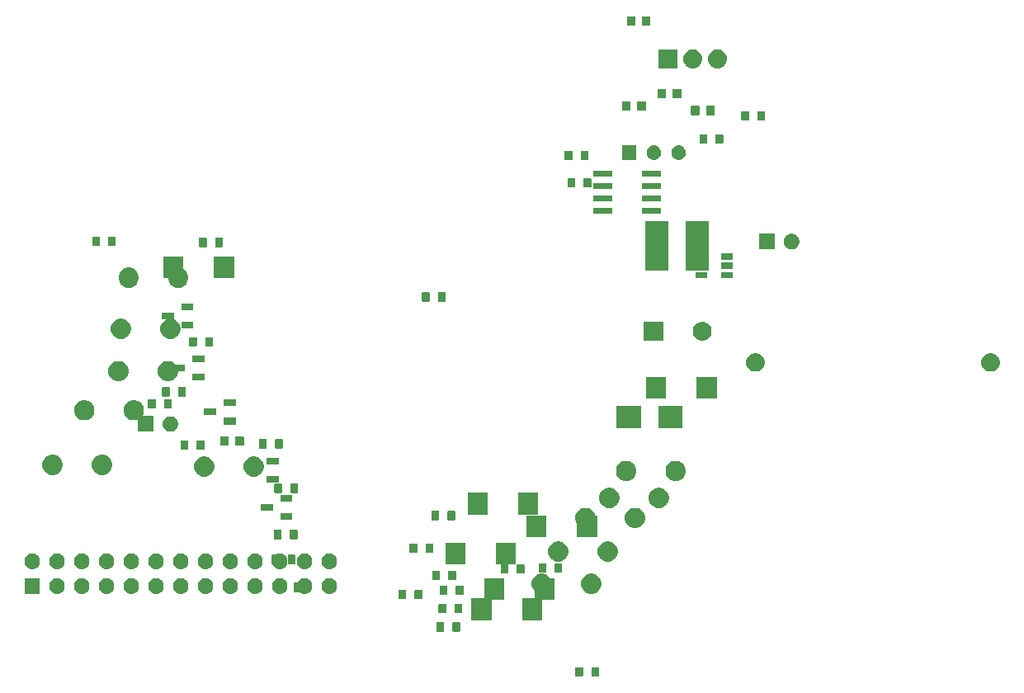
<source format=gbr>
%TF.GenerationSoftware,Flux,Pcbnew,9.0.6-9.0.6~ubuntu22.04.1*%
%TF.CreationDate,2026-02-18T22:19:34+00:00*%
%TF.ProjectId,input,696e7075-742e-46b6-9963-61645f706362,rev?*%
%TF.SameCoordinates,Original*%
%TF.FileFunction,Soldermask,Top*%
%TF.FilePolarity,Negative*%
%FSLAX46Y46*%
G04 Gerber Fmt 4.6, Leading zero omitted, Abs format (unit mm)*
G04 Filename: line-sorter*
G04 Build it with Flux! Visit our site at: https://www.flux.ai (PCBNEW 9.0.6-9.0.6~ubuntu22.04.1) date 2026-02-18 22:19:34*
%MOMM*%
%LPD*%
G01*
G04 APERTURE LIST*
%ADD10C,0.000000*%
G04 APERTURE END LIST*
D10*
%TO.C,*%
G36*
X-15304670Y-15981738D02*
G01*
X-15302343Y-15981852D01*
X-15300021Y-15982043D01*
X-15297707Y-15982309D01*
X-15295402Y-15982651D01*
X-15293110Y-15983068D01*
X-15290832Y-15983560D01*
X-15288572Y-15984126D01*
X-15286332Y-15984766D01*
X-15284114Y-15985479D01*
X-15281920Y-15986263D01*
X-15279753Y-15987120D01*
X-15277615Y-15988046D01*
X-15275509Y-15989043D01*
X-15273437Y-15990107D01*
X-15271400Y-15991239D01*
X-15269402Y-15992437D01*
X-15267443Y-15993699D01*
X-15265528Y-15995025D01*
X-15263656Y-15996413D01*
X-15261831Y-15997862D01*
X-15260055Y-15999369D01*
X-15258328Y-16000934D01*
X-15256654Y-16002554D01*
X-15255034Y-16004228D01*
X-15253469Y-16005955D01*
X-15251962Y-16007731D01*
X-15250513Y-16009556D01*
X-15249125Y-16011428D01*
X-15247799Y-16013343D01*
X-15246537Y-16015302D01*
X-15245339Y-16017300D01*
X-15244207Y-16019337D01*
X-15243143Y-16021409D01*
X-15242146Y-16023515D01*
X-15241220Y-16025653D01*
X-15240363Y-16027820D01*
X-15239579Y-16030014D01*
X-15238866Y-16032232D01*
X-15238226Y-16034472D01*
X-15237660Y-16036732D01*
X-15237168Y-16039010D01*
X-15236751Y-16041302D01*
X-15236409Y-16043607D01*
X-15236143Y-16045921D01*
X-15235952Y-16048243D01*
X-15235838Y-16050570D01*
X-15235800Y-16052900D01*
X-15235800Y-16860500D01*
X-15235838Y-16862830D01*
X-15235952Y-16865157D01*
X-15236143Y-16867479D01*
X-15236409Y-16869793D01*
X-15236751Y-16872098D01*
X-15237168Y-16874390D01*
X-15237660Y-16876668D01*
X-15238226Y-16878928D01*
X-15238866Y-16881168D01*
X-15239579Y-16883386D01*
X-15240363Y-16885580D01*
X-15241220Y-16887747D01*
X-15242146Y-16889885D01*
X-15243143Y-16891991D01*
X-15244207Y-16894063D01*
X-15245339Y-16896100D01*
X-15246537Y-16898098D01*
X-15247799Y-16900057D01*
X-15249125Y-16901972D01*
X-15250513Y-16903844D01*
X-15251962Y-16905669D01*
X-15253469Y-16907445D01*
X-15255034Y-16909172D01*
X-15256654Y-16910846D01*
X-15258328Y-16912466D01*
X-15260055Y-16914031D01*
X-15261831Y-16915538D01*
X-15263656Y-16916987D01*
X-15265528Y-16918375D01*
X-15267443Y-16919701D01*
X-15269402Y-16920963D01*
X-15271400Y-16922161D01*
X-15273437Y-16923293D01*
X-15275509Y-16924357D01*
X-15277615Y-16925354D01*
X-15279753Y-16926280D01*
X-15281920Y-16927137D01*
X-15284114Y-16927921D01*
X-15286332Y-16928634D01*
X-15288572Y-16929274D01*
X-15290832Y-16929840D01*
X-15293110Y-16930332D01*
X-15295402Y-16930749D01*
X-15297707Y-16931091D01*
X-15300021Y-16931357D01*
X-15302343Y-16931548D01*
X-15304670Y-16931662D01*
X-15307000Y-16931700D01*
X-15964600Y-16931700D01*
X-15966930Y-16931662D01*
X-15969257Y-16931548D01*
X-15971579Y-16931357D01*
X-15973893Y-16931091D01*
X-15976198Y-16930749D01*
X-15978490Y-16930332D01*
X-15980768Y-16929840D01*
X-15983028Y-16929274D01*
X-15985268Y-16928634D01*
X-15987486Y-16927921D01*
X-15989680Y-16927137D01*
X-15991847Y-16926280D01*
X-15993985Y-16925354D01*
X-15996091Y-16924357D01*
X-15998163Y-16923293D01*
X-16000200Y-16922161D01*
X-16002198Y-16920963D01*
X-16004157Y-16919701D01*
X-16006072Y-16918375D01*
X-16007944Y-16916987D01*
X-16009769Y-16915538D01*
X-16011545Y-16914031D01*
X-16013272Y-16912466D01*
X-16014946Y-16910846D01*
X-16016566Y-16909172D01*
X-16018131Y-16907445D01*
X-16019638Y-16905669D01*
X-16021087Y-16903844D01*
X-16022475Y-16901972D01*
X-16023801Y-16900057D01*
X-16025063Y-16898098D01*
X-16026261Y-16896100D01*
X-16027393Y-16894063D01*
X-16028457Y-16891991D01*
X-16029454Y-16889885D01*
X-16030380Y-16887747D01*
X-16031237Y-16885580D01*
X-16032021Y-16883386D01*
X-16032734Y-16881168D01*
X-16033374Y-16878928D01*
X-16033940Y-16876668D01*
X-16034432Y-16874390D01*
X-16034849Y-16872098D01*
X-16035191Y-16869793D01*
X-16035457Y-16867479D01*
X-16035648Y-16865157D01*
X-16035762Y-16862830D01*
X-16035800Y-16860500D01*
X-16035800Y-16052900D01*
X-16035762Y-16050570D01*
X-16035648Y-16048243D01*
X-16035457Y-16045921D01*
X-16035191Y-16043607D01*
X-16034849Y-16041302D01*
X-16034432Y-16039010D01*
X-16033940Y-16036732D01*
X-16033374Y-16034472D01*
X-16032734Y-16032232D01*
X-16032021Y-16030014D01*
X-16031237Y-16027820D01*
X-16030380Y-16025653D01*
X-16029454Y-16023515D01*
X-16028457Y-16021409D01*
X-16027393Y-16019337D01*
X-16026261Y-16017300D01*
X-16025063Y-16015302D01*
X-16023801Y-16013343D01*
X-16022475Y-16011428D01*
X-16021087Y-16009556D01*
X-16019638Y-16007731D01*
X-16018131Y-16005955D01*
X-16016566Y-16004228D01*
X-16014946Y-16002554D01*
X-16013272Y-16000934D01*
X-16011545Y-15999369D01*
X-16009769Y-15997862D01*
X-16007944Y-15996413D01*
X-16006072Y-15995025D01*
X-16004157Y-15993699D01*
X-16002198Y-15992437D01*
X-16000200Y-15991239D01*
X-15998163Y-15990107D01*
X-15996091Y-15989043D01*
X-15993985Y-15988046D01*
X-15991847Y-15987120D01*
X-15989680Y-15986263D01*
X-15987486Y-15985479D01*
X-15985268Y-15984766D01*
X-15983028Y-15984126D01*
X-15980768Y-15983560D01*
X-15978490Y-15983068D01*
X-15976198Y-15982651D01*
X-15973893Y-15982309D01*
X-15971579Y-15982043D01*
X-15969257Y-15981852D01*
X-15966930Y-15981738D01*
X-15964600Y-15981700D01*
X-15307000Y-15981700D01*
X-15304670Y-15981738D01*
G37*
G36*
X-13654670Y-15981738D02*
G01*
X-13652343Y-15981852D01*
X-13650021Y-15982043D01*
X-13647707Y-15982309D01*
X-13645402Y-15982651D01*
X-13643110Y-15983068D01*
X-13640832Y-15983560D01*
X-13638572Y-15984126D01*
X-13636332Y-15984766D01*
X-13634114Y-15985479D01*
X-13631920Y-15986263D01*
X-13629753Y-15987120D01*
X-13627615Y-15988046D01*
X-13625509Y-15989043D01*
X-13623437Y-15990107D01*
X-13621400Y-15991239D01*
X-13619402Y-15992437D01*
X-13617443Y-15993699D01*
X-13615528Y-15995025D01*
X-13613656Y-15996413D01*
X-13611831Y-15997862D01*
X-13610055Y-15999369D01*
X-13608328Y-16000934D01*
X-13606654Y-16002554D01*
X-13605034Y-16004228D01*
X-13603469Y-16005955D01*
X-13601962Y-16007731D01*
X-13600513Y-16009556D01*
X-13599125Y-16011428D01*
X-13597799Y-16013343D01*
X-13596537Y-16015302D01*
X-13595339Y-16017300D01*
X-13594207Y-16019337D01*
X-13593143Y-16021409D01*
X-13592146Y-16023515D01*
X-13591220Y-16025653D01*
X-13590363Y-16027820D01*
X-13589579Y-16030014D01*
X-13588866Y-16032232D01*
X-13588226Y-16034472D01*
X-13587660Y-16036732D01*
X-13587168Y-16039010D01*
X-13586751Y-16041302D01*
X-13586409Y-16043607D01*
X-13586143Y-16045921D01*
X-13585952Y-16048243D01*
X-13585838Y-16050570D01*
X-13585800Y-16052900D01*
X-13585800Y-16860500D01*
X-13585838Y-16862830D01*
X-13585952Y-16865157D01*
X-13586143Y-16867479D01*
X-13586409Y-16869793D01*
X-13586751Y-16872098D01*
X-13587168Y-16874390D01*
X-13587660Y-16876668D01*
X-13588226Y-16878928D01*
X-13588866Y-16881168D01*
X-13589579Y-16883386D01*
X-13590363Y-16885580D01*
X-13591220Y-16887747D01*
X-13592146Y-16889885D01*
X-13593143Y-16891991D01*
X-13594207Y-16894063D01*
X-13595339Y-16896100D01*
X-13596537Y-16898098D01*
X-13597799Y-16900057D01*
X-13599125Y-16901972D01*
X-13600513Y-16903844D01*
X-13601962Y-16905669D01*
X-13603469Y-16907445D01*
X-13605034Y-16909172D01*
X-13606654Y-16910846D01*
X-13608328Y-16912466D01*
X-13610055Y-16914031D01*
X-13611831Y-16915538D01*
X-13613656Y-16916987D01*
X-13615528Y-16918375D01*
X-13617443Y-16919701D01*
X-13619402Y-16920963D01*
X-13621400Y-16922161D01*
X-13623437Y-16923293D01*
X-13625509Y-16924357D01*
X-13627615Y-16925354D01*
X-13629753Y-16926280D01*
X-13631920Y-16927137D01*
X-13634114Y-16927921D01*
X-13636332Y-16928634D01*
X-13638572Y-16929274D01*
X-13640832Y-16929840D01*
X-13643110Y-16930332D01*
X-13645402Y-16930749D01*
X-13647707Y-16931091D01*
X-13650021Y-16931357D01*
X-13652343Y-16931548D01*
X-13654670Y-16931662D01*
X-13657000Y-16931700D01*
X-14314600Y-16931700D01*
X-14316930Y-16931662D01*
X-14319257Y-16931548D01*
X-14321579Y-16931357D01*
X-14323893Y-16931091D01*
X-14326198Y-16930749D01*
X-14328490Y-16930332D01*
X-14330768Y-16929840D01*
X-14333028Y-16929274D01*
X-14335268Y-16928634D01*
X-14337486Y-16927921D01*
X-14339680Y-16927137D01*
X-14341847Y-16926280D01*
X-14343985Y-16925354D01*
X-14346091Y-16924357D01*
X-14348163Y-16923293D01*
X-14350200Y-16922161D01*
X-14352198Y-16920963D01*
X-14354157Y-16919701D01*
X-14356072Y-16918375D01*
X-14357944Y-16916987D01*
X-14359769Y-16915538D01*
X-14361545Y-16914031D01*
X-14363272Y-16912466D01*
X-14364946Y-16910846D01*
X-14366566Y-16909172D01*
X-14368131Y-16907445D01*
X-14369638Y-16905669D01*
X-14371087Y-16903844D01*
X-14372475Y-16901972D01*
X-14373801Y-16900057D01*
X-14375063Y-16898098D01*
X-14376261Y-16896100D01*
X-14377393Y-16894063D01*
X-14378457Y-16891991D01*
X-14379454Y-16889885D01*
X-14380380Y-16887747D01*
X-14381237Y-16885580D01*
X-14382021Y-16883386D01*
X-14382734Y-16881168D01*
X-14383374Y-16878928D01*
X-14383940Y-16876668D01*
X-14384432Y-16874390D01*
X-14384849Y-16872098D01*
X-14385191Y-16869793D01*
X-14385457Y-16867479D01*
X-14385648Y-16865157D01*
X-14385762Y-16862830D01*
X-14385800Y-16860500D01*
X-14385800Y-16052900D01*
X-14385762Y-16050570D01*
X-14385648Y-16048243D01*
X-14385457Y-16045921D01*
X-14385191Y-16043607D01*
X-14384849Y-16041302D01*
X-14384432Y-16039010D01*
X-14383940Y-16036732D01*
X-14383374Y-16034472D01*
X-14382734Y-16032232D01*
X-14382021Y-16030014D01*
X-14381237Y-16027820D01*
X-14380380Y-16025653D01*
X-14379454Y-16023515D01*
X-14378457Y-16021409D01*
X-14377393Y-16019337D01*
X-14376261Y-16017300D01*
X-14375063Y-16015302D01*
X-14373801Y-16013343D01*
X-14372475Y-16011428D01*
X-14371087Y-16009556D01*
X-14369638Y-16007731D01*
X-14368131Y-16005955D01*
X-14366566Y-16004228D01*
X-14364946Y-16002554D01*
X-14363272Y-16000934D01*
X-14361545Y-15999369D01*
X-14359769Y-15997862D01*
X-14357944Y-15996413D01*
X-14356072Y-15995025D01*
X-14354157Y-15993699D01*
X-14352198Y-15992437D01*
X-14350200Y-15991239D01*
X-14348163Y-15990107D01*
X-14346091Y-15989043D01*
X-14343985Y-15988046D01*
X-14341847Y-15987120D01*
X-14339680Y-15986263D01*
X-14337486Y-15985479D01*
X-14335268Y-15984766D01*
X-14333028Y-15984126D01*
X-14330768Y-15983560D01*
X-14328490Y-15983068D01*
X-14326198Y-15982651D01*
X-14323893Y-15982309D01*
X-14321579Y-15982043D01*
X-14319257Y-15981852D01*
X-14316930Y-15981738D01*
X-14314600Y-15981700D01*
X-13657000Y-15981700D01*
X-13654670Y-15981738D01*
G37*
G36*
X18875818Y-14677426D02*
G01*
X19113200Y-14814479D01*
X19307021Y-15008300D01*
X19444074Y-15245682D01*
X19515017Y-15510447D01*
X19515017Y-15784553D01*
X19444074Y-16049318D01*
X19307021Y-16286700D01*
X19113200Y-16480521D01*
X18875818Y-16617574D01*
X18611053Y-16688517D01*
X18336947Y-16688517D01*
X18072182Y-16617574D01*
X17834800Y-16480521D01*
X17640979Y-16286700D01*
X17503926Y-16049318D01*
X17432983Y-15784553D01*
X17432983Y-15510447D01*
X17503926Y-15245682D01*
X17640979Y-15008300D01*
X17834800Y-14814479D01*
X18072182Y-14677426D01*
X18336947Y-14606483D01*
X18611053Y-14606483D01*
X18875818Y-14677426D01*
G37*
G36*
X13795818Y-14677426D02*
G01*
X14033200Y-14814479D01*
X14227021Y-15008300D01*
X14364074Y-15245682D01*
X14435017Y-15510447D01*
X14435017Y-15784553D01*
X14364074Y-16049318D01*
X14227021Y-16286700D01*
X14033200Y-16480521D01*
X13795818Y-16617574D01*
X13531053Y-16688517D01*
X13256947Y-16688517D01*
X12992182Y-16617574D01*
X12754800Y-16480521D01*
X12560979Y-16286700D01*
X12423926Y-16049318D01*
X12352983Y-15784553D01*
X12352983Y-15510447D01*
X12423926Y-15245682D01*
X12560979Y-15008300D01*
X12754800Y-14814479D01*
X12992182Y-14677426D01*
X13256947Y-14606483D01*
X13531053Y-14606483D01*
X13795818Y-14677426D01*
G37*
G36*
X28599330Y27157262D02*
G01*
X28601657Y27157148D01*
X28603979Y27156957D01*
X28606293Y27156691D01*
X28608598Y27156349D01*
X28610890Y27155932D01*
X28613168Y27155440D01*
X28615428Y27154874D01*
X28617668Y27154234D01*
X28619886Y27153521D01*
X28622080Y27152737D01*
X28624247Y27151880D01*
X28626385Y27150954D01*
X28628491Y27149957D01*
X28630563Y27148893D01*
X28632600Y27147761D01*
X28634598Y27146563D01*
X28636557Y27145301D01*
X28638472Y27143975D01*
X28640344Y27142587D01*
X28642169Y27141138D01*
X28643945Y27139631D01*
X28645672Y27138066D01*
X28647346Y27136446D01*
X28648966Y27134772D01*
X28650531Y27133045D01*
X28652038Y27131269D01*
X28653487Y27129444D01*
X28654875Y27127572D01*
X28656201Y27125657D01*
X28657463Y27123698D01*
X28658661Y27121700D01*
X28659793Y27119663D01*
X28660857Y27117591D01*
X28661854Y27115485D01*
X28662780Y27113347D01*
X28663637Y27111180D01*
X28664421Y27108986D01*
X28665134Y27106768D01*
X28665774Y27104528D01*
X28666340Y27102268D01*
X28666832Y27099990D01*
X28667249Y27097698D01*
X28667591Y27095393D01*
X28667857Y27093079D01*
X28668048Y27090757D01*
X28668162Y27088430D01*
X28668200Y27086100D01*
X28668200Y26278500D01*
X28668162Y26276170D01*
X28668048Y26273843D01*
X28667857Y26271521D01*
X28667591Y26269207D01*
X28667249Y26266902D01*
X28666832Y26264610D01*
X28666340Y26262332D01*
X28665774Y26260072D01*
X28665134Y26257832D01*
X28664421Y26255614D01*
X28663637Y26253420D01*
X28662780Y26251253D01*
X28661854Y26249115D01*
X28660857Y26247009D01*
X28659793Y26244937D01*
X28658661Y26242900D01*
X28657463Y26240902D01*
X28656201Y26238943D01*
X28654875Y26237028D01*
X28653487Y26235156D01*
X28652038Y26233331D01*
X28650531Y26231555D01*
X28648966Y26229828D01*
X28647346Y26228154D01*
X28645672Y26226534D01*
X28643945Y26224969D01*
X28642169Y26223462D01*
X28640344Y26222013D01*
X28638472Y26220625D01*
X28636557Y26219299D01*
X28634598Y26218037D01*
X28632600Y26216839D01*
X28630563Y26215707D01*
X28628491Y26214643D01*
X28626385Y26213646D01*
X28624247Y26212720D01*
X28622080Y26211863D01*
X28619886Y26211079D01*
X28617668Y26210366D01*
X28615428Y26209726D01*
X28613168Y26209160D01*
X28610890Y26208668D01*
X28608598Y26208251D01*
X28606293Y26207909D01*
X28603979Y26207643D01*
X28601657Y26207452D01*
X28599330Y26207338D01*
X28597000Y26207300D01*
X27939400Y26207300D01*
X27937070Y26207338D01*
X27934743Y26207452D01*
X27932421Y26207643D01*
X27930107Y26207909D01*
X27927802Y26208251D01*
X27925510Y26208668D01*
X27923232Y26209160D01*
X27920972Y26209726D01*
X27918732Y26210366D01*
X27916514Y26211079D01*
X27914320Y26211863D01*
X27912153Y26212720D01*
X27910015Y26213646D01*
X27907909Y26214643D01*
X27905837Y26215707D01*
X27903800Y26216839D01*
X27901802Y26218037D01*
X27899843Y26219299D01*
X27897928Y26220625D01*
X27896056Y26222013D01*
X27894231Y26223462D01*
X27892455Y26224969D01*
X27890728Y26226534D01*
X27889054Y26228154D01*
X27887434Y26229828D01*
X27885869Y26231555D01*
X27884362Y26233331D01*
X27882913Y26235156D01*
X27881525Y26237028D01*
X27880199Y26238943D01*
X27878937Y26240902D01*
X27877739Y26242900D01*
X27876607Y26244937D01*
X27875543Y26247009D01*
X27874546Y26249115D01*
X27873620Y26251253D01*
X27872763Y26253420D01*
X27871979Y26255614D01*
X27871266Y26257832D01*
X27870626Y26260072D01*
X27870060Y26262332D01*
X27869568Y26264610D01*
X27869151Y26266902D01*
X27868809Y26269207D01*
X27868543Y26271521D01*
X27868352Y26273843D01*
X27868238Y26276170D01*
X27868200Y26278500D01*
X27868200Y27086100D01*
X27868238Y27088430D01*
X27868352Y27090757D01*
X27868543Y27093079D01*
X27868809Y27095393D01*
X27869151Y27097698D01*
X27869568Y27099990D01*
X27870060Y27102268D01*
X27870626Y27104528D01*
X27871266Y27106768D01*
X27871979Y27108986D01*
X27872763Y27111180D01*
X27873620Y27113347D01*
X27874546Y27115485D01*
X27875543Y27117591D01*
X27876607Y27119663D01*
X27877739Y27121700D01*
X27878937Y27123698D01*
X27880199Y27125657D01*
X27881525Y27127572D01*
X27882913Y27129444D01*
X27884362Y27131269D01*
X27885869Y27133045D01*
X27887434Y27134772D01*
X27889054Y27136446D01*
X27890728Y27138066D01*
X27892455Y27139631D01*
X27894231Y27141138D01*
X27896056Y27142587D01*
X27897928Y27143975D01*
X27899843Y27145301D01*
X27901802Y27146563D01*
X27903800Y27147761D01*
X27905837Y27148893D01*
X27907909Y27149957D01*
X27910015Y27150954D01*
X27912153Y27151880D01*
X27914320Y27152737D01*
X27916514Y27153521D01*
X27918732Y27154234D01*
X27920972Y27154874D01*
X27923232Y27155440D01*
X27925510Y27155932D01*
X27927802Y27156349D01*
X27930107Y27156691D01*
X27932421Y27156957D01*
X27934743Y27157148D01*
X27937070Y27157262D01*
X27939400Y27157300D01*
X28597000Y27157300D01*
X28599330Y27157262D01*
G37*
G36*
X30249330Y27157262D02*
G01*
X30251657Y27157148D01*
X30253979Y27156957D01*
X30256293Y27156691D01*
X30258598Y27156349D01*
X30260890Y27155932D01*
X30263168Y27155440D01*
X30265428Y27154874D01*
X30267668Y27154234D01*
X30269886Y27153521D01*
X30272080Y27152737D01*
X30274247Y27151880D01*
X30276385Y27150954D01*
X30278491Y27149957D01*
X30280563Y27148893D01*
X30282600Y27147761D01*
X30284598Y27146563D01*
X30286557Y27145301D01*
X30288472Y27143975D01*
X30290344Y27142587D01*
X30292169Y27141138D01*
X30293945Y27139631D01*
X30295672Y27138066D01*
X30297346Y27136446D01*
X30298966Y27134772D01*
X30300531Y27133045D01*
X30302038Y27131269D01*
X30303487Y27129444D01*
X30304875Y27127572D01*
X30306201Y27125657D01*
X30307463Y27123698D01*
X30308661Y27121700D01*
X30309793Y27119663D01*
X30310857Y27117591D01*
X30311854Y27115485D01*
X30312780Y27113347D01*
X30313637Y27111180D01*
X30314421Y27108986D01*
X30315134Y27106768D01*
X30315774Y27104528D01*
X30316340Y27102268D01*
X30316832Y27099990D01*
X30317249Y27097698D01*
X30317591Y27095393D01*
X30317857Y27093079D01*
X30318048Y27090757D01*
X30318162Y27088430D01*
X30318200Y27086100D01*
X30318200Y26278500D01*
X30318162Y26276170D01*
X30318048Y26273843D01*
X30317857Y26271521D01*
X30317591Y26269207D01*
X30317249Y26266902D01*
X30316832Y26264610D01*
X30316340Y26262332D01*
X30315774Y26260072D01*
X30315134Y26257832D01*
X30314421Y26255614D01*
X30313637Y26253420D01*
X30312780Y26251253D01*
X30311854Y26249115D01*
X30310857Y26247009D01*
X30309793Y26244937D01*
X30308661Y26242900D01*
X30307463Y26240902D01*
X30306201Y26238943D01*
X30304875Y26237028D01*
X30303487Y26235156D01*
X30302038Y26233331D01*
X30300531Y26231555D01*
X30298966Y26229828D01*
X30297346Y26228154D01*
X30295672Y26226534D01*
X30293945Y26224969D01*
X30292169Y26223462D01*
X30290344Y26222013D01*
X30288472Y26220625D01*
X30286557Y26219299D01*
X30284598Y26218037D01*
X30282600Y26216839D01*
X30280563Y26215707D01*
X30278491Y26214643D01*
X30276385Y26213646D01*
X30274247Y26212720D01*
X30272080Y26211863D01*
X30269886Y26211079D01*
X30267668Y26210366D01*
X30265428Y26209726D01*
X30263168Y26209160D01*
X30260890Y26208668D01*
X30258598Y26208251D01*
X30256293Y26207909D01*
X30253979Y26207643D01*
X30251657Y26207452D01*
X30249330Y26207338D01*
X30247000Y26207300D01*
X29589400Y26207300D01*
X29587070Y26207338D01*
X29584743Y26207452D01*
X29582421Y26207643D01*
X29580107Y26207909D01*
X29577802Y26208251D01*
X29575510Y26208668D01*
X29573232Y26209160D01*
X29570972Y26209726D01*
X29568732Y26210366D01*
X29566514Y26211079D01*
X29564320Y26211863D01*
X29562153Y26212720D01*
X29560015Y26213646D01*
X29557909Y26214643D01*
X29555837Y26215707D01*
X29553800Y26216839D01*
X29551802Y26218037D01*
X29549843Y26219299D01*
X29547928Y26220625D01*
X29546056Y26222013D01*
X29544231Y26223462D01*
X29542455Y26224969D01*
X29540728Y26226534D01*
X29539054Y26228154D01*
X29537434Y26229828D01*
X29535869Y26231555D01*
X29534362Y26233331D01*
X29532913Y26235156D01*
X29531525Y26237028D01*
X29530199Y26238943D01*
X29528937Y26240902D01*
X29527739Y26242900D01*
X29526607Y26244937D01*
X29525543Y26247009D01*
X29524546Y26249115D01*
X29523620Y26251253D01*
X29522763Y26253420D01*
X29521979Y26255614D01*
X29521266Y26257832D01*
X29520626Y26260072D01*
X29520060Y26262332D01*
X29519568Y26264610D01*
X29519151Y26266902D01*
X29518809Y26269207D01*
X29518543Y26271521D01*
X29518352Y26273843D01*
X29518238Y26276170D01*
X29518200Y26278500D01*
X29518200Y27086100D01*
X29518238Y27088430D01*
X29518352Y27090757D01*
X29518543Y27093079D01*
X29518809Y27095393D01*
X29519151Y27097698D01*
X29519568Y27099990D01*
X29520060Y27102268D01*
X29520626Y27104528D01*
X29521266Y27106768D01*
X29521979Y27108986D01*
X29522763Y27111180D01*
X29523620Y27113347D01*
X29524546Y27115485D01*
X29525543Y27117591D01*
X29526607Y27119663D01*
X29527739Y27121700D01*
X29528937Y27123698D01*
X29530199Y27125657D01*
X29531525Y27127572D01*
X29532913Y27129444D01*
X29534362Y27131269D01*
X29535869Y27133045D01*
X29537434Y27134772D01*
X29539054Y27136446D01*
X29540728Y27138066D01*
X29542455Y27139631D01*
X29544231Y27141138D01*
X29546056Y27142587D01*
X29547928Y27143975D01*
X29549843Y27145301D01*
X29551802Y27146563D01*
X29553800Y27147761D01*
X29555837Y27148893D01*
X29557909Y27149957D01*
X29560015Y27150954D01*
X29562153Y27151880D01*
X29564320Y27152737D01*
X29566514Y27153521D01*
X29568732Y27154234D01*
X29570972Y27154874D01*
X29573232Y27155440D01*
X29575510Y27155932D01*
X29577802Y27156349D01*
X29580107Y27156691D01*
X29582421Y27156957D01*
X29584743Y27157148D01*
X29587070Y27157262D01*
X29589400Y27157300D01*
X30247000Y27157300D01*
X30249330Y27157262D01*
G37*
G36*
X37621347Y16901804D02*
G01*
X37802209Y16797383D01*
X37949883Y16649709D01*
X38054304Y16468847D01*
X38108356Y16267121D01*
X38108356Y16058279D01*
X38054304Y15856553D01*
X37949883Y15675691D01*
X37802209Y15528017D01*
X37621347Y15423596D01*
X37419621Y15369544D01*
X37210779Y15369544D01*
X37009053Y15423596D01*
X36828191Y15528017D01*
X36680517Y15675691D01*
X36576096Y15856553D01*
X36522044Y16058279D01*
X36522044Y16267121D01*
X36576096Y16468847D01*
X36680517Y16649709D01*
X36828191Y16797383D01*
X37009053Y16901804D01*
X37210779Y16955856D01*
X37419621Y16955856D01*
X37621347Y16901804D01*
G37*
G36*
X35615200Y15362700D02*
G01*
X34015200Y15362700D01*
X34015200Y16962700D01*
X35615200Y16962700D01*
X35615200Y15362700D01*
G37*
G36*
X24683500Y13148700D02*
G01*
X22333500Y13148700D01*
X22333500Y18248700D01*
X24683500Y18248700D01*
X24683500Y13148700D01*
G37*
G36*
X28833500Y13148700D02*
G01*
X26483500Y13148700D01*
X26483500Y18248700D01*
X28833500Y18248700D01*
X28833500Y13148700D01*
G37*
G36*
X17162618Y-17999926D02*
G01*
X17400000Y-18136979D01*
X17593821Y-18330800D01*
X17730874Y-18568182D01*
X17801817Y-18832947D01*
X17801817Y-19107053D01*
X17730874Y-19371818D01*
X17593821Y-19609200D01*
X17400000Y-19803021D01*
X17162618Y-19940074D01*
X16897853Y-20011017D01*
X16623747Y-20011017D01*
X16358982Y-19940074D01*
X16121600Y-19803021D01*
X15927779Y-19609200D01*
X15790726Y-19371818D01*
X15719783Y-19107053D01*
X15719783Y-18832947D01*
X15790726Y-18568182D01*
X15927779Y-18330800D01*
X16121600Y-18136979D01*
X16358982Y-17999926D01*
X16623747Y-17928983D01*
X16897853Y-17928983D01*
X17162618Y-17999926D01*
G37*
G36*
X12082618Y-17999926D02*
G01*
X12320000Y-18136979D01*
X12513821Y-18330800D01*
X12650874Y-18568182D01*
X12721817Y-18832947D01*
X12721817Y-19107053D01*
X12650874Y-19371818D01*
X12513821Y-19609200D01*
X12320000Y-19803021D01*
X12082618Y-19940074D01*
X11817853Y-20011017D01*
X11543747Y-20011017D01*
X11278982Y-19940074D01*
X11041600Y-19803021D01*
X10847779Y-19609200D01*
X10710726Y-19371818D01*
X10639783Y-19107053D01*
X10639783Y-18832947D01*
X10710726Y-18568182D01*
X10847779Y-18330800D01*
X11041600Y-18136979D01*
X11278982Y-17999926D01*
X11543747Y-17928983D01*
X11817853Y-17928983D01*
X12082618Y-17999926D01*
G37*
G36*
X33980606Y4639995D02*
G01*
X34195945Y4515669D01*
X34371769Y4339845D01*
X34496095Y4124506D01*
X34560451Y3884326D01*
X34560451Y3635674D01*
X34496095Y3395494D01*
X34371769Y3180155D01*
X34195945Y3004331D01*
X33980606Y2880005D01*
X33740426Y2815649D01*
X33491774Y2815649D01*
X33251594Y2880005D01*
X33036255Y3004331D01*
X32860431Y3180155D01*
X32736105Y3395494D01*
X32671749Y3635674D01*
X32671749Y3884326D01*
X32736105Y4124506D01*
X32860431Y4339845D01*
X33036255Y4515669D01*
X33251594Y4639995D01*
X33491774Y4704351D01*
X33740426Y4704351D01*
X33980606Y4639995D01*
G37*
G36*
X58110606Y4639995D02*
G01*
X58325945Y4515669D01*
X58501769Y4339845D01*
X58626095Y4124506D01*
X58690451Y3884326D01*
X58690451Y3635674D01*
X58626095Y3395494D01*
X58501769Y3180155D01*
X58325945Y3004331D01*
X58110606Y2880005D01*
X57870426Y2815649D01*
X57621774Y2815649D01*
X57381594Y2880005D01*
X57166255Y3004331D01*
X56990431Y3180155D01*
X56866105Y3395494D01*
X56801749Y3635674D01*
X56801749Y3884326D01*
X56866105Y4124506D01*
X56990431Y4339845D01*
X57166255Y4515669D01*
X57381594Y4639995D01*
X57621774Y4704351D01*
X57870426Y4704351D01*
X58110606Y4639995D01*
G37*
G36*
X1947030Y-19146138D02*
G01*
X1949357Y-19146252D01*
X1951679Y-19146443D01*
X1953993Y-19146709D01*
X1956298Y-19147051D01*
X1958590Y-19147468D01*
X1960868Y-19147960D01*
X1963128Y-19148526D01*
X1965368Y-19149166D01*
X1967586Y-19149879D01*
X1969780Y-19150663D01*
X1971947Y-19151520D01*
X1974085Y-19152446D01*
X1976191Y-19153443D01*
X1978263Y-19154507D01*
X1980300Y-19155639D01*
X1982298Y-19156837D01*
X1984257Y-19158099D01*
X1986172Y-19159425D01*
X1988044Y-19160813D01*
X1989869Y-19162262D01*
X1991645Y-19163769D01*
X1993372Y-19165334D01*
X1995046Y-19166954D01*
X1996666Y-19168628D01*
X1998231Y-19170355D01*
X1999738Y-19172131D01*
X2001187Y-19173956D01*
X2002575Y-19175828D01*
X2003901Y-19177743D01*
X2005163Y-19179702D01*
X2006361Y-19181700D01*
X2007493Y-19183737D01*
X2008557Y-19185809D01*
X2009554Y-19187915D01*
X2010480Y-19190053D01*
X2011337Y-19192220D01*
X2012121Y-19194414D01*
X2012834Y-19196632D01*
X2013474Y-19198872D01*
X2014040Y-19201132D01*
X2014532Y-19203410D01*
X2014949Y-19205702D01*
X2015291Y-19208007D01*
X2015557Y-19210321D01*
X2015748Y-19212643D01*
X2015862Y-19214970D01*
X2015900Y-19217300D01*
X2015900Y-20024900D01*
X2015862Y-20027230D01*
X2015748Y-20029557D01*
X2015557Y-20031879D01*
X2015291Y-20034193D01*
X2014949Y-20036498D01*
X2014532Y-20038790D01*
X2014040Y-20041068D01*
X2013474Y-20043328D01*
X2012834Y-20045568D01*
X2012121Y-20047786D01*
X2011337Y-20049980D01*
X2010480Y-20052147D01*
X2009554Y-20054285D01*
X2008557Y-20056391D01*
X2007493Y-20058463D01*
X2006361Y-20060500D01*
X2005163Y-20062498D01*
X2003901Y-20064457D01*
X2002575Y-20066372D01*
X2001187Y-20068244D01*
X1999738Y-20070069D01*
X1998231Y-20071845D01*
X1996666Y-20073572D01*
X1995046Y-20075246D01*
X1993372Y-20076866D01*
X1991645Y-20078431D01*
X1989869Y-20079938D01*
X1988044Y-20081387D01*
X1986172Y-20082775D01*
X1984257Y-20084101D01*
X1982298Y-20085363D01*
X1980300Y-20086561D01*
X1978263Y-20087693D01*
X1976191Y-20088757D01*
X1974085Y-20089754D01*
X1971947Y-20090680D01*
X1969780Y-20091537D01*
X1967586Y-20092321D01*
X1965368Y-20093034D01*
X1963128Y-20093674D01*
X1960868Y-20094240D01*
X1958590Y-20094732D01*
X1956298Y-20095149D01*
X1953993Y-20095491D01*
X1951679Y-20095757D01*
X1949357Y-20095948D01*
X1947030Y-20096062D01*
X1944700Y-20096100D01*
X1287100Y-20096100D01*
X1284770Y-20096062D01*
X1282443Y-20095948D01*
X1280121Y-20095757D01*
X1277807Y-20095491D01*
X1275502Y-20095149D01*
X1273210Y-20094732D01*
X1270932Y-20094240D01*
X1268672Y-20093674D01*
X1266432Y-20093034D01*
X1264214Y-20092321D01*
X1262020Y-20091537D01*
X1259853Y-20090680D01*
X1257715Y-20089754D01*
X1255609Y-20088757D01*
X1253537Y-20087693D01*
X1251500Y-20086561D01*
X1249502Y-20085363D01*
X1247543Y-20084101D01*
X1245628Y-20082775D01*
X1243756Y-20081387D01*
X1241931Y-20079938D01*
X1240155Y-20078431D01*
X1238428Y-20076866D01*
X1236754Y-20075246D01*
X1235134Y-20073572D01*
X1233569Y-20071845D01*
X1232062Y-20070069D01*
X1230613Y-20068244D01*
X1229225Y-20066372D01*
X1227899Y-20064457D01*
X1226637Y-20062498D01*
X1225439Y-20060500D01*
X1224307Y-20058463D01*
X1223243Y-20056391D01*
X1222246Y-20054285D01*
X1221320Y-20052147D01*
X1220463Y-20049980D01*
X1219679Y-20047786D01*
X1218966Y-20045568D01*
X1218326Y-20043328D01*
X1217760Y-20041068D01*
X1217268Y-20038790D01*
X1216851Y-20036498D01*
X1216509Y-20034193D01*
X1216243Y-20031879D01*
X1216052Y-20029557D01*
X1215938Y-20027230D01*
X1215900Y-20024900D01*
X1215900Y-19217300D01*
X1215938Y-19214970D01*
X1216052Y-19212643D01*
X1216243Y-19210321D01*
X1216509Y-19208007D01*
X1216851Y-19205702D01*
X1217268Y-19203410D01*
X1217760Y-19201132D01*
X1218326Y-19198872D01*
X1218966Y-19196632D01*
X1219679Y-19194414D01*
X1220463Y-19192220D01*
X1221320Y-19190053D01*
X1222246Y-19187915D01*
X1223243Y-19185809D01*
X1224307Y-19183737D01*
X1225439Y-19181700D01*
X1226637Y-19179702D01*
X1227899Y-19177743D01*
X1229225Y-19175828D01*
X1230613Y-19173956D01*
X1232062Y-19172131D01*
X1233569Y-19170355D01*
X1235134Y-19168628D01*
X1236754Y-19166954D01*
X1238428Y-19165334D01*
X1240155Y-19163769D01*
X1241931Y-19162262D01*
X1243756Y-19160813D01*
X1245628Y-19159425D01*
X1247543Y-19158099D01*
X1249502Y-19156837D01*
X1251500Y-19155639D01*
X1253537Y-19154507D01*
X1255609Y-19153443D01*
X1257715Y-19152446D01*
X1259853Y-19151520D01*
X1262020Y-19150663D01*
X1264214Y-19149879D01*
X1266432Y-19149166D01*
X1268672Y-19148526D01*
X1270932Y-19147960D01*
X1273210Y-19147468D01*
X1275502Y-19147051D01*
X1277807Y-19146709D01*
X1280121Y-19146443D01*
X1282443Y-19146252D01*
X1284770Y-19146138D01*
X1287100Y-19146100D01*
X1944700Y-19146100D01*
X1947030Y-19146138D01*
G37*
G36*
X3597030Y-19146138D02*
G01*
X3599357Y-19146252D01*
X3601679Y-19146443D01*
X3603993Y-19146709D01*
X3606298Y-19147051D01*
X3608590Y-19147468D01*
X3610868Y-19147960D01*
X3613128Y-19148526D01*
X3615368Y-19149166D01*
X3617586Y-19149879D01*
X3619780Y-19150663D01*
X3621947Y-19151520D01*
X3624085Y-19152446D01*
X3626191Y-19153443D01*
X3628263Y-19154507D01*
X3630300Y-19155639D01*
X3632298Y-19156837D01*
X3634257Y-19158099D01*
X3636172Y-19159425D01*
X3638044Y-19160813D01*
X3639869Y-19162262D01*
X3641645Y-19163769D01*
X3643372Y-19165334D01*
X3645046Y-19166954D01*
X3646666Y-19168628D01*
X3648231Y-19170355D01*
X3649738Y-19172131D01*
X3651187Y-19173956D01*
X3652575Y-19175828D01*
X3653901Y-19177743D01*
X3655163Y-19179702D01*
X3656361Y-19181700D01*
X3657493Y-19183737D01*
X3658557Y-19185809D01*
X3659554Y-19187915D01*
X3660480Y-19190053D01*
X3661337Y-19192220D01*
X3662121Y-19194414D01*
X3662834Y-19196632D01*
X3663474Y-19198872D01*
X3664040Y-19201132D01*
X3664532Y-19203410D01*
X3664949Y-19205702D01*
X3665291Y-19208007D01*
X3665557Y-19210321D01*
X3665748Y-19212643D01*
X3665862Y-19214970D01*
X3665900Y-19217300D01*
X3665900Y-20024900D01*
X3665862Y-20027230D01*
X3665748Y-20029557D01*
X3665557Y-20031879D01*
X3665291Y-20034193D01*
X3664949Y-20036498D01*
X3664532Y-20038790D01*
X3664040Y-20041068D01*
X3663474Y-20043328D01*
X3662834Y-20045568D01*
X3662121Y-20047786D01*
X3661337Y-20049980D01*
X3660480Y-20052147D01*
X3659554Y-20054285D01*
X3658557Y-20056391D01*
X3657493Y-20058463D01*
X3656361Y-20060500D01*
X3655163Y-20062498D01*
X3653901Y-20064457D01*
X3652575Y-20066372D01*
X3651187Y-20068244D01*
X3649738Y-20070069D01*
X3648231Y-20071845D01*
X3646666Y-20073572D01*
X3645046Y-20075246D01*
X3643372Y-20076866D01*
X3641645Y-20078431D01*
X3639869Y-20079938D01*
X3638044Y-20081387D01*
X3636172Y-20082775D01*
X3634257Y-20084101D01*
X3632298Y-20085363D01*
X3630300Y-20086561D01*
X3628263Y-20087693D01*
X3626191Y-20088757D01*
X3624085Y-20089754D01*
X3621947Y-20090680D01*
X3619780Y-20091537D01*
X3617586Y-20092321D01*
X3615368Y-20093034D01*
X3613128Y-20093674D01*
X3610868Y-20094240D01*
X3608590Y-20094732D01*
X3606298Y-20095149D01*
X3603993Y-20095491D01*
X3601679Y-20095757D01*
X3599357Y-20095948D01*
X3597030Y-20096062D01*
X3594700Y-20096100D01*
X2937100Y-20096100D01*
X2934770Y-20096062D01*
X2932443Y-20095948D01*
X2930121Y-20095757D01*
X2927807Y-20095491D01*
X2925502Y-20095149D01*
X2923210Y-20094732D01*
X2920932Y-20094240D01*
X2918672Y-20093674D01*
X2916432Y-20093034D01*
X2914214Y-20092321D01*
X2912020Y-20091537D01*
X2909853Y-20090680D01*
X2907715Y-20089754D01*
X2905609Y-20088757D01*
X2903537Y-20087693D01*
X2901500Y-20086561D01*
X2899502Y-20085363D01*
X2897543Y-20084101D01*
X2895628Y-20082775D01*
X2893756Y-20081387D01*
X2891931Y-20079938D01*
X2890155Y-20078431D01*
X2888428Y-20076866D01*
X2886754Y-20075246D01*
X2885134Y-20073572D01*
X2883569Y-20071845D01*
X2882062Y-20070069D01*
X2880613Y-20068244D01*
X2879225Y-20066372D01*
X2877899Y-20064457D01*
X2876637Y-20062498D01*
X2875439Y-20060500D01*
X2874307Y-20058463D01*
X2873243Y-20056391D01*
X2872246Y-20054285D01*
X2871320Y-20052147D01*
X2870463Y-20049980D01*
X2869679Y-20047786D01*
X2868966Y-20045568D01*
X2868326Y-20043328D01*
X2867760Y-20041068D01*
X2867268Y-20038790D01*
X2866851Y-20036498D01*
X2866509Y-20034193D01*
X2866243Y-20031879D01*
X2866052Y-20029557D01*
X2865938Y-20027230D01*
X2865900Y-20024900D01*
X2865900Y-19217300D01*
X2865938Y-19214970D01*
X2866052Y-19212643D01*
X2866243Y-19210321D01*
X2866509Y-19208007D01*
X2866851Y-19205702D01*
X2867268Y-19203410D01*
X2867760Y-19201132D01*
X2868326Y-19198872D01*
X2868966Y-19196632D01*
X2869679Y-19194414D01*
X2870463Y-19192220D01*
X2871320Y-19190053D01*
X2872246Y-19187915D01*
X2873243Y-19185809D01*
X2874307Y-19183737D01*
X2875439Y-19181700D01*
X2876637Y-19179702D01*
X2877899Y-19177743D01*
X2879225Y-19175828D01*
X2880613Y-19173956D01*
X2882062Y-19172131D01*
X2883569Y-19170355D01*
X2885134Y-19168628D01*
X2886754Y-19166954D01*
X2888428Y-19165334D01*
X2890155Y-19163769D01*
X2891931Y-19162262D01*
X2893756Y-19160813D01*
X2895628Y-19159425D01*
X2897543Y-19158099D01*
X2899502Y-19156837D01*
X2901500Y-19155639D01*
X2903537Y-19154507D01*
X2905609Y-19153443D01*
X2907715Y-19152446D01*
X2909853Y-19151520D01*
X2912020Y-19150663D01*
X2914214Y-19149879D01*
X2916432Y-19149166D01*
X2918672Y-19148526D01*
X2920932Y-19147960D01*
X2923210Y-19147468D01*
X2925502Y-19147051D01*
X2927807Y-19146709D01*
X2930121Y-19146443D01*
X2932443Y-19146252D01*
X2934770Y-19146138D01*
X2937100Y-19146100D01*
X3594700Y-19146100D01*
X3597030Y-19146138D01*
G37*
G36*
X-22745270Y16541562D02*
G01*
X-22742943Y16541448D01*
X-22740621Y16541257D01*
X-22738307Y16540991D01*
X-22736002Y16540649D01*
X-22733710Y16540232D01*
X-22731432Y16539740D01*
X-22729172Y16539174D01*
X-22726932Y16538534D01*
X-22724714Y16537821D01*
X-22722520Y16537037D01*
X-22720353Y16536180D01*
X-22718215Y16535254D01*
X-22716109Y16534257D01*
X-22714037Y16533193D01*
X-22712000Y16532061D01*
X-22710002Y16530863D01*
X-22708043Y16529601D01*
X-22706128Y16528275D01*
X-22704256Y16526887D01*
X-22702431Y16525438D01*
X-22700655Y16523931D01*
X-22698928Y16522366D01*
X-22697254Y16520746D01*
X-22695634Y16519072D01*
X-22694069Y16517345D01*
X-22692562Y16515569D01*
X-22691113Y16513744D01*
X-22689725Y16511872D01*
X-22688399Y16509957D01*
X-22687137Y16507998D01*
X-22685939Y16506000D01*
X-22684807Y16503963D01*
X-22683743Y16501891D01*
X-22682746Y16499785D01*
X-22681820Y16497647D01*
X-22680963Y16495480D01*
X-22680179Y16493286D01*
X-22679466Y16491068D01*
X-22678826Y16488828D01*
X-22678260Y16486568D01*
X-22677768Y16484290D01*
X-22677351Y16481998D01*
X-22677009Y16479693D01*
X-22676743Y16477379D01*
X-22676552Y16475057D01*
X-22676438Y16472730D01*
X-22676400Y16470400D01*
X-22676400Y15662800D01*
X-22676438Y15660470D01*
X-22676552Y15658143D01*
X-22676743Y15655821D01*
X-22677009Y15653507D01*
X-22677351Y15651202D01*
X-22677768Y15648910D01*
X-22678260Y15646632D01*
X-22678826Y15644372D01*
X-22679466Y15642132D01*
X-22680179Y15639914D01*
X-22680963Y15637720D01*
X-22681820Y15635553D01*
X-22682746Y15633415D01*
X-22683743Y15631309D01*
X-22684807Y15629237D01*
X-22685939Y15627200D01*
X-22687137Y15625202D01*
X-22688399Y15623243D01*
X-22689725Y15621328D01*
X-22691113Y15619456D01*
X-22692562Y15617631D01*
X-22694069Y15615855D01*
X-22695634Y15614128D01*
X-22697254Y15612454D01*
X-22698928Y15610834D01*
X-22700655Y15609269D01*
X-22702431Y15607762D01*
X-22704256Y15606313D01*
X-22706128Y15604925D01*
X-22708043Y15603599D01*
X-22710002Y15602337D01*
X-22712000Y15601139D01*
X-22714037Y15600007D01*
X-22716109Y15598943D01*
X-22718215Y15597946D01*
X-22720353Y15597020D01*
X-22722520Y15596163D01*
X-22724714Y15595379D01*
X-22726932Y15594666D01*
X-22729172Y15594026D01*
X-22731432Y15593460D01*
X-22733710Y15592968D01*
X-22736002Y15592551D01*
X-22738307Y15592209D01*
X-22740621Y15591943D01*
X-22742943Y15591752D01*
X-22745270Y15591638D01*
X-22747600Y15591600D01*
X-23405200Y15591600D01*
X-23407530Y15591638D01*
X-23409857Y15591752D01*
X-23412179Y15591943D01*
X-23414493Y15592209D01*
X-23416798Y15592551D01*
X-23419090Y15592968D01*
X-23421368Y15593460D01*
X-23423628Y15594026D01*
X-23425868Y15594666D01*
X-23428086Y15595379D01*
X-23430280Y15596163D01*
X-23432447Y15597020D01*
X-23434585Y15597946D01*
X-23436691Y15598943D01*
X-23438763Y15600007D01*
X-23440800Y15601139D01*
X-23442798Y15602337D01*
X-23444757Y15603599D01*
X-23446672Y15604925D01*
X-23448544Y15606313D01*
X-23450369Y15607762D01*
X-23452145Y15609269D01*
X-23453872Y15610834D01*
X-23455546Y15612454D01*
X-23457166Y15614128D01*
X-23458731Y15615855D01*
X-23460238Y15617631D01*
X-23461687Y15619456D01*
X-23463075Y15621328D01*
X-23464401Y15623243D01*
X-23465663Y15625202D01*
X-23466861Y15627200D01*
X-23467993Y15629237D01*
X-23469057Y15631309D01*
X-23470054Y15633415D01*
X-23470980Y15635553D01*
X-23471837Y15637720D01*
X-23472621Y15639914D01*
X-23473334Y15642132D01*
X-23473974Y15644372D01*
X-23474540Y15646632D01*
X-23475032Y15648910D01*
X-23475449Y15651202D01*
X-23475791Y15653507D01*
X-23476057Y15655821D01*
X-23476248Y15658143D01*
X-23476362Y15660470D01*
X-23476400Y15662800D01*
X-23476400Y16470400D01*
X-23476362Y16472730D01*
X-23476248Y16475057D01*
X-23476057Y16477379D01*
X-23475791Y16479693D01*
X-23475449Y16481998D01*
X-23475032Y16484290D01*
X-23474540Y16486568D01*
X-23473974Y16488828D01*
X-23473334Y16491068D01*
X-23472621Y16493286D01*
X-23471837Y16495480D01*
X-23470980Y16497647D01*
X-23470054Y16499785D01*
X-23469057Y16501891D01*
X-23467993Y16503963D01*
X-23466861Y16506000D01*
X-23465663Y16507998D01*
X-23464401Y16509957D01*
X-23463075Y16511872D01*
X-23461687Y16513744D01*
X-23460238Y16515569D01*
X-23458731Y16517345D01*
X-23457166Y16519072D01*
X-23455546Y16520746D01*
X-23453872Y16522366D01*
X-23452145Y16523931D01*
X-23450369Y16525438D01*
X-23448544Y16526887D01*
X-23446672Y16528275D01*
X-23444757Y16529601D01*
X-23442798Y16530863D01*
X-23440800Y16532061D01*
X-23438763Y16533193D01*
X-23436691Y16534257D01*
X-23434585Y16535254D01*
X-23432447Y16536180D01*
X-23430280Y16537037D01*
X-23428086Y16537821D01*
X-23425868Y16538534D01*
X-23423628Y16539174D01*
X-23421368Y16539740D01*
X-23419090Y16540232D01*
X-23416798Y16540649D01*
X-23414493Y16540991D01*
X-23412179Y16541257D01*
X-23409857Y16541448D01*
X-23407530Y16541562D01*
X-23405200Y16541600D01*
X-22747600Y16541600D01*
X-22745270Y16541562D01*
G37*
G36*
X-21095270Y16541562D02*
G01*
X-21092943Y16541448D01*
X-21090621Y16541257D01*
X-21088307Y16540991D01*
X-21086002Y16540649D01*
X-21083710Y16540232D01*
X-21081432Y16539740D01*
X-21079172Y16539174D01*
X-21076932Y16538534D01*
X-21074714Y16537821D01*
X-21072520Y16537037D01*
X-21070353Y16536180D01*
X-21068215Y16535254D01*
X-21066109Y16534257D01*
X-21064037Y16533193D01*
X-21062000Y16532061D01*
X-21060002Y16530863D01*
X-21058043Y16529601D01*
X-21056128Y16528275D01*
X-21054256Y16526887D01*
X-21052431Y16525438D01*
X-21050655Y16523931D01*
X-21048928Y16522366D01*
X-21047254Y16520746D01*
X-21045634Y16519072D01*
X-21044069Y16517345D01*
X-21042562Y16515569D01*
X-21041113Y16513744D01*
X-21039725Y16511872D01*
X-21038399Y16509957D01*
X-21037137Y16507998D01*
X-21035939Y16506000D01*
X-21034807Y16503963D01*
X-21033743Y16501891D01*
X-21032746Y16499785D01*
X-21031820Y16497647D01*
X-21030963Y16495480D01*
X-21030179Y16493286D01*
X-21029466Y16491068D01*
X-21028826Y16488828D01*
X-21028260Y16486568D01*
X-21027768Y16484290D01*
X-21027351Y16481998D01*
X-21027009Y16479693D01*
X-21026743Y16477379D01*
X-21026552Y16475057D01*
X-21026438Y16472730D01*
X-21026400Y16470400D01*
X-21026400Y15662800D01*
X-21026438Y15660470D01*
X-21026552Y15658143D01*
X-21026743Y15655821D01*
X-21027009Y15653507D01*
X-21027351Y15651202D01*
X-21027768Y15648910D01*
X-21028260Y15646632D01*
X-21028826Y15644372D01*
X-21029466Y15642132D01*
X-21030179Y15639914D01*
X-21030963Y15637720D01*
X-21031820Y15635553D01*
X-21032746Y15633415D01*
X-21033743Y15631309D01*
X-21034807Y15629237D01*
X-21035939Y15627200D01*
X-21037137Y15625202D01*
X-21038399Y15623243D01*
X-21039725Y15621328D01*
X-21041113Y15619456D01*
X-21042562Y15617631D01*
X-21044069Y15615855D01*
X-21045634Y15614128D01*
X-21047254Y15612454D01*
X-21048928Y15610834D01*
X-21050655Y15609269D01*
X-21052431Y15607762D01*
X-21054256Y15606313D01*
X-21056128Y15604925D01*
X-21058043Y15603599D01*
X-21060002Y15602337D01*
X-21062000Y15601139D01*
X-21064037Y15600007D01*
X-21066109Y15598943D01*
X-21068215Y15597946D01*
X-21070353Y15597020D01*
X-21072520Y15596163D01*
X-21074714Y15595379D01*
X-21076932Y15594666D01*
X-21079172Y15594026D01*
X-21081432Y15593460D01*
X-21083710Y15592968D01*
X-21086002Y15592551D01*
X-21088307Y15592209D01*
X-21090621Y15591943D01*
X-21092943Y15591752D01*
X-21095270Y15591638D01*
X-21097600Y15591600D01*
X-21755200Y15591600D01*
X-21757530Y15591638D01*
X-21759857Y15591752D01*
X-21762179Y15591943D01*
X-21764493Y15592209D01*
X-21766798Y15592551D01*
X-21769090Y15592968D01*
X-21771368Y15593460D01*
X-21773628Y15594026D01*
X-21775868Y15594666D01*
X-21778086Y15595379D01*
X-21780280Y15596163D01*
X-21782447Y15597020D01*
X-21784585Y15597946D01*
X-21786691Y15598943D01*
X-21788763Y15600007D01*
X-21790800Y15601139D01*
X-21792798Y15602337D01*
X-21794757Y15603599D01*
X-21796672Y15604925D01*
X-21798544Y15606313D01*
X-21800369Y15607762D01*
X-21802145Y15609269D01*
X-21803872Y15610834D01*
X-21805546Y15612454D01*
X-21807166Y15614128D01*
X-21808731Y15615855D01*
X-21810238Y15617631D01*
X-21811687Y15619456D01*
X-21813075Y15621328D01*
X-21814401Y15623243D01*
X-21815663Y15625202D01*
X-21816861Y15627200D01*
X-21817993Y15629237D01*
X-21819057Y15631309D01*
X-21820054Y15633415D01*
X-21820980Y15635553D01*
X-21821837Y15637720D01*
X-21822621Y15639914D01*
X-21823334Y15642132D01*
X-21823974Y15644372D01*
X-21824540Y15646632D01*
X-21825032Y15648910D01*
X-21825449Y15651202D01*
X-21825791Y15653507D01*
X-21826057Y15655821D01*
X-21826248Y15658143D01*
X-21826362Y15660470D01*
X-21826400Y15662800D01*
X-21826400Y16470400D01*
X-21826362Y16472730D01*
X-21826248Y16475057D01*
X-21826057Y16477379D01*
X-21825791Y16479693D01*
X-21825449Y16481998D01*
X-21825032Y16484290D01*
X-21824540Y16486568D01*
X-21823974Y16488828D01*
X-21823334Y16491068D01*
X-21822621Y16493286D01*
X-21821837Y16495480D01*
X-21820980Y16497647D01*
X-21820054Y16499785D01*
X-21819057Y16501891D01*
X-21817993Y16503963D01*
X-21816861Y16506000D01*
X-21815663Y16507998D01*
X-21814401Y16509957D01*
X-21813075Y16511872D01*
X-21811687Y16513744D01*
X-21810238Y16515569D01*
X-21808731Y16517345D01*
X-21807166Y16519072D01*
X-21805546Y16520746D01*
X-21803872Y16522366D01*
X-21802145Y16523931D01*
X-21800369Y16525438D01*
X-21798544Y16526887D01*
X-21796672Y16528275D01*
X-21794757Y16529601D01*
X-21792798Y16530863D01*
X-21790800Y16532061D01*
X-21788763Y16533193D01*
X-21786691Y16534257D01*
X-21784585Y16535254D01*
X-21782447Y16536180D01*
X-21780280Y16537037D01*
X-21778086Y16537821D01*
X-21775868Y16538534D01*
X-21773628Y16539174D01*
X-21771368Y16539740D01*
X-21769090Y16540232D01*
X-21766798Y16540649D01*
X-21764493Y16540991D01*
X-21762179Y16541257D01*
X-21759857Y16541448D01*
X-21757530Y16541562D01*
X-21755200Y16541600D01*
X-21097600Y16541600D01*
X-21095270Y16541562D01*
G37*
G36*
X6541500Y-22697700D02*
G01*
X4491500Y-22697700D01*
X4491500Y-20457700D01*
X6541500Y-20457700D01*
X6541500Y-22697700D01*
G37*
G36*
X11721500Y-22697700D02*
G01*
X9671500Y-22697700D01*
X9671500Y-20457700D01*
X11721500Y-20457700D01*
X11721500Y-22697700D01*
G37*
G36*
X-24053200Y7226400D02*
G01*
X-25303200Y7226400D01*
X-25303200Y7926400D01*
X-24053200Y7926400D01*
X-24053200Y7226400D01*
G37*
G36*
X-24053200Y9126400D02*
G01*
X-25303200Y9126400D01*
X-25303200Y9826400D01*
X-24053200Y9826400D01*
X-24053200Y9126400D01*
G37*
G36*
X-26053200Y8176400D02*
G01*
X-27303200Y8176400D01*
X-27303200Y8876400D01*
X-26053200Y8876400D01*
X-26053200Y8176400D01*
G37*
G36*
X-13879000Y-12412900D02*
G01*
X-15129000Y-12412900D01*
X-15129000Y-11712900D01*
X-13879000Y-11712900D01*
X-13879000Y-12412900D01*
G37*
G36*
X-13879000Y-10512900D02*
G01*
X-15129000Y-10512900D01*
X-15129000Y-9812900D01*
X-13879000Y-9812900D01*
X-13879000Y-10512900D01*
G37*
G36*
X-15879000Y-11462900D02*
G01*
X-17129000Y-11462900D01*
X-17129000Y-10762900D01*
X-15879000Y-10762900D01*
X-15879000Y-11462900D01*
G37*
G36*
X12189200Y-14192500D02*
G01*
X10139200Y-14192500D01*
X10139200Y-11952500D01*
X12189200Y-11952500D01*
X12189200Y-14192500D01*
G37*
G36*
X17369200Y-14192500D02*
G01*
X15319200Y-14192500D01*
X15319200Y-11952500D01*
X17369200Y-11952500D01*
X17369200Y-14192500D01*
G37*
G36*
X1098530Y-11480138D02*
G01*
X1100857Y-11480252D01*
X1103179Y-11480443D01*
X1105493Y-11480709D01*
X1107798Y-11481051D01*
X1110090Y-11481468D01*
X1112368Y-11481960D01*
X1114628Y-11482526D01*
X1116868Y-11483166D01*
X1119086Y-11483879D01*
X1121280Y-11484663D01*
X1123447Y-11485520D01*
X1125585Y-11486446D01*
X1127691Y-11487443D01*
X1129763Y-11488507D01*
X1131800Y-11489639D01*
X1133798Y-11490837D01*
X1135757Y-11492099D01*
X1137672Y-11493425D01*
X1139544Y-11494813D01*
X1141369Y-11496262D01*
X1143145Y-11497769D01*
X1144872Y-11499334D01*
X1146546Y-11500954D01*
X1148166Y-11502628D01*
X1149731Y-11504355D01*
X1151238Y-11506131D01*
X1152687Y-11507956D01*
X1154075Y-11509828D01*
X1155401Y-11511743D01*
X1156663Y-11513702D01*
X1157861Y-11515700D01*
X1158993Y-11517737D01*
X1160057Y-11519809D01*
X1161054Y-11521915D01*
X1161980Y-11524053D01*
X1162837Y-11526220D01*
X1163621Y-11528414D01*
X1164334Y-11530632D01*
X1164974Y-11532872D01*
X1165540Y-11535132D01*
X1166032Y-11537410D01*
X1166449Y-11539702D01*
X1166791Y-11542007D01*
X1167057Y-11544321D01*
X1167248Y-11546643D01*
X1167362Y-11548970D01*
X1167400Y-11551300D01*
X1167400Y-12358900D01*
X1167362Y-12361230D01*
X1167248Y-12363557D01*
X1167057Y-12365879D01*
X1166791Y-12368193D01*
X1166449Y-12370498D01*
X1166032Y-12372790D01*
X1165540Y-12375068D01*
X1164974Y-12377328D01*
X1164334Y-12379568D01*
X1163621Y-12381786D01*
X1162837Y-12383980D01*
X1161980Y-12386147D01*
X1161054Y-12388285D01*
X1160057Y-12390391D01*
X1158993Y-12392463D01*
X1157861Y-12394500D01*
X1156663Y-12396498D01*
X1155401Y-12398457D01*
X1154075Y-12400372D01*
X1152687Y-12402244D01*
X1151238Y-12404069D01*
X1149731Y-12405845D01*
X1148166Y-12407572D01*
X1146546Y-12409246D01*
X1144872Y-12410866D01*
X1143145Y-12412431D01*
X1141369Y-12413938D01*
X1139544Y-12415387D01*
X1137672Y-12416775D01*
X1135757Y-12418101D01*
X1133798Y-12419363D01*
X1131800Y-12420561D01*
X1129763Y-12421693D01*
X1127691Y-12422757D01*
X1125585Y-12423754D01*
X1123447Y-12424680D01*
X1121280Y-12425537D01*
X1119086Y-12426321D01*
X1116868Y-12427034D01*
X1114628Y-12427674D01*
X1112368Y-12428240D01*
X1110090Y-12428732D01*
X1107798Y-12429149D01*
X1105493Y-12429491D01*
X1103179Y-12429757D01*
X1100857Y-12429948D01*
X1098530Y-12430062D01*
X1096200Y-12430100D01*
X438600Y-12430100D01*
X436270Y-12430062D01*
X433943Y-12429948D01*
X431621Y-12429757D01*
X429307Y-12429491D01*
X427002Y-12429149D01*
X424710Y-12428732D01*
X422432Y-12428240D01*
X420172Y-12427674D01*
X417932Y-12427034D01*
X415714Y-12426321D01*
X413520Y-12425537D01*
X411353Y-12424680D01*
X409215Y-12423754D01*
X407109Y-12422757D01*
X405037Y-12421693D01*
X403000Y-12420561D01*
X401002Y-12419363D01*
X399043Y-12418101D01*
X397128Y-12416775D01*
X395256Y-12415387D01*
X393431Y-12413938D01*
X391655Y-12412431D01*
X389928Y-12410866D01*
X388254Y-12409246D01*
X386634Y-12407572D01*
X385069Y-12405845D01*
X383562Y-12404069D01*
X382113Y-12402244D01*
X380725Y-12400372D01*
X379399Y-12398457D01*
X378137Y-12396498D01*
X376939Y-12394500D01*
X375807Y-12392463D01*
X374743Y-12390391D01*
X373746Y-12388285D01*
X372820Y-12386147D01*
X371963Y-12383980D01*
X371179Y-12381786D01*
X370466Y-12379568D01*
X369826Y-12377328D01*
X369260Y-12375068D01*
X368768Y-12372790D01*
X368351Y-12370498D01*
X368009Y-12368193D01*
X367743Y-12365879D01*
X367552Y-12363557D01*
X367438Y-12361230D01*
X367400Y-12358900D01*
X367400Y-11551300D01*
X367438Y-11548970D01*
X367552Y-11546643D01*
X367743Y-11544321D01*
X368009Y-11542007D01*
X368351Y-11539702D01*
X368768Y-11537410D01*
X369260Y-11535132D01*
X369826Y-11532872D01*
X370466Y-11530632D01*
X371179Y-11528414D01*
X371963Y-11526220D01*
X372820Y-11524053D01*
X373746Y-11521915D01*
X374743Y-11519809D01*
X375807Y-11517737D01*
X376939Y-11515700D01*
X378137Y-11513702D01*
X379399Y-11511743D01*
X380725Y-11509828D01*
X382113Y-11507956D01*
X383562Y-11506131D01*
X385069Y-11504355D01*
X386634Y-11502628D01*
X388254Y-11500954D01*
X389928Y-11499334D01*
X391655Y-11497769D01*
X393431Y-11496262D01*
X395256Y-11494813D01*
X397128Y-11493425D01*
X399043Y-11492099D01*
X401002Y-11490837D01*
X403000Y-11489639D01*
X405037Y-11488507D01*
X407109Y-11487443D01*
X409215Y-11486446D01*
X411353Y-11485520D01*
X413520Y-11484663D01*
X415714Y-11483879D01*
X417932Y-11483166D01*
X420172Y-11482526D01*
X422432Y-11481960D01*
X424710Y-11481468D01*
X427002Y-11481051D01*
X429307Y-11480709D01*
X431621Y-11480443D01*
X433943Y-11480252D01*
X436270Y-11480138D01*
X438600Y-11480100D01*
X1096200Y-11480100D01*
X1098530Y-11480138D01*
G37*
G36*
X2748530Y-11480138D02*
G01*
X2750857Y-11480252D01*
X2753179Y-11480443D01*
X2755493Y-11480709D01*
X2757798Y-11481051D01*
X2760090Y-11481468D01*
X2762368Y-11481960D01*
X2764628Y-11482526D01*
X2766868Y-11483166D01*
X2769086Y-11483879D01*
X2771280Y-11484663D01*
X2773447Y-11485520D01*
X2775585Y-11486446D01*
X2777691Y-11487443D01*
X2779763Y-11488507D01*
X2781800Y-11489639D01*
X2783798Y-11490837D01*
X2785757Y-11492099D01*
X2787672Y-11493425D01*
X2789544Y-11494813D01*
X2791369Y-11496262D01*
X2793145Y-11497769D01*
X2794872Y-11499334D01*
X2796546Y-11500954D01*
X2798166Y-11502628D01*
X2799731Y-11504355D01*
X2801238Y-11506131D01*
X2802687Y-11507956D01*
X2804075Y-11509828D01*
X2805401Y-11511743D01*
X2806663Y-11513702D01*
X2807861Y-11515700D01*
X2808993Y-11517737D01*
X2810057Y-11519809D01*
X2811054Y-11521915D01*
X2811980Y-11524053D01*
X2812837Y-11526220D01*
X2813621Y-11528414D01*
X2814334Y-11530632D01*
X2814974Y-11532872D01*
X2815540Y-11535132D01*
X2816032Y-11537410D01*
X2816449Y-11539702D01*
X2816791Y-11542007D01*
X2817057Y-11544321D01*
X2817248Y-11546643D01*
X2817362Y-11548970D01*
X2817400Y-11551300D01*
X2817400Y-12358900D01*
X2817362Y-12361230D01*
X2817248Y-12363557D01*
X2817057Y-12365879D01*
X2816791Y-12368193D01*
X2816449Y-12370498D01*
X2816032Y-12372790D01*
X2815540Y-12375068D01*
X2814974Y-12377328D01*
X2814334Y-12379568D01*
X2813621Y-12381786D01*
X2812837Y-12383980D01*
X2811980Y-12386147D01*
X2811054Y-12388285D01*
X2810057Y-12390391D01*
X2808993Y-12392463D01*
X2807861Y-12394500D01*
X2806663Y-12396498D01*
X2805401Y-12398457D01*
X2804075Y-12400372D01*
X2802687Y-12402244D01*
X2801238Y-12404069D01*
X2799731Y-12405845D01*
X2798166Y-12407572D01*
X2796546Y-12409246D01*
X2794872Y-12410866D01*
X2793145Y-12412431D01*
X2791369Y-12413938D01*
X2789544Y-12415387D01*
X2787672Y-12416775D01*
X2785757Y-12418101D01*
X2783798Y-12419363D01*
X2781800Y-12420561D01*
X2779763Y-12421693D01*
X2777691Y-12422757D01*
X2775585Y-12423754D01*
X2773447Y-12424680D01*
X2771280Y-12425537D01*
X2769086Y-12426321D01*
X2766868Y-12427034D01*
X2764628Y-12427674D01*
X2762368Y-12428240D01*
X2760090Y-12428732D01*
X2757798Y-12429149D01*
X2755493Y-12429491D01*
X2753179Y-12429757D01*
X2750857Y-12429948D01*
X2748530Y-12430062D01*
X2746200Y-12430100D01*
X2088600Y-12430100D01*
X2086270Y-12430062D01*
X2083943Y-12429948D01*
X2081621Y-12429757D01*
X2079307Y-12429491D01*
X2077002Y-12429149D01*
X2074710Y-12428732D01*
X2072432Y-12428240D01*
X2070172Y-12427674D01*
X2067932Y-12427034D01*
X2065714Y-12426321D01*
X2063520Y-12425537D01*
X2061353Y-12424680D01*
X2059215Y-12423754D01*
X2057109Y-12422757D01*
X2055037Y-12421693D01*
X2053000Y-12420561D01*
X2051002Y-12419363D01*
X2049043Y-12418101D01*
X2047128Y-12416775D01*
X2045256Y-12415387D01*
X2043431Y-12413938D01*
X2041655Y-12412431D01*
X2039928Y-12410866D01*
X2038254Y-12409246D01*
X2036634Y-12407572D01*
X2035069Y-12405845D01*
X2033562Y-12404069D01*
X2032113Y-12402244D01*
X2030725Y-12400372D01*
X2029399Y-12398457D01*
X2028137Y-12396498D01*
X2026939Y-12394500D01*
X2025807Y-12392463D01*
X2024743Y-12390391D01*
X2023746Y-12388285D01*
X2022820Y-12386147D01*
X2021963Y-12383980D01*
X2021179Y-12381786D01*
X2020466Y-12379568D01*
X2019826Y-12377328D01*
X2019260Y-12375068D01*
X2018768Y-12372790D01*
X2018351Y-12370498D01*
X2018009Y-12368193D01*
X2017743Y-12365879D01*
X2017552Y-12363557D01*
X2017438Y-12361230D01*
X2017400Y-12358900D01*
X2017400Y-11551300D01*
X2017438Y-11548970D01*
X2017552Y-11546643D01*
X2017743Y-11544321D01*
X2018009Y-11542007D01*
X2018351Y-11539702D01*
X2018768Y-11537410D01*
X2019260Y-11535132D01*
X2019826Y-11532872D01*
X2020466Y-11530632D01*
X2021179Y-11528414D01*
X2021963Y-11526220D01*
X2022820Y-11524053D01*
X2023746Y-11521915D01*
X2024743Y-11519809D01*
X2025807Y-11517737D01*
X2026939Y-11515700D01*
X2028137Y-11513702D01*
X2029399Y-11511743D01*
X2030725Y-11509828D01*
X2032113Y-11507956D01*
X2033562Y-11506131D01*
X2035069Y-11504355D01*
X2036634Y-11502628D01*
X2038254Y-11500954D01*
X2039928Y-11499334D01*
X2041655Y-11497769D01*
X2043431Y-11496262D01*
X2045256Y-11494813D01*
X2047128Y-11493425D01*
X2049043Y-11492099D01*
X2051002Y-11490837D01*
X2053000Y-11489639D01*
X2055037Y-11488507D01*
X2057109Y-11487443D01*
X2059215Y-11486446D01*
X2061353Y-11485520D01*
X2063520Y-11484663D01*
X2065714Y-11483879D01*
X2067932Y-11483166D01*
X2070172Y-11482526D01*
X2072432Y-11481960D01*
X2074710Y-11481468D01*
X2077002Y-11481051D01*
X2079307Y-11480709D01*
X2081621Y-11480443D01*
X2083943Y-11480252D01*
X2086270Y-11480138D01*
X2088600Y-11480100D01*
X2746200Y-11480100D01*
X2748530Y-11480138D01*
G37*
G36*
X-25199282Y13426074D02*
G01*
X-24961900Y13289021D01*
X-24768079Y13095200D01*
X-24631026Y12857818D01*
X-24560083Y12593053D01*
X-24560083Y12318947D01*
X-24631026Y12054182D01*
X-24768079Y11816800D01*
X-24961900Y11622979D01*
X-25199282Y11485926D01*
X-25464047Y11414983D01*
X-25738153Y11414983D01*
X-26002918Y11485926D01*
X-26240300Y11622979D01*
X-26434121Y11816800D01*
X-26571174Y12054182D01*
X-26642117Y12318947D01*
X-26642117Y12593053D01*
X-26571174Y12857818D01*
X-26434121Y13095200D01*
X-26240300Y13289021D01*
X-26002918Y13426074D01*
X-25738153Y13497017D01*
X-25464047Y13497017D01*
X-25199282Y13426074D01*
G37*
G36*
X-30279282Y13426074D02*
G01*
X-30041900Y13289021D01*
X-29848079Y13095200D01*
X-29711026Y12857818D01*
X-29640083Y12593053D01*
X-29640083Y12318947D01*
X-29711026Y12054182D01*
X-29848079Y11816800D01*
X-30041900Y11622979D01*
X-30279282Y11485926D01*
X-30544047Y11414983D01*
X-30818153Y11414983D01*
X-31082918Y11485926D01*
X-31320300Y11622979D01*
X-31514121Y11816800D01*
X-31651174Y12054182D01*
X-31722117Y12318947D01*
X-31722117Y12593053D01*
X-31651174Y12857818D01*
X-31514121Y13095200D01*
X-31320300Y13289021D01*
X-31082918Y13426074D01*
X-30818153Y13497017D01*
X-30544047Y13497017D01*
X-30279282Y13426074D01*
G37*
G36*
X22797030Y39241362D02*
G01*
X22799357Y39241248D01*
X22801679Y39241057D01*
X22803993Y39240791D01*
X22806298Y39240449D01*
X22808590Y39240032D01*
X22810868Y39239540D01*
X22813128Y39238974D01*
X22815368Y39238334D01*
X22817586Y39237621D01*
X22819780Y39236837D01*
X22821947Y39235980D01*
X22824085Y39235054D01*
X22826191Y39234057D01*
X22828263Y39232993D01*
X22830300Y39231861D01*
X22832298Y39230663D01*
X22834257Y39229401D01*
X22836172Y39228075D01*
X22838044Y39226687D01*
X22839869Y39225238D01*
X22841645Y39223731D01*
X22843372Y39222166D01*
X22845046Y39220546D01*
X22846666Y39218872D01*
X22848231Y39217145D01*
X22849738Y39215369D01*
X22851187Y39213544D01*
X22852575Y39211672D01*
X22853901Y39209757D01*
X22855163Y39207798D01*
X22856361Y39205800D01*
X22857493Y39203763D01*
X22858557Y39201691D01*
X22859554Y39199585D01*
X22860480Y39197447D01*
X22861337Y39195280D01*
X22862121Y39193086D01*
X22862834Y39190868D01*
X22863474Y39188628D01*
X22864040Y39186368D01*
X22864532Y39184090D01*
X22864949Y39181798D01*
X22865291Y39179493D01*
X22865557Y39177179D01*
X22865748Y39174857D01*
X22865862Y39172530D01*
X22865900Y39170200D01*
X22865900Y38362600D01*
X22865862Y38360270D01*
X22865748Y38357943D01*
X22865557Y38355621D01*
X22865291Y38353307D01*
X22864949Y38351002D01*
X22864532Y38348710D01*
X22864040Y38346432D01*
X22863474Y38344172D01*
X22862834Y38341932D01*
X22862121Y38339714D01*
X22861337Y38337520D01*
X22860480Y38335353D01*
X22859554Y38333215D01*
X22858557Y38331109D01*
X22857493Y38329037D01*
X22856361Y38327000D01*
X22855163Y38325002D01*
X22853901Y38323043D01*
X22852575Y38321128D01*
X22851187Y38319256D01*
X22849738Y38317431D01*
X22848231Y38315655D01*
X22846666Y38313928D01*
X22845046Y38312254D01*
X22843372Y38310634D01*
X22841645Y38309069D01*
X22839869Y38307562D01*
X22838044Y38306113D01*
X22836172Y38304725D01*
X22834257Y38303399D01*
X22832298Y38302137D01*
X22830300Y38300939D01*
X22828263Y38299807D01*
X22826191Y38298743D01*
X22824085Y38297746D01*
X22821947Y38296820D01*
X22819780Y38295963D01*
X22817586Y38295179D01*
X22815368Y38294466D01*
X22813128Y38293826D01*
X22810868Y38293260D01*
X22808590Y38292768D01*
X22806298Y38292351D01*
X22803993Y38292009D01*
X22801679Y38291743D01*
X22799357Y38291552D01*
X22797030Y38291438D01*
X22794700Y38291400D01*
X22037100Y38291400D01*
X22034770Y38291438D01*
X22032443Y38291552D01*
X22030121Y38291743D01*
X22027807Y38292009D01*
X22025502Y38292351D01*
X22023210Y38292768D01*
X22020932Y38293260D01*
X22018672Y38293826D01*
X22016432Y38294466D01*
X22014214Y38295179D01*
X22012020Y38295963D01*
X22009853Y38296820D01*
X22007715Y38297746D01*
X22005609Y38298743D01*
X22003537Y38299807D01*
X22001500Y38300939D01*
X21999502Y38302137D01*
X21997543Y38303399D01*
X21995628Y38304725D01*
X21993756Y38306113D01*
X21991931Y38307562D01*
X21990155Y38309069D01*
X21988428Y38310634D01*
X21986754Y38312254D01*
X21985134Y38313928D01*
X21983569Y38315655D01*
X21982062Y38317431D01*
X21980613Y38319256D01*
X21979225Y38321128D01*
X21977899Y38323043D01*
X21976637Y38325002D01*
X21975439Y38327000D01*
X21974307Y38329037D01*
X21973243Y38331109D01*
X21972246Y38333215D01*
X21971320Y38335353D01*
X21970463Y38337520D01*
X21969679Y38339714D01*
X21968966Y38341932D01*
X21968326Y38344172D01*
X21967760Y38346432D01*
X21967268Y38348710D01*
X21966851Y38351002D01*
X21966509Y38353307D01*
X21966243Y38355621D01*
X21966052Y38357943D01*
X21965938Y38360270D01*
X21965900Y38362600D01*
X21965900Y39170200D01*
X21965938Y39172530D01*
X21966052Y39174857D01*
X21966243Y39177179D01*
X21966509Y39179493D01*
X21966851Y39181798D01*
X21967268Y39184090D01*
X21967760Y39186368D01*
X21968326Y39188628D01*
X21968966Y39190868D01*
X21969679Y39193086D01*
X21970463Y39195280D01*
X21971320Y39197447D01*
X21972246Y39199585D01*
X21973243Y39201691D01*
X21974307Y39203763D01*
X21975439Y39205800D01*
X21976637Y39207798D01*
X21977899Y39209757D01*
X21979225Y39211672D01*
X21980613Y39213544D01*
X21982062Y39215369D01*
X21983569Y39217145D01*
X21985134Y39218872D01*
X21986754Y39220546D01*
X21988428Y39222166D01*
X21990155Y39223731D01*
X21991931Y39225238D01*
X21993756Y39226687D01*
X21995628Y39228075D01*
X21997543Y39229401D01*
X21999502Y39230663D01*
X22001500Y39231861D01*
X22003537Y39232993D01*
X22005609Y39234057D01*
X22007715Y39235054D01*
X22009853Y39235980D01*
X22012020Y39236837D01*
X22014214Y39237621D01*
X22016432Y39238334D01*
X22018672Y39238974D01*
X22020932Y39239540D01*
X22023210Y39240032D01*
X22025502Y39240449D01*
X22027807Y39240791D01*
X22030121Y39241057D01*
X22032443Y39241248D01*
X22034770Y39241362D01*
X22037100Y39241400D01*
X22794700Y39241400D01*
X22797030Y39241362D01*
G37*
G36*
X21247030Y39241362D02*
G01*
X21249357Y39241248D01*
X21251679Y39241057D01*
X21253993Y39240791D01*
X21256298Y39240449D01*
X21258590Y39240032D01*
X21260868Y39239540D01*
X21263128Y39238974D01*
X21265368Y39238334D01*
X21267586Y39237621D01*
X21269780Y39236837D01*
X21271947Y39235980D01*
X21274085Y39235054D01*
X21276191Y39234057D01*
X21278263Y39232993D01*
X21280300Y39231861D01*
X21282298Y39230663D01*
X21284257Y39229401D01*
X21286172Y39228075D01*
X21288044Y39226687D01*
X21289869Y39225238D01*
X21291645Y39223731D01*
X21293372Y39222166D01*
X21295046Y39220546D01*
X21296666Y39218872D01*
X21298231Y39217145D01*
X21299738Y39215369D01*
X21301187Y39213544D01*
X21302575Y39211672D01*
X21303901Y39209757D01*
X21305163Y39207798D01*
X21306361Y39205800D01*
X21307493Y39203763D01*
X21308557Y39201691D01*
X21309554Y39199585D01*
X21310480Y39197447D01*
X21311337Y39195280D01*
X21312121Y39193086D01*
X21312834Y39190868D01*
X21313474Y39188628D01*
X21314040Y39186368D01*
X21314532Y39184090D01*
X21314949Y39181798D01*
X21315291Y39179493D01*
X21315557Y39177179D01*
X21315748Y39174857D01*
X21315862Y39172530D01*
X21315900Y39170200D01*
X21315900Y38362600D01*
X21315862Y38360270D01*
X21315748Y38357943D01*
X21315557Y38355621D01*
X21315291Y38353307D01*
X21314949Y38351002D01*
X21314532Y38348710D01*
X21314040Y38346432D01*
X21313474Y38344172D01*
X21312834Y38341932D01*
X21312121Y38339714D01*
X21311337Y38337520D01*
X21310480Y38335353D01*
X21309554Y38333215D01*
X21308557Y38331109D01*
X21307493Y38329037D01*
X21306361Y38327000D01*
X21305163Y38325002D01*
X21303901Y38323043D01*
X21302575Y38321128D01*
X21301187Y38319256D01*
X21299738Y38317431D01*
X21298231Y38315655D01*
X21296666Y38313928D01*
X21295046Y38312254D01*
X21293372Y38310634D01*
X21291645Y38309069D01*
X21289869Y38307562D01*
X21288044Y38306113D01*
X21286172Y38304725D01*
X21284257Y38303399D01*
X21282298Y38302137D01*
X21280300Y38300939D01*
X21278263Y38299807D01*
X21276191Y38298743D01*
X21274085Y38297746D01*
X21271947Y38296820D01*
X21269780Y38295963D01*
X21267586Y38295179D01*
X21265368Y38294466D01*
X21263128Y38293826D01*
X21260868Y38293260D01*
X21258590Y38292768D01*
X21256298Y38292351D01*
X21253993Y38292009D01*
X21251679Y38291743D01*
X21249357Y38291552D01*
X21247030Y38291438D01*
X21244700Y38291400D01*
X20487100Y38291400D01*
X20484770Y38291438D01*
X20482443Y38291552D01*
X20480121Y38291743D01*
X20477807Y38292009D01*
X20475502Y38292351D01*
X20473210Y38292768D01*
X20470932Y38293260D01*
X20468672Y38293826D01*
X20466432Y38294466D01*
X20464214Y38295179D01*
X20462020Y38295963D01*
X20459853Y38296820D01*
X20457715Y38297746D01*
X20455609Y38298743D01*
X20453537Y38299807D01*
X20451500Y38300939D01*
X20449502Y38302137D01*
X20447543Y38303399D01*
X20445628Y38304725D01*
X20443756Y38306113D01*
X20441931Y38307562D01*
X20440155Y38309069D01*
X20438428Y38310634D01*
X20436754Y38312254D01*
X20435134Y38313928D01*
X20433569Y38315655D01*
X20432062Y38317431D01*
X20430613Y38319256D01*
X20429225Y38321128D01*
X20427899Y38323043D01*
X20426637Y38325002D01*
X20425439Y38327000D01*
X20424307Y38329037D01*
X20423243Y38331109D01*
X20422246Y38333215D01*
X20421320Y38335353D01*
X20420463Y38337520D01*
X20419679Y38339714D01*
X20418966Y38341932D01*
X20418326Y38344172D01*
X20417760Y38346432D01*
X20417268Y38348710D01*
X20416851Y38351002D01*
X20416509Y38353307D01*
X20416243Y38355621D01*
X20416052Y38357943D01*
X20415938Y38360270D01*
X20415900Y38362600D01*
X20415900Y39170200D01*
X20415938Y39172530D01*
X20416052Y39174857D01*
X20416243Y39177179D01*
X20416509Y39179493D01*
X20416851Y39181798D01*
X20417268Y39184090D01*
X20417760Y39186368D01*
X20418326Y39188628D01*
X20418966Y39190868D01*
X20419679Y39193086D01*
X20420463Y39195280D01*
X20421320Y39197447D01*
X20422246Y39199585D01*
X20423243Y39201691D01*
X20424307Y39203763D01*
X20425439Y39205800D01*
X20426637Y39207798D01*
X20427899Y39209757D01*
X20429225Y39211672D01*
X20430613Y39213544D01*
X20432062Y39215369D01*
X20433569Y39217145D01*
X20435134Y39218872D01*
X20436754Y39220546D01*
X20438428Y39222166D01*
X20440155Y39223731D01*
X20441931Y39225238D01*
X20443756Y39226687D01*
X20445628Y39228075D01*
X20447543Y39229401D01*
X20449502Y39230663D01*
X20451500Y39231861D01*
X20453537Y39232993D01*
X20455609Y39234057D01*
X20457715Y39235054D01*
X20459853Y39235980D01*
X20462020Y39236837D01*
X20464214Y39237621D01*
X20466432Y39238334D01*
X20468672Y39238974D01*
X20470932Y39239540D01*
X20473210Y39240032D01*
X20475502Y39240449D01*
X20477807Y39240791D01*
X20480121Y39241057D01*
X20482443Y39241248D01*
X20484770Y39241362D01*
X20487100Y39241400D01*
X21244700Y39241400D01*
X21247030Y39241362D01*
G37*
G36*
X-15303700Y-8619300D02*
G01*
X-16553700Y-8619300D01*
X-16553700Y-7919300D01*
X-15303700Y-7919300D01*
X-15303700Y-8619300D01*
G37*
G36*
X-15303700Y-6719300D02*
G01*
X-16553700Y-6719300D01*
X-16553700Y-6019300D01*
X-15303700Y-6019300D01*
X-15303700Y-6719300D01*
G37*
G36*
X-17303700Y-7669300D02*
G01*
X-18553700Y-7669300D01*
X-18553700Y-6969300D01*
X-17303700Y-6969300D01*
X-17303700Y-7669300D01*
G37*
G36*
X21652818Y-11232526D02*
G01*
X21890200Y-11369579D01*
X22084021Y-11563400D01*
X22221074Y-11800782D01*
X22292017Y-12065547D01*
X22292017Y-12339653D01*
X22221074Y-12604418D01*
X22084021Y-12841800D01*
X21890200Y-13035621D01*
X21652818Y-13172674D01*
X21388053Y-13243617D01*
X21113947Y-13243617D01*
X20849182Y-13172674D01*
X20611800Y-13035621D01*
X20417979Y-12841800D01*
X20280926Y-12604418D01*
X20209983Y-12339653D01*
X20209983Y-12065547D01*
X20280926Y-11800782D01*
X20417979Y-11563400D01*
X20611800Y-11369579D01*
X20849182Y-11232526D01*
X21113947Y-11161583D01*
X21388053Y-11161583D01*
X21652818Y-11232526D01*
G37*
G36*
X16572818Y-11232526D02*
G01*
X16810200Y-11369579D01*
X17004021Y-11563400D01*
X17141074Y-11800782D01*
X17212017Y-12065547D01*
X17212017Y-12339653D01*
X17141074Y-12604418D01*
X17004021Y-12841800D01*
X16810200Y-13035621D01*
X16572818Y-13172674D01*
X16308053Y-13243617D01*
X16033947Y-13243617D01*
X15769182Y-13172674D01*
X15531800Y-13035621D01*
X15337979Y-12841800D01*
X15200926Y-12604418D01*
X15129983Y-12339653D01*
X15129983Y-12065547D01*
X15200926Y-11800782D01*
X15337979Y-11563400D01*
X15531800Y-11369579D01*
X15769182Y-11232526D01*
X16033947Y-11161583D01*
X16308053Y-11161583D01*
X16572818Y-11232526D01*
G37*
G36*
X-16591570Y-4123038D02*
G01*
X-16589243Y-4123152D01*
X-16586921Y-4123343D01*
X-16584607Y-4123609D01*
X-16582302Y-4123951D01*
X-16580010Y-4124368D01*
X-16577732Y-4124860D01*
X-16575472Y-4125426D01*
X-16573232Y-4126066D01*
X-16571014Y-4126779D01*
X-16568820Y-4127563D01*
X-16566653Y-4128420D01*
X-16564515Y-4129346D01*
X-16562409Y-4130343D01*
X-16560337Y-4131407D01*
X-16558300Y-4132539D01*
X-16556302Y-4133737D01*
X-16554343Y-4134999D01*
X-16552428Y-4136325D01*
X-16550556Y-4137713D01*
X-16548731Y-4139162D01*
X-16546955Y-4140669D01*
X-16545228Y-4142234D01*
X-16543554Y-4143854D01*
X-16541934Y-4145528D01*
X-16540369Y-4147255D01*
X-16538862Y-4149031D01*
X-16537413Y-4150856D01*
X-16536025Y-4152728D01*
X-16534699Y-4154643D01*
X-16533437Y-4156602D01*
X-16532239Y-4158600D01*
X-16531107Y-4160637D01*
X-16530043Y-4162709D01*
X-16529046Y-4164815D01*
X-16528120Y-4166953D01*
X-16527263Y-4169120D01*
X-16526479Y-4171314D01*
X-16525766Y-4173532D01*
X-16525126Y-4175772D01*
X-16524560Y-4178032D01*
X-16524068Y-4180310D01*
X-16523651Y-4182602D01*
X-16523309Y-4184907D01*
X-16523043Y-4187221D01*
X-16522852Y-4189543D01*
X-16522738Y-4191870D01*
X-16522700Y-4194200D01*
X-16522700Y-5001800D01*
X-16522738Y-5004130D01*
X-16522852Y-5006457D01*
X-16523043Y-5008779D01*
X-16523309Y-5011093D01*
X-16523651Y-5013398D01*
X-16524068Y-5015690D01*
X-16524560Y-5017968D01*
X-16525126Y-5020228D01*
X-16525766Y-5022468D01*
X-16526479Y-5024686D01*
X-16527263Y-5026880D01*
X-16528120Y-5029047D01*
X-16529046Y-5031185D01*
X-16530043Y-5033291D01*
X-16531107Y-5035363D01*
X-16532239Y-5037400D01*
X-16533437Y-5039398D01*
X-16534699Y-5041357D01*
X-16536025Y-5043272D01*
X-16537413Y-5045144D01*
X-16538862Y-5046969D01*
X-16540369Y-5048745D01*
X-16541934Y-5050472D01*
X-16543554Y-5052146D01*
X-16545228Y-5053766D01*
X-16546955Y-5055331D01*
X-16548731Y-5056838D01*
X-16550556Y-5058287D01*
X-16552428Y-5059675D01*
X-16554343Y-5061001D01*
X-16556302Y-5062263D01*
X-16558300Y-5063461D01*
X-16560337Y-5064593D01*
X-16562409Y-5065657D01*
X-16564515Y-5066654D01*
X-16566653Y-5067580D01*
X-16568820Y-5068437D01*
X-16571014Y-5069221D01*
X-16573232Y-5069934D01*
X-16575472Y-5070574D01*
X-16577732Y-5071140D01*
X-16580010Y-5071632D01*
X-16582302Y-5072049D01*
X-16584607Y-5072391D01*
X-16586921Y-5072657D01*
X-16589243Y-5072848D01*
X-16591570Y-5072962D01*
X-16593900Y-5073000D01*
X-17251500Y-5073000D01*
X-17253830Y-5072962D01*
X-17256157Y-5072848D01*
X-17258479Y-5072657D01*
X-17260793Y-5072391D01*
X-17263098Y-5072049D01*
X-17265390Y-5071632D01*
X-17267668Y-5071140D01*
X-17269928Y-5070574D01*
X-17272168Y-5069934D01*
X-17274386Y-5069221D01*
X-17276580Y-5068437D01*
X-17278747Y-5067580D01*
X-17280885Y-5066654D01*
X-17282991Y-5065657D01*
X-17285063Y-5064593D01*
X-17287100Y-5063461D01*
X-17289098Y-5062263D01*
X-17291057Y-5061001D01*
X-17292972Y-5059675D01*
X-17294844Y-5058287D01*
X-17296669Y-5056838D01*
X-17298445Y-5055331D01*
X-17300172Y-5053766D01*
X-17301846Y-5052146D01*
X-17303466Y-5050472D01*
X-17305031Y-5048745D01*
X-17306538Y-5046969D01*
X-17307987Y-5045144D01*
X-17309375Y-5043272D01*
X-17310701Y-5041357D01*
X-17311963Y-5039398D01*
X-17313161Y-5037400D01*
X-17314293Y-5035363D01*
X-17315357Y-5033291D01*
X-17316354Y-5031185D01*
X-17317280Y-5029047D01*
X-17318137Y-5026880D01*
X-17318921Y-5024686D01*
X-17319634Y-5022468D01*
X-17320274Y-5020228D01*
X-17320840Y-5017968D01*
X-17321332Y-5015690D01*
X-17321749Y-5013398D01*
X-17322091Y-5011093D01*
X-17322357Y-5008779D01*
X-17322548Y-5006457D01*
X-17322662Y-5004130D01*
X-17322700Y-5001800D01*
X-17322700Y-4194200D01*
X-17322662Y-4191870D01*
X-17322548Y-4189543D01*
X-17322357Y-4187221D01*
X-17322091Y-4184907D01*
X-17321749Y-4182602D01*
X-17321332Y-4180310D01*
X-17320840Y-4178032D01*
X-17320274Y-4175772D01*
X-17319634Y-4173532D01*
X-17318921Y-4171314D01*
X-17318137Y-4169120D01*
X-17317280Y-4166953D01*
X-17316354Y-4164815D01*
X-17315357Y-4162709D01*
X-17314293Y-4160637D01*
X-17313161Y-4158600D01*
X-17311963Y-4156602D01*
X-17310701Y-4154643D01*
X-17309375Y-4152728D01*
X-17307987Y-4150856D01*
X-17306538Y-4149031D01*
X-17305031Y-4147255D01*
X-17303466Y-4145528D01*
X-17301846Y-4143854D01*
X-17300172Y-4142234D01*
X-17298445Y-4140669D01*
X-17296669Y-4139162D01*
X-17294844Y-4137713D01*
X-17292972Y-4136325D01*
X-17291057Y-4134999D01*
X-17289098Y-4133737D01*
X-17287100Y-4132539D01*
X-17285063Y-4131407D01*
X-17282991Y-4130343D01*
X-17280885Y-4129346D01*
X-17278747Y-4128420D01*
X-17276580Y-4127563D01*
X-17274386Y-4126779D01*
X-17272168Y-4126066D01*
X-17269928Y-4125426D01*
X-17267668Y-4124860D01*
X-17265390Y-4124368D01*
X-17263098Y-4123951D01*
X-17260793Y-4123609D01*
X-17258479Y-4123343D01*
X-17256157Y-4123152D01*
X-17253830Y-4123038D01*
X-17251500Y-4123000D01*
X-16593900Y-4123000D01*
X-16591570Y-4123038D01*
G37*
G36*
X-14941570Y-4123038D02*
G01*
X-14939243Y-4123152D01*
X-14936921Y-4123343D01*
X-14934607Y-4123609D01*
X-14932302Y-4123951D01*
X-14930010Y-4124368D01*
X-14927732Y-4124860D01*
X-14925472Y-4125426D01*
X-14923232Y-4126066D01*
X-14921014Y-4126779D01*
X-14918820Y-4127563D01*
X-14916653Y-4128420D01*
X-14914515Y-4129346D01*
X-14912409Y-4130343D01*
X-14910337Y-4131407D01*
X-14908300Y-4132539D01*
X-14906302Y-4133737D01*
X-14904343Y-4134999D01*
X-14902428Y-4136325D01*
X-14900556Y-4137713D01*
X-14898731Y-4139162D01*
X-14896955Y-4140669D01*
X-14895228Y-4142234D01*
X-14893554Y-4143854D01*
X-14891934Y-4145528D01*
X-14890369Y-4147255D01*
X-14888862Y-4149031D01*
X-14887413Y-4150856D01*
X-14886025Y-4152728D01*
X-14884699Y-4154643D01*
X-14883437Y-4156602D01*
X-14882239Y-4158600D01*
X-14881107Y-4160637D01*
X-14880043Y-4162709D01*
X-14879046Y-4164815D01*
X-14878120Y-4166953D01*
X-14877263Y-4169120D01*
X-14876479Y-4171314D01*
X-14875766Y-4173532D01*
X-14875126Y-4175772D01*
X-14874560Y-4178032D01*
X-14874068Y-4180310D01*
X-14873651Y-4182602D01*
X-14873309Y-4184907D01*
X-14873043Y-4187221D01*
X-14872852Y-4189543D01*
X-14872738Y-4191870D01*
X-14872700Y-4194200D01*
X-14872700Y-5001800D01*
X-14872738Y-5004130D01*
X-14872852Y-5006457D01*
X-14873043Y-5008779D01*
X-14873309Y-5011093D01*
X-14873651Y-5013398D01*
X-14874068Y-5015690D01*
X-14874560Y-5017968D01*
X-14875126Y-5020228D01*
X-14875766Y-5022468D01*
X-14876479Y-5024686D01*
X-14877263Y-5026880D01*
X-14878120Y-5029047D01*
X-14879046Y-5031185D01*
X-14880043Y-5033291D01*
X-14881107Y-5035363D01*
X-14882239Y-5037400D01*
X-14883437Y-5039398D01*
X-14884699Y-5041357D01*
X-14886025Y-5043272D01*
X-14887413Y-5045144D01*
X-14888862Y-5046969D01*
X-14890369Y-5048745D01*
X-14891934Y-5050472D01*
X-14893554Y-5052146D01*
X-14895228Y-5053766D01*
X-14896955Y-5055331D01*
X-14898731Y-5056838D01*
X-14900556Y-5058287D01*
X-14902428Y-5059675D01*
X-14904343Y-5061001D01*
X-14906302Y-5062263D01*
X-14908300Y-5063461D01*
X-14910337Y-5064593D01*
X-14912409Y-5065657D01*
X-14914515Y-5066654D01*
X-14916653Y-5067580D01*
X-14918820Y-5068437D01*
X-14921014Y-5069221D01*
X-14923232Y-5069934D01*
X-14925472Y-5070574D01*
X-14927732Y-5071140D01*
X-14930010Y-5071632D01*
X-14932302Y-5072049D01*
X-14934607Y-5072391D01*
X-14936921Y-5072657D01*
X-14939243Y-5072848D01*
X-14941570Y-5072962D01*
X-14943900Y-5073000D01*
X-15601500Y-5073000D01*
X-15603830Y-5072962D01*
X-15606157Y-5072848D01*
X-15608479Y-5072657D01*
X-15610793Y-5072391D01*
X-15613098Y-5072049D01*
X-15615390Y-5071632D01*
X-15617668Y-5071140D01*
X-15619928Y-5070574D01*
X-15622168Y-5069934D01*
X-15624386Y-5069221D01*
X-15626580Y-5068437D01*
X-15628747Y-5067580D01*
X-15630885Y-5066654D01*
X-15632991Y-5065657D01*
X-15635063Y-5064593D01*
X-15637100Y-5063461D01*
X-15639098Y-5062263D01*
X-15641057Y-5061001D01*
X-15642972Y-5059675D01*
X-15644844Y-5058287D01*
X-15646669Y-5056838D01*
X-15648445Y-5055331D01*
X-15650172Y-5053766D01*
X-15651846Y-5052146D01*
X-15653466Y-5050472D01*
X-15655031Y-5048745D01*
X-15656538Y-5046969D01*
X-15657987Y-5045144D01*
X-15659375Y-5043272D01*
X-15660701Y-5041357D01*
X-15661963Y-5039398D01*
X-15663161Y-5037400D01*
X-15664293Y-5035363D01*
X-15665357Y-5033291D01*
X-15666354Y-5031185D01*
X-15667280Y-5029047D01*
X-15668137Y-5026880D01*
X-15668921Y-5024686D01*
X-15669634Y-5022468D01*
X-15670274Y-5020228D01*
X-15670840Y-5017968D01*
X-15671332Y-5015690D01*
X-15671749Y-5013398D01*
X-15672091Y-5011093D01*
X-15672357Y-5008779D01*
X-15672548Y-5006457D01*
X-15672662Y-5004130D01*
X-15672700Y-5001800D01*
X-15672700Y-4194200D01*
X-15672662Y-4191870D01*
X-15672548Y-4189543D01*
X-15672357Y-4187221D01*
X-15672091Y-4184907D01*
X-15671749Y-4182602D01*
X-15671332Y-4180310D01*
X-15670840Y-4178032D01*
X-15670274Y-4175772D01*
X-15669634Y-4173532D01*
X-15668921Y-4171314D01*
X-15668137Y-4169120D01*
X-15667280Y-4166953D01*
X-15666354Y-4164815D01*
X-15665357Y-4162709D01*
X-15664293Y-4160637D01*
X-15663161Y-4158600D01*
X-15661963Y-4156602D01*
X-15660701Y-4154643D01*
X-15659375Y-4152728D01*
X-15657987Y-4150856D01*
X-15656538Y-4149031D01*
X-15655031Y-4147255D01*
X-15653466Y-4145528D01*
X-15651846Y-4143854D01*
X-15650172Y-4142234D01*
X-15648445Y-4140669D01*
X-15646669Y-4139162D01*
X-15644844Y-4137713D01*
X-15642972Y-4136325D01*
X-15641057Y-4134999D01*
X-15639098Y-4133737D01*
X-15637100Y-4132539D01*
X-15635063Y-4131407D01*
X-15632991Y-4130343D01*
X-15630885Y-4129346D01*
X-15628747Y-4128420D01*
X-15626580Y-4127563D01*
X-15624386Y-4126779D01*
X-15622168Y-4126066D01*
X-15619928Y-4125426D01*
X-15617668Y-4124860D01*
X-15615390Y-4124368D01*
X-15613098Y-4123951D01*
X-15610793Y-4123609D01*
X-15608479Y-4123343D01*
X-15606157Y-4123152D01*
X-15603830Y-4123038D01*
X-15601500Y-4123000D01*
X-14943900Y-4123000D01*
X-14941570Y-4123038D01*
G37*
G36*
X-22906600Y1897300D02*
G01*
X-24156600Y1897300D01*
X-24156600Y2597300D01*
X-22906600Y2597300D01*
X-22906600Y1897300D01*
G37*
G36*
X-22906600Y3797300D02*
G01*
X-24156600Y3797300D01*
X-24156600Y4497300D01*
X-22906600Y4497300D01*
X-22906600Y3797300D01*
G37*
G36*
X-24906600Y2847300D02*
G01*
X-26156600Y2847300D01*
X-26156600Y3547300D01*
X-24906600Y3547300D01*
X-24906600Y2847300D01*
G37*
G36*
X27543506Y35831195D02*
G01*
X27758845Y35706869D01*
X27934669Y35531045D01*
X28058995Y35315706D01*
X28123351Y35075526D01*
X28123351Y34731874D01*
X28058995Y34491694D01*
X27934669Y34276355D01*
X27758845Y34100531D01*
X27543506Y33976205D01*
X27303326Y33911849D01*
X27054674Y33911849D01*
X26814494Y33976205D01*
X26599155Y34100531D01*
X26423331Y34276355D01*
X26299005Y34491694D01*
X26234649Y34731874D01*
X26234649Y34980526D01*
X26234649Y35075526D01*
X26299005Y35315706D01*
X26423331Y35531045D01*
X26599155Y35706869D01*
X26814494Y35831195D01*
X27054674Y35895551D01*
X27303326Y35895551D01*
X27543506Y35831195D01*
G37*
G36*
X25591500Y33903700D02*
G01*
X23686500Y33903700D01*
X23686500Y35903700D01*
X25591500Y35903700D01*
X25591500Y33903700D01*
G37*
G36*
X30083506Y35831195D02*
G01*
X30298845Y35706869D01*
X30474669Y35531045D01*
X30598995Y35315706D01*
X30663351Y35075526D01*
X30663351Y34731874D01*
X30598995Y34491694D01*
X30474669Y34276355D01*
X30298845Y34100531D01*
X30083506Y33976205D01*
X29843326Y33911849D01*
X29594674Y33911849D01*
X29354494Y33976205D01*
X29139155Y34100531D01*
X28963331Y34276355D01*
X28839005Y34491694D01*
X28774649Y34731874D01*
X28774649Y34980526D01*
X28774649Y35075526D01*
X28839005Y35315706D01*
X28963331Y35531045D01*
X29139155Y35706869D01*
X29354494Y35831195D01*
X29594674Y35895551D01*
X29843326Y35895551D01*
X30083506Y35831195D01*
G37*
G36*
X32908930Y29536362D02*
G01*
X32911257Y29536248D01*
X32913579Y29536057D01*
X32915893Y29535791D01*
X32918198Y29535449D01*
X32920490Y29535032D01*
X32922768Y29534540D01*
X32925028Y29533974D01*
X32927268Y29533334D01*
X32929486Y29532621D01*
X32931680Y29531837D01*
X32933847Y29530980D01*
X32935985Y29530054D01*
X32938091Y29529057D01*
X32940163Y29527993D01*
X32942200Y29526861D01*
X32944198Y29525663D01*
X32946157Y29524401D01*
X32948072Y29523075D01*
X32949944Y29521687D01*
X32951769Y29520238D01*
X32953545Y29518731D01*
X32955272Y29517166D01*
X32956946Y29515546D01*
X32958566Y29513872D01*
X32960131Y29512145D01*
X32961638Y29510369D01*
X32963087Y29508544D01*
X32964475Y29506672D01*
X32965801Y29504757D01*
X32967063Y29502798D01*
X32968261Y29500800D01*
X32969393Y29498763D01*
X32970457Y29496691D01*
X32971454Y29494585D01*
X32972380Y29492447D01*
X32973237Y29490280D01*
X32974021Y29488086D01*
X32974734Y29485868D01*
X32975374Y29483628D01*
X32975940Y29481368D01*
X32976432Y29479090D01*
X32976849Y29476798D01*
X32977191Y29474493D01*
X32977457Y29472179D01*
X32977648Y29469857D01*
X32977762Y29467530D01*
X32977800Y29465200D01*
X32977800Y28657600D01*
X32977762Y28655270D01*
X32977648Y28652943D01*
X32977457Y28650621D01*
X32977191Y28648307D01*
X32976849Y28646002D01*
X32976432Y28643710D01*
X32975940Y28641432D01*
X32975374Y28639172D01*
X32974734Y28636932D01*
X32974021Y28634714D01*
X32973237Y28632520D01*
X32972380Y28630353D01*
X32971454Y28628215D01*
X32970457Y28626109D01*
X32969393Y28624037D01*
X32968261Y28622000D01*
X32967063Y28620002D01*
X32965801Y28618043D01*
X32964475Y28616128D01*
X32963087Y28614256D01*
X32961638Y28612431D01*
X32960131Y28610655D01*
X32958566Y28608928D01*
X32956946Y28607254D01*
X32955272Y28605634D01*
X32953545Y28604069D01*
X32951769Y28602562D01*
X32949944Y28601113D01*
X32948072Y28599725D01*
X32946157Y28598399D01*
X32944198Y28597137D01*
X32942200Y28595939D01*
X32940163Y28594807D01*
X32938091Y28593743D01*
X32935985Y28592746D01*
X32933847Y28591820D01*
X32931680Y28590963D01*
X32929486Y28590179D01*
X32927268Y28589466D01*
X32925028Y28588826D01*
X32922768Y28588260D01*
X32920490Y28587768D01*
X32918198Y28587351D01*
X32915893Y28587009D01*
X32913579Y28586743D01*
X32911257Y28586552D01*
X32908930Y28586438D01*
X32906600Y28586400D01*
X32249000Y28586400D01*
X32246670Y28586438D01*
X32244343Y28586552D01*
X32242021Y28586743D01*
X32239707Y28587009D01*
X32237402Y28587351D01*
X32235110Y28587768D01*
X32232832Y28588260D01*
X32230572Y28588826D01*
X32228332Y28589466D01*
X32226114Y28590179D01*
X32223920Y28590963D01*
X32221753Y28591820D01*
X32219615Y28592746D01*
X32217509Y28593743D01*
X32215437Y28594807D01*
X32213400Y28595939D01*
X32211402Y28597137D01*
X32209443Y28598399D01*
X32207528Y28599725D01*
X32205656Y28601113D01*
X32203831Y28602562D01*
X32202055Y28604069D01*
X32200328Y28605634D01*
X32198654Y28607254D01*
X32197034Y28608928D01*
X32195469Y28610655D01*
X32193962Y28612431D01*
X32192513Y28614256D01*
X32191125Y28616128D01*
X32189799Y28618043D01*
X32188537Y28620002D01*
X32187339Y28622000D01*
X32186207Y28624037D01*
X32185143Y28626109D01*
X32184146Y28628215D01*
X32183220Y28630353D01*
X32182363Y28632520D01*
X32181579Y28634714D01*
X32180866Y28636932D01*
X32180226Y28639172D01*
X32179660Y28641432D01*
X32179168Y28643710D01*
X32178751Y28646002D01*
X32178409Y28648307D01*
X32178143Y28650621D01*
X32177952Y28652943D01*
X32177838Y28655270D01*
X32177800Y28657600D01*
X32177800Y29465200D01*
X32177838Y29467530D01*
X32177952Y29469857D01*
X32178143Y29472179D01*
X32178409Y29474493D01*
X32178751Y29476798D01*
X32179168Y29479090D01*
X32179660Y29481368D01*
X32180226Y29483628D01*
X32180866Y29485868D01*
X32181579Y29488086D01*
X32182363Y29490280D01*
X32183220Y29492447D01*
X32184146Y29494585D01*
X32185143Y29496691D01*
X32186207Y29498763D01*
X32187339Y29500800D01*
X32188537Y29502798D01*
X32189799Y29504757D01*
X32191125Y29506672D01*
X32192513Y29508544D01*
X32193962Y29510369D01*
X32195469Y29512145D01*
X32197034Y29513872D01*
X32198654Y29515546D01*
X32200328Y29517166D01*
X32202055Y29518731D01*
X32203831Y29520238D01*
X32205656Y29521687D01*
X32207528Y29523075D01*
X32209443Y29524401D01*
X32211402Y29525663D01*
X32213400Y29526861D01*
X32215437Y29527993D01*
X32217509Y29529057D01*
X32219615Y29530054D01*
X32221753Y29530980D01*
X32223920Y29531837D01*
X32226114Y29532621D01*
X32228332Y29533334D01*
X32230572Y29533974D01*
X32232832Y29534540D01*
X32235110Y29535032D01*
X32237402Y29535449D01*
X32239707Y29535791D01*
X32242021Y29536057D01*
X32244343Y29536248D01*
X32246670Y29536362D01*
X32249000Y29536400D01*
X32906600Y29536400D01*
X32908930Y29536362D01*
G37*
G36*
X34558930Y29536362D02*
G01*
X34561257Y29536248D01*
X34563579Y29536057D01*
X34565893Y29535791D01*
X34568198Y29535449D01*
X34570490Y29535032D01*
X34572768Y29534540D01*
X34575028Y29533974D01*
X34577268Y29533334D01*
X34579486Y29532621D01*
X34581680Y29531837D01*
X34583847Y29530980D01*
X34585985Y29530054D01*
X34588091Y29529057D01*
X34590163Y29527993D01*
X34592200Y29526861D01*
X34594198Y29525663D01*
X34596157Y29524401D01*
X34598072Y29523075D01*
X34599944Y29521687D01*
X34601769Y29520238D01*
X34603545Y29518731D01*
X34605272Y29517166D01*
X34606946Y29515546D01*
X34608566Y29513872D01*
X34610131Y29512145D01*
X34611638Y29510369D01*
X34613087Y29508544D01*
X34614475Y29506672D01*
X34615801Y29504757D01*
X34617063Y29502798D01*
X34618261Y29500800D01*
X34619393Y29498763D01*
X34620457Y29496691D01*
X34621454Y29494585D01*
X34622380Y29492447D01*
X34623237Y29490280D01*
X34624021Y29488086D01*
X34624734Y29485868D01*
X34625374Y29483628D01*
X34625940Y29481368D01*
X34626432Y29479090D01*
X34626849Y29476798D01*
X34627191Y29474493D01*
X34627457Y29472179D01*
X34627648Y29469857D01*
X34627762Y29467530D01*
X34627800Y29465200D01*
X34627800Y28657600D01*
X34627762Y28655270D01*
X34627648Y28652943D01*
X34627457Y28650621D01*
X34627191Y28648307D01*
X34626849Y28646002D01*
X34626432Y28643710D01*
X34625940Y28641432D01*
X34625374Y28639172D01*
X34624734Y28636932D01*
X34624021Y28634714D01*
X34623237Y28632520D01*
X34622380Y28630353D01*
X34621454Y28628215D01*
X34620457Y28626109D01*
X34619393Y28624037D01*
X34618261Y28622000D01*
X34617063Y28620002D01*
X34615801Y28618043D01*
X34614475Y28616128D01*
X34613087Y28614256D01*
X34611638Y28612431D01*
X34610131Y28610655D01*
X34608566Y28608928D01*
X34606946Y28607254D01*
X34605272Y28605634D01*
X34603545Y28604069D01*
X34601769Y28602562D01*
X34599944Y28601113D01*
X34598072Y28599725D01*
X34596157Y28598399D01*
X34594198Y28597137D01*
X34592200Y28595939D01*
X34590163Y28594807D01*
X34588091Y28593743D01*
X34585985Y28592746D01*
X34583847Y28591820D01*
X34581680Y28590963D01*
X34579486Y28590179D01*
X34577268Y28589466D01*
X34575028Y28588826D01*
X34572768Y28588260D01*
X34570490Y28587768D01*
X34568198Y28587351D01*
X34565893Y28587009D01*
X34563579Y28586743D01*
X34561257Y28586552D01*
X34558930Y28586438D01*
X34556600Y28586400D01*
X33899000Y28586400D01*
X33896670Y28586438D01*
X33894343Y28586552D01*
X33892021Y28586743D01*
X33889707Y28587009D01*
X33887402Y28587351D01*
X33885110Y28587768D01*
X33882832Y28588260D01*
X33880572Y28588826D01*
X33878332Y28589466D01*
X33876114Y28590179D01*
X33873920Y28590963D01*
X33871753Y28591820D01*
X33869615Y28592746D01*
X33867509Y28593743D01*
X33865437Y28594807D01*
X33863400Y28595939D01*
X33861402Y28597137D01*
X33859443Y28598399D01*
X33857528Y28599725D01*
X33855656Y28601113D01*
X33853831Y28602562D01*
X33852055Y28604069D01*
X33850328Y28605634D01*
X33848654Y28607254D01*
X33847034Y28608928D01*
X33845469Y28610655D01*
X33843962Y28612431D01*
X33842513Y28614256D01*
X33841125Y28616128D01*
X33839799Y28618043D01*
X33838537Y28620002D01*
X33837339Y28622000D01*
X33836207Y28624037D01*
X33835143Y28626109D01*
X33834146Y28628215D01*
X33833220Y28630353D01*
X33832363Y28632520D01*
X33831579Y28634714D01*
X33830866Y28636932D01*
X33830226Y28639172D01*
X33829660Y28641432D01*
X33829168Y28643710D01*
X33828751Y28646002D01*
X33828409Y28648307D01*
X33828143Y28650621D01*
X33827952Y28652943D01*
X33827838Y28655270D01*
X33827800Y28657600D01*
X33827800Y29465200D01*
X33827838Y29467530D01*
X33827952Y29469857D01*
X33828143Y29472179D01*
X33828409Y29474493D01*
X33828751Y29476798D01*
X33829168Y29479090D01*
X33829660Y29481368D01*
X33830226Y29483628D01*
X33830866Y29485868D01*
X33831579Y29488086D01*
X33832363Y29490280D01*
X33833220Y29492447D01*
X33834146Y29494585D01*
X33835143Y29496691D01*
X33836207Y29498763D01*
X33837339Y29500800D01*
X33838537Y29502798D01*
X33839799Y29504757D01*
X33841125Y29506672D01*
X33842513Y29508544D01*
X33843962Y29510369D01*
X33845469Y29512145D01*
X33847034Y29513872D01*
X33848654Y29515546D01*
X33850328Y29517166D01*
X33852055Y29518731D01*
X33853831Y29520238D01*
X33855656Y29521687D01*
X33857528Y29523075D01*
X33859443Y29524401D01*
X33861402Y29525663D01*
X33863400Y29526861D01*
X33865437Y29527993D01*
X33867509Y29529057D01*
X33869615Y29530054D01*
X33871753Y29530980D01*
X33873920Y29531837D01*
X33876114Y29532621D01*
X33878332Y29533334D01*
X33880572Y29533974D01*
X33882832Y29534540D01*
X33885110Y29535032D01*
X33887402Y29535449D01*
X33889707Y29535791D01*
X33892021Y29536057D01*
X33894343Y29536248D01*
X33896670Y29536362D01*
X33899000Y29536400D01*
X34556600Y29536400D01*
X34558930Y29536362D01*
G37*
G36*
X7816000Y-20629900D02*
G01*
X5766000Y-20629900D01*
X5766000Y-18389900D01*
X7816000Y-18389900D01*
X7816000Y-20629900D01*
G37*
G36*
X12996000Y-20629900D02*
G01*
X10946000Y-20629900D01*
X10946000Y-18389900D01*
X12996000Y-18389900D01*
X12996000Y-20629900D01*
G37*
G36*
X6122100Y-11874200D02*
G01*
X4072100Y-11874200D01*
X4072100Y-9634200D01*
X6122100Y-9634200D01*
X6122100Y-11874200D01*
G37*
G36*
X11302100Y-11874200D02*
G01*
X9252100Y-11874200D01*
X9252100Y-9634200D01*
X11302100Y-9634200D01*
X11302100Y-11874200D01*
G37*
G36*
X31329100Y12402700D02*
G01*
X30109100Y12402700D01*
X30109100Y13052700D01*
X31329100Y13052700D01*
X31329100Y12402700D01*
G37*
G36*
X28709100Y12402700D02*
G01*
X27489100Y12402700D01*
X27489100Y13052700D01*
X28709100Y13052700D01*
X28709100Y12402700D01*
G37*
G36*
X28709100Y14302700D02*
G01*
X27489100Y14302700D01*
X27489100Y14952700D01*
X28709100Y14952700D01*
X28709100Y14302700D01*
G37*
G36*
X31329100Y13352700D02*
G01*
X30109100Y13352700D01*
X30109100Y14002700D01*
X31329100Y14002700D01*
X31329100Y13352700D01*
G37*
G36*
X28709100Y13352700D02*
G01*
X27489100Y13352700D01*
X27489100Y14002700D01*
X28709100Y14002700D01*
X28709100Y13352700D01*
G37*
G36*
X31329100Y14302700D02*
G01*
X30109100Y14302700D01*
X30109100Y14952700D01*
X31329100Y14952700D01*
X31329100Y14302700D01*
G37*
G36*
X18943200Y20269700D02*
G01*
X16993200Y20269700D01*
X16993200Y20869700D01*
X18943200Y20869700D01*
X18943200Y20269700D01*
G37*
G36*
X18943200Y22809700D02*
G01*
X16993200Y22809700D01*
X16993200Y23409700D01*
X18943200Y23409700D01*
X18943200Y22809700D01*
G37*
G36*
X23893200Y21539700D02*
G01*
X21943200Y21539700D01*
X21943200Y22139700D01*
X23893200Y22139700D01*
X23893200Y21539700D01*
G37*
G36*
X18943200Y18999700D02*
G01*
X16993200Y18999700D01*
X16993200Y19599700D01*
X18943200Y19599700D01*
X18943200Y18999700D01*
G37*
G36*
X23893200Y22809700D02*
G01*
X21943200Y22809700D01*
X21943200Y23409700D01*
X23893200Y23409700D01*
X23893200Y22809700D01*
G37*
G36*
X23893200Y18999700D02*
G01*
X21943200Y18999700D01*
X21943200Y19599700D01*
X23893200Y19599700D01*
X23893200Y18999700D01*
G37*
G36*
X23893200Y20269700D02*
G01*
X21943200Y20269700D01*
X21943200Y20869700D01*
X23893200Y20869700D01*
X23893200Y20269700D01*
G37*
G36*
X18943200Y21539700D02*
G01*
X16993200Y21539700D01*
X16993200Y22139700D01*
X18943200Y22139700D01*
X18943200Y21539700D01*
G37*
G36*
X24466800Y25700D02*
G01*
X22416800Y25700D01*
X22416800Y2265700D01*
X24466800Y2265700D01*
X24466800Y25700D01*
G37*
G36*
X29646800Y25700D02*
G01*
X27596800Y25700D01*
X27596800Y2265700D01*
X29646800Y2265700D01*
X29646800Y25700D01*
G37*
G36*
X-26554670Y1212562D02*
G01*
X-26552343Y1212448D01*
X-26550021Y1212257D01*
X-26547707Y1211991D01*
X-26545402Y1211649D01*
X-26543110Y1211232D01*
X-26540832Y1210740D01*
X-26538572Y1210174D01*
X-26536332Y1209534D01*
X-26534114Y1208821D01*
X-26531920Y1208037D01*
X-26529753Y1207180D01*
X-26527615Y1206254D01*
X-26525509Y1205257D01*
X-26523437Y1204193D01*
X-26521400Y1203061D01*
X-26519402Y1201863D01*
X-26517443Y1200601D01*
X-26515528Y1199275D01*
X-26513656Y1197887D01*
X-26511831Y1196438D01*
X-26510055Y1194931D01*
X-26508328Y1193366D01*
X-26506654Y1191746D01*
X-26505034Y1190072D01*
X-26503469Y1188345D01*
X-26501962Y1186569D01*
X-26500513Y1184744D01*
X-26499125Y1182872D01*
X-26497799Y1180957D01*
X-26496537Y1178998D01*
X-26495339Y1177000D01*
X-26494207Y1174963D01*
X-26493143Y1172891D01*
X-26492146Y1170785D01*
X-26491220Y1168647D01*
X-26490363Y1166480D01*
X-26489579Y1164286D01*
X-26488866Y1162068D01*
X-26488226Y1159828D01*
X-26487660Y1157568D01*
X-26487168Y1155290D01*
X-26486751Y1152998D01*
X-26486409Y1150693D01*
X-26486143Y1148379D01*
X-26485952Y1146057D01*
X-26485838Y1143730D01*
X-26485800Y1141400D01*
X-26485800Y333800D01*
X-26485838Y331470D01*
X-26485952Y329143D01*
X-26486143Y326821D01*
X-26486409Y324507D01*
X-26486751Y322202D01*
X-26487168Y319910D01*
X-26487660Y317632D01*
X-26488226Y315372D01*
X-26488866Y313132D01*
X-26489579Y310914D01*
X-26490363Y308720D01*
X-26491220Y306553D01*
X-26492146Y304415D01*
X-26493143Y302309D01*
X-26494207Y300237D01*
X-26495339Y298200D01*
X-26496537Y296202D01*
X-26497799Y294243D01*
X-26499125Y292328D01*
X-26500513Y290456D01*
X-26501962Y288631D01*
X-26503469Y286855D01*
X-26505034Y285128D01*
X-26506654Y283454D01*
X-26508328Y281834D01*
X-26510055Y280269D01*
X-26511831Y278762D01*
X-26513656Y277313D01*
X-26515528Y275925D01*
X-26517443Y274599D01*
X-26519402Y273337D01*
X-26521400Y272139D01*
X-26523437Y271007D01*
X-26525509Y269943D01*
X-26527615Y268946D01*
X-26529753Y268020D01*
X-26531920Y267163D01*
X-26534114Y266379D01*
X-26536332Y265666D01*
X-26538572Y265026D01*
X-26540832Y264460D01*
X-26543110Y263968D01*
X-26545402Y263551D01*
X-26547707Y263209D01*
X-26550021Y262943D01*
X-26552343Y262752D01*
X-26554670Y262638D01*
X-26557000Y262600D01*
X-27214600Y262600D01*
X-27216930Y262638D01*
X-27219257Y262752D01*
X-27221579Y262943D01*
X-27223893Y263209D01*
X-27226198Y263551D01*
X-27228490Y263968D01*
X-27230768Y264460D01*
X-27233028Y265026D01*
X-27235268Y265666D01*
X-27237486Y266379D01*
X-27239680Y267163D01*
X-27241847Y268020D01*
X-27243985Y268946D01*
X-27246091Y269943D01*
X-27248163Y271007D01*
X-27250200Y272139D01*
X-27252198Y273337D01*
X-27254157Y274599D01*
X-27256072Y275925D01*
X-27257944Y277313D01*
X-27259769Y278762D01*
X-27261545Y280269D01*
X-27263272Y281834D01*
X-27264946Y283454D01*
X-27266566Y285128D01*
X-27268131Y286855D01*
X-27269638Y288631D01*
X-27271087Y290456D01*
X-27272475Y292328D01*
X-27273801Y294243D01*
X-27275063Y296202D01*
X-27276261Y298200D01*
X-27277393Y300237D01*
X-27278457Y302309D01*
X-27279454Y304415D01*
X-27280380Y306553D01*
X-27281237Y308720D01*
X-27282021Y310914D01*
X-27282734Y313132D01*
X-27283374Y315372D01*
X-27283940Y317632D01*
X-27284432Y319910D01*
X-27284849Y322202D01*
X-27285191Y324507D01*
X-27285457Y326821D01*
X-27285648Y329143D01*
X-27285762Y331470D01*
X-27285800Y333800D01*
X-27285800Y1141400D01*
X-27285762Y1143730D01*
X-27285648Y1146057D01*
X-27285457Y1148379D01*
X-27285191Y1150693D01*
X-27284849Y1152998D01*
X-27284432Y1155290D01*
X-27283940Y1157568D01*
X-27283374Y1159828D01*
X-27282734Y1162068D01*
X-27282021Y1164286D01*
X-27281237Y1166480D01*
X-27280380Y1168647D01*
X-27279454Y1170785D01*
X-27278457Y1172891D01*
X-27277393Y1174963D01*
X-27276261Y1177000D01*
X-27275063Y1178998D01*
X-27273801Y1180957D01*
X-27272475Y1182872D01*
X-27271087Y1184744D01*
X-27269638Y1186569D01*
X-27268131Y1188345D01*
X-27266566Y1190072D01*
X-27264946Y1191746D01*
X-27263272Y1193366D01*
X-27261545Y1194931D01*
X-27259769Y1196438D01*
X-27257944Y1197887D01*
X-27256072Y1199275D01*
X-27254157Y1200601D01*
X-27252198Y1201863D01*
X-27250200Y1203061D01*
X-27248163Y1204193D01*
X-27246091Y1205257D01*
X-27243985Y1206254D01*
X-27241847Y1207180D01*
X-27239680Y1208037D01*
X-27237486Y1208821D01*
X-27235268Y1209534D01*
X-27233028Y1210174D01*
X-27230768Y1210740D01*
X-27228490Y1211232D01*
X-27226198Y1211649D01*
X-27223893Y1211991D01*
X-27221579Y1212257D01*
X-27219257Y1212448D01*
X-27216930Y1212562D01*
X-27214600Y1212600D01*
X-26557000Y1212600D01*
X-26554670Y1212562D01*
G37*
G36*
X-24904670Y1212562D02*
G01*
X-24902343Y1212448D01*
X-24900021Y1212257D01*
X-24897707Y1211991D01*
X-24895402Y1211649D01*
X-24893110Y1211232D01*
X-24890832Y1210740D01*
X-24888572Y1210174D01*
X-24886332Y1209534D01*
X-24884114Y1208821D01*
X-24881920Y1208037D01*
X-24879753Y1207180D01*
X-24877615Y1206254D01*
X-24875509Y1205257D01*
X-24873437Y1204193D01*
X-24871400Y1203061D01*
X-24869402Y1201863D01*
X-24867443Y1200601D01*
X-24865528Y1199275D01*
X-24863656Y1197887D01*
X-24861831Y1196438D01*
X-24860055Y1194931D01*
X-24858328Y1193366D01*
X-24856654Y1191746D01*
X-24855034Y1190072D01*
X-24853469Y1188345D01*
X-24851962Y1186569D01*
X-24850513Y1184744D01*
X-24849125Y1182872D01*
X-24847799Y1180957D01*
X-24846537Y1178998D01*
X-24845339Y1177000D01*
X-24844207Y1174963D01*
X-24843143Y1172891D01*
X-24842146Y1170785D01*
X-24841220Y1168647D01*
X-24840363Y1166480D01*
X-24839579Y1164286D01*
X-24838866Y1162068D01*
X-24838226Y1159828D01*
X-24837660Y1157568D01*
X-24837168Y1155290D01*
X-24836751Y1152998D01*
X-24836409Y1150693D01*
X-24836143Y1148379D01*
X-24835952Y1146057D01*
X-24835838Y1143730D01*
X-24835800Y1141400D01*
X-24835800Y333800D01*
X-24835838Y331470D01*
X-24835952Y329143D01*
X-24836143Y326821D01*
X-24836409Y324507D01*
X-24836751Y322202D01*
X-24837168Y319910D01*
X-24837660Y317632D01*
X-24838226Y315372D01*
X-24838866Y313132D01*
X-24839579Y310914D01*
X-24840363Y308720D01*
X-24841220Y306553D01*
X-24842146Y304415D01*
X-24843143Y302309D01*
X-24844207Y300237D01*
X-24845339Y298200D01*
X-24846537Y296202D01*
X-24847799Y294243D01*
X-24849125Y292328D01*
X-24850513Y290456D01*
X-24851962Y288631D01*
X-24853469Y286855D01*
X-24855034Y285128D01*
X-24856654Y283454D01*
X-24858328Y281834D01*
X-24860055Y280269D01*
X-24861831Y278762D01*
X-24863656Y277313D01*
X-24865528Y275925D01*
X-24867443Y274599D01*
X-24869402Y273337D01*
X-24871400Y272139D01*
X-24873437Y271007D01*
X-24875509Y269943D01*
X-24877615Y268946D01*
X-24879753Y268020D01*
X-24881920Y267163D01*
X-24884114Y266379D01*
X-24886332Y265666D01*
X-24888572Y265026D01*
X-24890832Y264460D01*
X-24893110Y263968D01*
X-24895402Y263551D01*
X-24897707Y263209D01*
X-24900021Y262943D01*
X-24902343Y262752D01*
X-24904670Y262638D01*
X-24907000Y262600D01*
X-25564600Y262600D01*
X-25566930Y262638D01*
X-25569257Y262752D01*
X-25571579Y262943D01*
X-25573893Y263209D01*
X-25576198Y263551D01*
X-25578490Y263968D01*
X-25580768Y264460D01*
X-25583028Y265026D01*
X-25585268Y265666D01*
X-25587486Y266379D01*
X-25589680Y267163D01*
X-25591847Y268020D01*
X-25593985Y268946D01*
X-25596091Y269943D01*
X-25598163Y271007D01*
X-25600200Y272139D01*
X-25602198Y273337D01*
X-25604157Y274599D01*
X-25606072Y275925D01*
X-25607944Y277313D01*
X-25609769Y278762D01*
X-25611545Y280269D01*
X-25613272Y281834D01*
X-25614946Y283454D01*
X-25616566Y285128D01*
X-25618131Y286855D01*
X-25619638Y288631D01*
X-25621087Y290456D01*
X-25622475Y292328D01*
X-25623801Y294243D01*
X-25625063Y296202D01*
X-25626261Y298200D01*
X-25627393Y300237D01*
X-25628457Y302309D01*
X-25629454Y304415D01*
X-25630380Y306553D01*
X-25631237Y308720D01*
X-25632021Y310914D01*
X-25632734Y313132D01*
X-25633374Y315372D01*
X-25633940Y317632D01*
X-25634432Y319910D01*
X-25634849Y322202D01*
X-25635191Y324507D01*
X-25635457Y326821D01*
X-25635648Y329143D01*
X-25635762Y331470D01*
X-25635800Y333800D01*
X-25635800Y1141400D01*
X-25635762Y1143730D01*
X-25635648Y1146057D01*
X-25635457Y1148379D01*
X-25635191Y1150693D01*
X-25634849Y1152998D01*
X-25634432Y1155290D01*
X-25633940Y1157568D01*
X-25633374Y1159828D01*
X-25632734Y1162068D01*
X-25632021Y1164286D01*
X-25631237Y1166480D01*
X-25630380Y1168647D01*
X-25629454Y1170785D01*
X-25628457Y1172891D01*
X-25627393Y1174963D01*
X-25626261Y1177000D01*
X-25625063Y1178998D01*
X-25623801Y1180957D01*
X-25622475Y1182872D01*
X-25621087Y1184744D01*
X-25619638Y1186569D01*
X-25618131Y1188345D01*
X-25616566Y1190072D01*
X-25614946Y1191746D01*
X-25613272Y1193366D01*
X-25611545Y1194931D01*
X-25609769Y1196438D01*
X-25607944Y1197887D01*
X-25606072Y1199275D01*
X-25604157Y1200601D01*
X-25602198Y1201863D01*
X-25600200Y1203061D01*
X-25598163Y1204193D01*
X-25596091Y1205257D01*
X-25593985Y1206254D01*
X-25591847Y1207180D01*
X-25589680Y1208037D01*
X-25587486Y1208821D01*
X-25585268Y1209534D01*
X-25583028Y1210174D01*
X-25580768Y1210740D01*
X-25578490Y1211232D01*
X-25576198Y1211649D01*
X-25573893Y1211991D01*
X-25571579Y1212257D01*
X-25569257Y1212448D01*
X-25566930Y1212562D01*
X-25564600Y1212600D01*
X-24907000Y1212600D01*
X-24904670Y1212562D01*
G37*
G36*
X25842718Y-6407226D02*
G01*
X26080100Y-6544279D01*
X26273921Y-6738100D01*
X26410974Y-6975482D01*
X26481917Y-7240247D01*
X26481917Y-7514353D01*
X26410974Y-7779118D01*
X26273921Y-8016500D01*
X26080100Y-8210321D01*
X25842718Y-8347374D01*
X25577953Y-8418317D01*
X25303847Y-8418317D01*
X25039082Y-8347374D01*
X24801700Y-8210321D01*
X24607879Y-8016500D01*
X24470826Y-7779118D01*
X24399883Y-7514353D01*
X24399883Y-7240247D01*
X24470826Y-6975482D01*
X24607879Y-6738100D01*
X24801700Y-6544279D01*
X25039082Y-6407226D01*
X25303847Y-6336283D01*
X25577953Y-6336283D01*
X25842718Y-6407226D01*
G37*
G36*
X20762718Y-6407226D02*
G01*
X21000100Y-6544279D01*
X21193921Y-6738100D01*
X21330974Y-6975482D01*
X21401917Y-7240247D01*
X21401917Y-7514353D01*
X21330974Y-7779118D01*
X21193921Y-8016500D01*
X21000100Y-8210321D01*
X20762718Y-8347374D01*
X20497953Y-8418317D01*
X20223847Y-8418317D01*
X19959082Y-8347374D01*
X19721700Y-8210321D01*
X19527879Y-8016500D01*
X19390826Y-7779118D01*
X19319883Y-7514353D01*
X19319883Y-7240247D01*
X19390826Y-6975482D01*
X19527879Y-6738100D01*
X19721700Y-6544279D01*
X19959082Y-6407226D01*
X20223847Y-6336283D01*
X20497953Y-6336283D01*
X20762718Y-6407226D01*
G37*
G36*
X132030Y10955562D02*
G01*
X134357Y10955448D01*
X136679Y10955257D01*
X138993Y10954991D01*
X141298Y10954649D01*
X143590Y10954232D01*
X145868Y10953740D01*
X148128Y10953174D01*
X150368Y10952534D01*
X152586Y10951821D01*
X154780Y10951037D01*
X156947Y10950180D01*
X159085Y10949254D01*
X161191Y10948257D01*
X163263Y10947193D01*
X165300Y10946061D01*
X167298Y10944863D01*
X169257Y10943601D01*
X171172Y10942275D01*
X173044Y10940887D01*
X174869Y10939438D01*
X176645Y10937931D01*
X178372Y10936366D01*
X180046Y10934746D01*
X181666Y10933072D01*
X183231Y10931345D01*
X184738Y10929569D01*
X186187Y10927744D01*
X187575Y10925872D01*
X188901Y10923957D01*
X190163Y10921998D01*
X191361Y10920000D01*
X192493Y10917963D01*
X193557Y10915891D01*
X194554Y10913785D01*
X195480Y10911647D01*
X196337Y10909480D01*
X197121Y10907286D01*
X197834Y10905068D01*
X198474Y10902828D01*
X199040Y10900568D01*
X199532Y10898290D01*
X199949Y10895998D01*
X200291Y10893693D01*
X200557Y10891379D01*
X200748Y10889057D01*
X200862Y10886730D01*
X200900Y10884400D01*
X200900Y10076800D01*
X200862Y10074470D01*
X200748Y10072143D01*
X200557Y10069821D01*
X200291Y10067507D01*
X199949Y10065202D01*
X199532Y10062910D01*
X199040Y10060632D01*
X198474Y10058372D01*
X197834Y10056132D01*
X197121Y10053914D01*
X196337Y10051720D01*
X195480Y10049553D01*
X194554Y10047415D01*
X193557Y10045309D01*
X192493Y10043237D01*
X191361Y10041200D01*
X190163Y10039202D01*
X188901Y10037243D01*
X187575Y10035328D01*
X186187Y10033456D01*
X184738Y10031631D01*
X183231Y10029855D01*
X181666Y10028128D01*
X180046Y10026454D01*
X178372Y10024834D01*
X176645Y10023269D01*
X174869Y10021762D01*
X173044Y10020313D01*
X171172Y10018925D01*
X169257Y10017599D01*
X167298Y10016337D01*
X165300Y10015139D01*
X163263Y10014007D01*
X161191Y10012943D01*
X159085Y10011946D01*
X156947Y10011020D01*
X154780Y10010163D01*
X152586Y10009379D01*
X150368Y10008666D01*
X148128Y10008026D01*
X145868Y10007460D01*
X143590Y10006968D01*
X141298Y10006551D01*
X138993Y10006209D01*
X136679Y10005943D01*
X134357Y10005752D01*
X132030Y10005638D01*
X129700Y10005600D01*
X-527900Y10005600D01*
X-530230Y10005638D01*
X-532557Y10005752D01*
X-534879Y10005943D01*
X-537193Y10006209D01*
X-539498Y10006551D01*
X-541790Y10006968D01*
X-544068Y10007460D01*
X-546328Y10008026D01*
X-548568Y10008666D01*
X-550786Y10009379D01*
X-552980Y10010163D01*
X-555147Y10011020D01*
X-557285Y10011946D01*
X-559391Y10012943D01*
X-561463Y10014007D01*
X-563500Y10015139D01*
X-565498Y10016337D01*
X-567457Y10017599D01*
X-569372Y10018925D01*
X-571244Y10020313D01*
X-573069Y10021762D01*
X-574845Y10023269D01*
X-576572Y10024834D01*
X-578246Y10026454D01*
X-579866Y10028128D01*
X-581431Y10029855D01*
X-582938Y10031631D01*
X-584387Y10033456D01*
X-585775Y10035328D01*
X-587101Y10037243D01*
X-588363Y10039202D01*
X-589561Y10041200D01*
X-590693Y10043237D01*
X-591757Y10045309D01*
X-592754Y10047415D01*
X-593680Y10049553D01*
X-594537Y10051720D01*
X-595321Y10053914D01*
X-596034Y10056132D01*
X-596674Y10058372D01*
X-597240Y10060632D01*
X-597732Y10062910D01*
X-598149Y10065202D01*
X-598491Y10067507D01*
X-598757Y10069821D01*
X-598948Y10072143D01*
X-599062Y10074470D01*
X-599100Y10076800D01*
X-599100Y10884400D01*
X-599062Y10886730D01*
X-598948Y10889057D01*
X-598757Y10891379D01*
X-598491Y10893693D01*
X-598149Y10895998D01*
X-597732Y10898290D01*
X-597240Y10900568D01*
X-596674Y10902828D01*
X-596034Y10905068D01*
X-595321Y10907286D01*
X-594537Y10909480D01*
X-593680Y10911647D01*
X-592754Y10913785D01*
X-591757Y10915891D01*
X-590693Y10917963D01*
X-589561Y10920000D01*
X-588363Y10921998D01*
X-587101Y10923957D01*
X-585775Y10925872D01*
X-584387Y10927744D01*
X-582938Y10929569D01*
X-581431Y10931345D01*
X-579866Y10933072D01*
X-578246Y10934746D01*
X-576572Y10936366D01*
X-574845Y10937931D01*
X-573069Y10939438D01*
X-571244Y10940887D01*
X-569372Y10942275D01*
X-567457Y10943601D01*
X-565498Y10944863D01*
X-563500Y10946061D01*
X-561463Y10947193D01*
X-559391Y10948257D01*
X-557285Y10949254D01*
X-555147Y10950180D01*
X-552980Y10951037D01*
X-550786Y10951821D01*
X-548568Y10952534D01*
X-546328Y10953174D01*
X-544068Y10953740D01*
X-541790Y10954232D01*
X-539498Y10954649D01*
X-537193Y10954991D01*
X-534879Y10955257D01*
X-532557Y10955448D01*
X-530230Y10955562D01*
X-527900Y10955600D01*
X129700Y10955600D01*
X132030Y10955562D01*
G37*
G36*
X1782030Y10955562D02*
G01*
X1784357Y10955448D01*
X1786679Y10955257D01*
X1788993Y10954991D01*
X1791298Y10954649D01*
X1793590Y10954232D01*
X1795868Y10953740D01*
X1798128Y10953174D01*
X1800368Y10952534D01*
X1802586Y10951821D01*
X1804780Y10951037D01*
X1806947Y10950180D01*
X1809085Y10949254D01*
X1811191Y10948257D01*
X1813263Y10947193D01*
X1815300Y10946061D01*
X1817298Y10944863D01*
X1819257Y10943601D01*
X1821172Y10942275D01*
X1823044Y10940887D01*
X1824869Y10939438D01*
X1826645Y10937931D01*
X1828372Y10936366D01*
X1830046Y10934746D01*
X1831666Y10933072D01*
X1833231Y10931345D01*
X1834738Y10929569D01*
X1836187Y10927744D01*
X1837575Y10925872D01*
X1838901Y10923957D01*
X1840163Y10921998D01*
X1841361Y10920000D01*
X1842493Y10917963D01*
X1843557Y10915891D01*
X1844554Y10913785D01*
X1845480Y10911647D01*
X1846337Y10909480D01*
X1847121Y10907286D01*
X1847834Y10905068D01*
X1848474Y10902828D01*
X1849040Y10900568D01*
X1849532Y10898290D01*
X1849949Y10895998D01*
X1850291Y10893693D01*
X1850557Y10891379D01*
X1850748Y10889057D01*
X1850862Y10886730D01*
X1850900Y10884400D01*
X1850900Y10076800D01*
X1850862Y10074470D01*
X1850748Y10072143D01*
X1850557Y10069821D01*
X1850291Y10067507D01*
X1849949Y10065202D01*
X1849532Y10062910D01*
X1849040Y10060632D01*
X1848474Y10058372D01*
X1847834Y10056132D01*
X1847121Y10053914D01*
X1846337Y10051720D01*
X1845480Y10049553D01*
X1844554Y10047415D01*
X1843557Y10045309D01*
X1842493Y10043237D01*
X1841361Y10041200D01*
X1840163Y10039202D01*
X1838901Y10037243D01*
X1837575Y10035328D01*
X1836187Y10033456D01*
X1834738Y10031631D01*
X1833231Y10029855D01*
X1831666Y10028128D01*
X1830046Y10026454D01*
X1828372Y10024834D01*
X1826645Y10023269D01*
X1824869Y10021762D01*
X1823044Y10020313D01*
X1821172Y10018925D01*
X1819257Y10017599D01*
X1817298Y10016337D01*
X1815300Y10015139D01*
X1813263Y10014007D01*
X1811191Y10012943D01*
X1809085Y10011946D01*
X1806947Y10011020D01*
X1804780Y10010163D01*
X1802586Y10009379D01*
X1800368Y10008666D01*
X1798128Y10008026D01*
X1795868Y10007460D01*
X1793590Y10006968D01*
X1791298Y10006551D01*
X1788993Y10006209D01*
X1786679Y10005943D01*
X1784357Y10005752D01*
X1782030Y10005638D01*
X1779700Y10005600D01*
X1122100Y10005600D01*
X1119770Y10005638D01*
X1117443Y10005752D01*
X1115121Y10005943D01*
X1112807Y10006209D01*
X1110502Y10006551D01*
X1108210Y10006968D01*
X1105932Y10007460D01*
X1103672Y10008026D01*
X1101432Y10008666D01*
X1099214Y10009379D01*
X1097020Y10010163D01*
X1094853Y10011020D01*
X1092715Y10011946D01*
X1090609Y10012943D01*
X1088537Y10014007D01*
X1086500Y10015139D01*
X1084502Y10016337D01*
X1082543Y10017599D01*
X1080628Y10018925D01*
X1078756Y10020313D01*
X1076931Y10021762D01*
X1075155Y10023269D01*
X1073428Y10024834D01*
X1071754Y10026454D01*
X1070134Y10028128D01*
X1068569Y10029855D01*
X1067062Y10031631D01*
X1065613Y10033456D01*
X1064225Y10035328D01*
X1062899Y10037243D01*
X1061637Y10039202D01*
X1060439Y10041200D01*
X1059307Y10043237D01*
X1058243Y10045309D01*
X1057246Y10047415D01*
X1056320Y10049553D01*
X1055463Y10051720D01*
X1054679Y10053914D01*
X1053966Y10056132D01*
X1053326Y10058372D01*
X1052760Y10060632D01*
X1052268Y10062910D01*
X1051851Y10065202D01*
X1051509Y10067507D01*
X1051243Y10069821D01*
X1051052Y10072143D01*
X1050938Y10074470D01*
X1050900Y10076800D01*
X1050900Y10884400D01*
X1050938Y10886730D01*
X1051052Y10889057D01*
X1051243Y10891379D01*
X1051509Y10893693D01*
X1051851Y10895998D01*
X1052268Y10898290D01*
X1052760Y10900568D01*
X1053326Y10902828D01*
X1053966Y10905068D01*
X1054679Y10907286D01*
X1055463Y10909480D01*
X1056320Y10911647D01*
X1057246Y10913785D01*
X1058243Y10915891D01*
X1059307Y10917963D01*
X1060439Y10920000D01*
X1061637Y10921998D01*
X1062899Y10923957D01*
X1064225Y10925872D01*
X1065613Y10927744D01*
X1067062Y10929569D01*
X1068569Y10931345D01*
X1070134Y10933072D01*
X1071754Y10934746D01*
X1073428Y10936366D01*
X1075155Y10937931D01*
X1076931Y10939438D01*
X1078756Y10940887D01*
X1080628Y10942275D01*
X1082543Y10943601D01*
X1084502Y10944863D01*
X1086500Y10946061D01*
X1088537Y10947193D01*
X1090609Y10948257D01*
X1092715Y10949254D01*
X1094853Y10950180D01*
X1097020Y10951037D01*
X1099214Y10951821D01*
X1101432Y10952534D01*
X1103672Y10953174D01*
X1105932Y10953740D01*
X1108210Y10954232D01*
X1110502Y10954649D01*
X1112807Y10954991D01*
X1115121Y10955257D01*
X1117443Y10955448D01*
X1119770Y10955562D01*
X1122100Y10955600D01*
X1779700Y10955600D01*
X1782030Y10955562D01*
G37*
G36*
X1838430Y-21026238D02*
G01*
X1840757Y-21026352D01*
X1843079Y-21026543D01*
X1845393Y-21026809D01*
X1847698Y-21027151D01*
X1849990Y-21027568D01*
X1852268Y-21028060D01*
X1854528Y-21028626D01*
X1856768Y-21029266D01*
X1858986Y-21029979D01*
X1861180Y-21030763D01*
X1863347Y-21031620D01*
X1865485Y-21032546D01*
X1867591Y-21033543D01*
X1869663Y-21034607D01*
X1871700Y-21035739D01*
X1873698Y-21036937D01*
X1875657Y-21038199D01*
X1877572Y-21039525D01*
X1879444Y-21040913D01*
X1881269Y-21042362D01*
X1883045Y-21043869D01*
X1884772Y-21045434D01*
X1886446Y-21047054D01*
X1888066Y-21048728D01*
X1889631Y-21050455D01*
X1891138Y-21052231D01*
X1892587Y-21054056D01*
X1893975Y-21055928D01*
X1895301Y-21057843D01*
X1896563Y-21059802D01*
X1897761Y-21061800D01*
X1898893Y-21063837D01*
X1899957Y-21065909D01*
X1900954Y-21068015D01*
X1901880Y-21070153D01*
X1902737Y-21072320D01*
X1903521Y-21074514D01*
X1904234Y-21076732D01*
X1904874Y-21078972D01*
X1905440Y-21081232D01*
X1905932Y-21083510D01*
X1906349Y-21085802D01*
X1906691Y-21088107D01*
X1906957Y-21090421D01*
X1907148Y-21092743D01*
X1907262Y-21095070D01*
X1907300Y-21097400D01*
X1907300Y-21905000D01*
X1907262Y-21907330D01*
X1907148Y-21909657D01*
X1906957Y-21911979D01*
X1906691Y-21914293D01*
X1906349Y-21916598D01*
X1905932Y-21918890D01*
X1905440Y-21921168D01*
X1904874Y-21923428D01*
X1904234Y-21925668D01*
X1903521Y-21927886D01*
X1902737Y-21930080D01*
X1901880Y-21932247D01*
X1900954Y-21934385D01*
X1899957Y-21936491D01*
X1898893Y-21938563D01*
X1897761Y-21940600D01*
X1896563Y-21942598D01*
X1895301Y-21944557D01*
X1893975Y-21946472D01*
X1892587Y-21948344D01*
X1891138Y-21950169D01*
X1889631Y-21951945D01*
X1888066Y-21953672D01*
X1886446Y-21955346D01*
X1884772Y-21956966D01*
X1883045Y-21958531D01*
X1881269Y-21960038D01*
X1879444Y-21961487D01*
X1877572Y-21962875D01*
X1875657Y-21964201D01*
X1873698Y-21965463D01*
X1871700Y-21966661D01*
X1869663Y-21967793D01*
X1867591Y-21968857D01*
X1865485Y-21969854D01*
X1863347Y-21970780D01*
X1861180Y-21971637D01*
X1858986Y-21972421D01*
X1856768Y-21973134D01*
X1854528Y-21973774D01*
X1852268Y-21974340D01*
X1849990Y-21974832D01*
X1847698Y-21975249D01*
X1845393Y-21975591D01*
X1843079Y-21975857D01*
X1840757Y-21976048D01*
X1838430Y-21976162D01*
X1836100Y-21976200D01*
X1178500Y-21976200D01*
X1176170Y-21976162D01*
X1173843Y-21976048D01*
X1171521Y-21975857D01*
X1169207Y-21975591D01*
X1166902Y-21975249D01*
X1164610Y-21974832D01*
X1162332Y-21974340D01*
X1160072Y-21973774D01*
X1157832Y-21973134D01*
X1155614Y-21972421D01*
X1153420Y-21971637D01*
X1151253Y-21970780D01*
X1149115Y-21969854D01*
X1147009Y-21968857D01*
X1144937Y-21967793D01*
X1142900Y-21966661D01*
X1140902Y-21965463D01*
X1138943Y-21964201D01*
X1137028Y-21962875D01*
X1135156Y-21961487D01*
X1133331Y-21960038D01*
X1131555Y-21958531D01*
X1129828Y-21956966D01*
X1128154Y-21955346D01*
X1126534Y-21953672D01*
X1124969Y-21951945D01*
X1123462Y-21950169D01*
X1122013Y-21948344D01*
X1120625Y-21946472D01*
X1119299Y-21944557D01*
X1118037Y-21942598D01*
X1116839Y-21940600D01*
X1115707Y-21938563D01*
X1114643Y-21936491D01*
X1113646Y-21934385D01*
X1112720Y-21932247D01*
X1111863Y-21930080D01*
X1111079Y-21927886D01*
X1110366Y-21925668D01*
X1109726Y-21923428D01*
X1109160Y-21921168D01*
X1108668Y-21918890D01*
X1108251Y-21916598D01*
X1107909Y-21914293D01*
X1107643Y-21911979D01*
X1107452Y-21909657D01*
X1107338Y-21907330D01*
X1107300Y-21905000D01*
X1107300Y-21097400D01*
X1107338Y-21095070D01*
X1107452Y-21092743D01*
X1107643Y-21090421D01*
X1107909Y-21088107D01*
X1108251Y-21085802D01*
X1108668Y-21083510D01*
X1109160Y-21081232D01*
X1109726Y-21078972D01*
X1110366Y-21076732D01*
X1111079Y-21074514D01*
X1111863Y-21072320D01*
X1112720Y-21070153D01*
X1113646Y-21068015D01*
X1114643Y-21065909D01*
X1115707Y-21063837D01*
X1116839Y-21061800D01*
X1118037Y-21059802D01*
X1119299Y-21057843D01*
X1120625Y-21055928D01*
X1122013Y-21054056D01*
X1123462Y-21052231D01*
X1124969Y-21050455D01*
X1126534Y-21048728D01*
X1128154Y-21047054D01*
X1129828Y-21045434D01*
X1131555Y-21043869D01*
X1133331Y-21042362D01*
X1135156Y-21040913D01*
X1137028Y-21039525D01*
X1138943Y-21038199D01*
X1140902Y-21036937D01*
X1142900Y-21035739D01*
X1144937Y-21034607D01*
X1147009Y-21033543D01*
X1149115Y-21032546D01*
X1151253Y-21031620D01*
X1153420Y-21030763D01*
X1155614Y-21029979D01*
X1157832Y-21029266D01*
X1160072Y-21028626D01*
X1162332Y-21028060D01*
X1164610Y-21027568D01*
X1166902Y-21027151D01*
X1169207Y-21026809D01*
X1171521Y-21026543D01*
X1173843Y-21026352D01*
X1176170Y-21026238D01*
X1178500Y-21026200D01*
X1836100Y-21026200D01*
X1838430Y-21026238D01*
G37*
G36*
X3488430Y-21026238D02*
G01*
X3490757Y-21026352D01*
X3493079Y-21026543D01*
X3495393Y-21026809D01*
X3497698Y-21027151D01*
X3499990Y-21027568D01*
X3502268Y-21028060D01*
X3504528Y-21028626D01*
X3506768Y-21029266D01*
X3508986Y-21029979D01*
X3511180Y-21030763D01*
X3513347Y-21031620D01*
X3515485Y-21032546D01*
X3517591Y-21033543D01*
X3519663Y-21034607D01*
X3521700Y-21035739D01*
X3523698Y-21036937D01*
X3525657Y-21038199D01*
X3527572Y-21039525D01*
X3529444Y-21040913D01*
X3531269Y-21042362D01*
X3533045Y-21043869D01*
X3534772Y-21045434D01*
X3536446Y-21047054D01*
X3538066Y-21048728D01*
X3539631Y-21050455D01*
X3541138Y-21052231D01*
X3542587Y-21054056D01*
X3543975Y-21055928D01*
X3545301Y-21057843D01*
X3546563Y-21059802D01*
X3547761Y-21061800D01*
X3548893Y-21063837D01*
X3549957Y-21065909D01*
X3550954Y-21068015D01*
X3551880Y-21070153D01*
X3552737Y-21072320D01*
X3553521Y-21074514D01*
X3554234Y-21076732D01*
X3554874Y-21078972D01*
X3555440Y-21081232D01*
X3555932Y-21083510D01*
X3556349Y-21085802D01*
X3556691Y-21088107D01*
X3556957Y-21090421D01*
X3557148Y-21092743D01*
X3557262Y-21095070D01*
X3557300Y-21097400D01*
X3557300Y-21905000D01*
X3557262Y-21907330D01*
X3557148Y-21909657D01*
X3556957Y-21911979D01*
X3556691Y-21914293D01*
X3556349Y-21916598D01*
X3555932Y-21918890D01*
X3555440Y-21921168D01*
X3554874Y-21923428D01*
X3554234Y-21925668D01*
X3553521Y-21927886D01*
X3552737Y-21930080D01*
X3551880Y-21932247D01*
X3550954Y-21934385D01*
X3549957Y-21936491D01*
X3548893Y-21938563D01*
X3547761Y-21940600D01*
X3546563Y-21942598D01*
X3545301Y-21944557D01*
X3543975Y-21946472D01*
X3542587Y-21948344D01*
X3541138Y-21950169D01*
X3539631Y-21951945D01*
X3538066Y-21953672D01*
X3536446Y-21955346D01*
X3534772Y-21956966D01*
X3533045Y-21958531D01*
X3531269Y-21960038D01*
X3529444Y-21961487D01*
X3527572Y-21962875D01*
X3525657Y-21964201D01*
X3523698Y-21965463D01*
X3521700Y-21966661D01*
X3519663Y-21967793D01*
X3517591Y-21968857D01*
X3515485Y-21969854D01*
X3513347Y-21970780D01*
X3511180Y-21971637D01*
X3508986Y-21972421D01*
X3506768Y-21973134D01*
X3504528Y-21973774D01*
X3502268Y-21974340D01*
X3499990Y-21974832D01*
X3497698Y-21975249D01*
X3495393Y-21975591D01*
X3493079Y-21975857D01*
X3490757Y-21976048D01*
X3488430Y-21976162D01*
X3486100Y-21976200D01*
X2828500Y-21976200D01*
X2826170Y-21976162D01*
X2823843Y-21976048D01*
X2821521Y-21975857D01*
X2819207Y-21975591D01*
X2816902Y-21975249D01*
X2814610Y-21974832D01*
X2812332Y-21974340D01*
X2810072Y-21973774D01*
X2807832Y-21973134D01*
X2805614Y-21972421D01*
X2803420Y-21971637D01*
X2801253Y-21970780D01*
X2799115Y-21969854D01*
X2797009Y-21968857D01*
X2794937Y-21967793D01*
X2792900Y-21966661D01*
X2790902Y-21965463D01*
X2788943Y-21964201D01*
X2787028Y-21962875D01*
X2785156Y-21961487D01*
X2783331Y-21960038D01*
X2781555Y-21958531D01*
X2779828Y-21956966D01*
X2778154Y-21955346D01*
X2776534Y-21953672D01*
X2774969Y-21951945D01*
X2773462Y-21950169D01*
X2772013Y-21948344D01*
X2770625Y-21946472D01*
X2769299Y-21944557D01*
X2768037Y-21942598D01*
X2766839Y-21940600D01*
X2765707Y-21938563D01*
X2764643Y-21936491D01*
X2763646Y-21934385D01*
X2762720Y-21932247D01*
X2761863Y-21930080D01*
X2761079Y-21927886D01*
X2760366Y-21925668D01*
X2759726Y-21923428D01*
X2759160Y-21921168D01*
X2758668Y-21918890D01*
X2758251Y-21916598D01*
X2757909Y-21914293D01*
X2757643Y-21911979D01*
X2757452Y-21909657D01*
X2757338Y-21907330D01*
X2757300Y-21905000D01*
X2757300Y-21097400D01*
X2757338Y-21095070D01*
X2757452Y-21092743D01*
X2757643Y-21090421D01*
X2757909Y-21088107D01*
X2758251Y-21085802D01*
X2758668Y-21083510D01*
X2759160Y-21081232D01*
X2759726Y-21078972D01*
X2760366Y-21076732D01*
X2761079Y-21074514D01*
X2761863Y-21072320D01*
X2762720Y-21070153D01*
X2763646Y-21068015D01*
X2764643Y-21065909D01*
X2765707Y-21063837D01*
X2766839Y-21061800D01*
X2768037Y-21059802D01*
X2769299Y-21057843D01*
X2770625Y-21055928D01*
X2772013Y-21054056D01*
X2773462Y-21052231D01*
X2774969Y-21050455D01*
X2776534Y-21048728D01*
X2778154Y-21047054D01*
X2779828Y-21045434D01*
X2781555Y-21043869D01*
X2783331Y-21042362D01*
X2785156Y-21040913D01*
X2787028Y-21039525D01*
X2788943Y-21038199D01*
X2790902Y-21036937D01*
X2792900Y-21035739D01*
X2794937Y-21034607D01*
X2797009Y-21033543D01*
X2799115Y-21032546D01*
X2801253Y-21031620D01*
X2803420Y-21030763D01*
X2805614Y-21029979D01*
X2807832Y-21029266D01*
X2810072Y-21028626D01*
X2812332Y-21028060D01*
X2814610Y-21027568D01*
X2816902Y-21027151D01*
X2819207Y-21026809D01*
X2821521Y-21026543D01*
X2823843Y-21026352D01*
X2826170Y-21026238D01*
X2828500Y-21026200D01*
X3486100Y-21026200D01*
X3488430Y-21026238D01*
G37*
G36*
X1178330Y-17631738D02*
G01*
X1180657Y-17631852D01*
X1182979Y-17632043D01*
X1185293Y-17632309D01*
X1187598Y-17632651D01*
X1189890Y-17633068D01*
X1192168Y-17633560D01*
X1194428Y-17634126D01*
X1196668Y-17634766D01*
X1198886Y-17635479D01*
X1201080Y-17636263D01*
X1203247Y-17637120D01*
X1205385Y-17638046D01*
X1207491Y-17639043D01*
X1209563Y-17640107D01*
X1211600Y-17641239D01*
X1213598Y-17642437D01*
X1215557Y-17643699D01*
X1217472Y-17645025D01*
X1219344Y-17646413D01*
X1221169Y-17647862D01*
X1222945Y-17649369D01*
X1224672Y-17650934D01*
X1226346Y-17652554D01*
X1227966Y-17654228D01*
X1229531Y-17655955D01*
X1231038Y-17657731D01*
X1232487Y-17659556D01*
X1233875Y-17661428D01*
X1235201Y-17663343D01*
X1236463Y-17665302D01*
X1237661Y-17667300D01*
X1238793Y-17669337D01*
X1239857Y-17671409D01*
X1240854Y-17673515D01*
X1241780Y-17675653D01*
X1242637Y-17677820D01*
X1243421Y-17680014D01*
X1244134Y-17682232D01*
X1244774Y-17684472D01*
X1245340Y-17686732D01*
X1245832Y-17689010D01*
X1246249Y-17691302D01*
X1246591Y-17693607D01*
X1246857Y-17695921D01*
X1247048Y-17698243D01*
X1247162Y-17700570D01*
X1247200Y-17702900D01*
X1247200Y-18510500D01*
X1247162Y-18512830D01*
X1247048Y-18515157D01*
X1246857Y-18517479D01*
X1246591Y-18519793D01*
X1246249Y-18522098D01*
X1245832Y-18524390D01*
X1245340Y-18526668D01*
X1244774Y-18528928D01*
X1244134Y-18531168D01*
X1243421Y-18533386D01*
X1242637Y-18535580D01*
X1241780Y-18537747D01*
X1240854Y-18539885D01*
X1239857Y-18541991D01*
X1238793Y-18544063D01*
X1237661Y-18546100D01*
X1236463Y-18548098D01*
X1235201Y-18550057D01*
X1233875Y-18551972D01*
X1232487Y-18553844D01*
X1231038Y-18555669D01*
X1229531Y-18557445D01*
X1227966Y-18559172D01*
X1226346Y-18560846D01*
X1224672Y-18562466D01*
X1222945Y-18564031D01*
X1221169Y-18565538D01*
X1219344Y-18566987D01*
X1217472Y-18568375D01*
X1215557Y-18569701D01*
X1213598Y-18570963D01*
X1211600Y-18572161D01*
X1209563Y-18573293D01*
X1207491Y-18574357D01*
X1205385Y-18575354D01*
X1203247Y-18576280D01*
X1201080Y-18577137D01*
X1198886Y-18577921D01*
X1196668Y-18578634D01*
X1194428Y-18579274D01*
X1192168Y-18579840D01*
X1189890Y-18580332D01*
X1187598Y-18580749D01*
X1185293Y-18581091D01*
X1182979Y-18581357D01*
X1180657Y-18581548D01*
X1178330Y-18581662D01*
X1176000Y-18581700D01*
X518400Y-18581700D01*
X516070Y-18581662D01*
X513743Y-18581548D01*
X511421Y-18581357D01*
X509107Y-18581091D01*
X506802Y-18580749D01*
X504510Y-18580332D01*
X502232Y-18579840D01*
X499972Y-18579274D01*
X497732Y-18578634D01*
X495514Y-18577921D01*
X493320Y-18577137D01*
X491153Y-18576280D01*
X489015Y-18575354D01*
X486909Y-18574357D01*
X484837Y-18573293D01*
X482800Y-18572161D01*
X480802Y-18570963D01*
X478843Y-18569701D01*
X476928Y-18568375D01*
X475056Y-18566987D01*
X473231Y-18565538D01*
X471455Y-18564031D01*
X469728Y-18562466D01*
X468054Y-18560846D01*
X466434Y-18559172D01*
X464869Y-18557445D01*
X463362Y-18555669D01*
X461913Y-18553844D01*
X460525Y-18551972D01*
X459199Y-18550057D01*
X457937Y-18548098D01*
X456739Y-18546100D01*
X455607Y-18544063D01*
X454543Y-18541991D01*
X453546Y-18539885D01*
X452620Y-18537747D01*
X451763Y-18535580D01*
X450979Y-18533386D01*
X450266Y-18531168D01*
X449626Y-18528928D01*
X449060Y-18526668D01*
X448568Y-18524390D01*
X448151Y-18522098D01*
X447809Y-18519793D01*
X447543Y-18517479D01*
X447352Y-18515157D01*
X447238Y-18512830D01*
X447200Y-18510500D01*
X447200Y-17702900D01*
X447238Y-17700570D01*
X447352Y-17698243D01*
X447543Y-17695921D01*
X447809Y-17693607D01*
X448151Y-17691302D01*
X448568Y-17689010D01*
X449060Y-17686732D01*
X449626Y-17684472D01*
X450266Y-17682232D01*
X450979Y-17680014D01*
X451763Y-17677820D01*
X452620Y-17675653D01*
X453546Y-17673515D01*
X454543Y-17671409D01*
X455607Y-17669337D01*
X456739Y-17667300D01*
X457937Y-17665302D01*
X459199Y-17663343D01*
X460525Y-17661428D01*
X461913Y-17659556D01*
X463362Y-17657731D01*
X464869Y-17655955D01*
X466434Y-17654228D01*
X468054Y-17652554D01*
X469728Y-17650934D01*
X471455Y-17649369D01*
X473231Y-17647862D01*
X475056Y-17646413D01*
X476928Y-17645025D01*
X478843Y-17643699D01*
X480802Y-17642437D01*
X482800Y-17641239D01*
X484837Y-17640107D01*
X486909Y-17639043D01*
X489015Y-17638046D01*
X491153Y-17637120D01*
X493320Y-17636263D01*
X495514Y-17635479D01*
X497732Y-17634766D01*
X499972Y-17634126D01*
X502232Y-17633560D01*
X504510Y-17633068D01*
X506802Y-17632651D01*
X509107Y-17632309D01*
X511421Y-17632043D01*
X513743Y-17631852D01*
X516070Y-17631738D01*
X518400Y-17631700D01*
X1176000Y-17631700D01*
X1178330Y-17631738D01*
G37*
G36*
X2828330Y-17631738D02*
G01*
X2830657Y-17631852D01*
X2832979Y-17632043D01*
X2835293Y-17632309D01*
X2837598Y-17632651D01*
X2839890Y-17633068D01*
X2842168Y-17633560D01*
X2844428Y-17634126D01*
X2846668Y-17634766D01*
X2848886Y-17635479D01*
X2851080Y-17636263D01*
X2853247Y-17637120D01*
X2855385Y-17638046D01*
X2857491Y-17639043D01*
X2859563Y-17640107D01*
X2861600Y-17641239D01*
X2863598Y-17642437D01*
X2865557Y-17643699D01*
X2867472Y-17645025D01*
X2869344Y-17646413D01*
X2871169Y-17647862D01*
X2872945Y-17649369D01*
X2874672Y-17650934D01*
X2876346Y-17652554D01*
X2877966Y-17654228D01*
X2879531Y-17655955D01*
X2881038Y-17657731D01*
X2882487Y-17659556D01*
X2883875Y-17661428D01*
X2885201Y-17663343D01*
X2886463Y-17665302D01*
X2887661Y-17667300D01*
X2888793Y-17669337D01*
X2889857Y-17671409D01*
X2890854Y-17673515D01*
X2891780Y-17675653D01*
X2892637Y-17677820D01*
X2893421Y-17680014D01*
X2894134Y-17682232D01*
X2894774Y-17684472D01*
X2895340Y-17686732D01*
X2895832Y-17689010D01*
X2896249Y-17691302D01*
X2896591Y-17693607D01*
X2896857Y-17695921D01*
X2897048Y-17698243D01*
X2897162Y-17700570D01*
X2897200Y-17702900D01*
X2897200Y-18510500D01*
X2897162Y-18512830D01*
X2897048Y-18515157D01*
X2896857Y-18517479D01*
X2896591Y-18519793D01*
X2896249Y-18522098D01*
X2895832Y-18524390D01*
X2895340Y-18526668D01*
X2894774Y-18528928D01*
X2894134Y-18531168D01*
X2893421Y-18533386D01*
X2892637Y-18535580D01*
X2891780Y-18537747D01*
X2890854Y-18539885D01*
X2889857Y-18541991D01*
X2888793Y-18544063D01*
X2887661Y-18546100D01*
X2886463Y-18548098D01*
X2885201Y-18550057D01*
X2883875Y-18551972D01*
X2882487Y-18553844D01*
X2881038Y-18555669D01*
X2879531Y-18557445D01*
X2877966Y-18559172D01*
X2876346Y-18560846D01*
X2874672Y-18562466D01*
X2872945Y-18564031D01*
X2871169Y-18565538D01*
X2869344Y-18566987D01*
X2867472Y-18568375D01*
X2865557Y-18569701D01*
X2863598Y-18570963D01*
X2861600Y-18572161D01*
X2859563Y-18573293D01*
X2857491Y-18574357D01*
X2855385Y-18575354D01*
X2853247Y-18576280D01*
X2851080Y-18577137D01*
X2848886Y-18577921D01*
X2846668Y-18578634D01*
X2844428Y-18579274D01*
X2842168Y-18579840D01*
X2839890Y-18580332D01*
X2837598Y-18580749D01*
X2835293Y-18581091D01*
X2832979Y-18581357D01*
X2830657Y-18581548D01*
X2828330Y-18581662D01*
X2826000Y-18581700D01*
X2168400Y-18581700D01*
X2166070Y-18581662D01*
X2163743Y-18581548D01*
X2161421Y-18581357D01*
X2159107Y-18581091D01*
X2156802Y-18580749D01*
X2154510Y-18580332D01*
X2152232Y-18579840D01*
X2149972Y-18579274D01*
X2147732Y-18578634D01*
X2145514Y-18577921D01*
X2143320Y-18577137D01*
X2141153Y-18576280D01*
X2139015Y-18575354D01*
X2136909Y-18574357D01*
X2134837Y-18573293D01*
X2132800Y-18572161D01*
X2130802Y-18570963D01*
X2128843Y-18569701D01*
X2126928Y-18568375D01*
X2125056Y-18566987D01*
X2123231Y-18565538D01*
X2121455Y-18564031D01*
X2119728Y-18562466D01*
X2118054Y-18560846D01*
X2116434Y-18559172D01*
X2114869Y-18557445D01*
X2113362Y-18555669D01*
X2111913Y-18553844D01*
X2110525Y-18551972D01*
X2109199Y-18550057D01*
X2107937Y-18548098D01*
X2106739Y-18546100D01*
X2105607Y-18544063D01*
X2104543Y-18541991D01*
X2103546Y-18539885D01*
X2102620Y-18537747D01*
X2101763Y-18535580D01*
X2100979Y-18533386D01*
X2100266Y-18531168D01*
X2099626Y-18528928D01*
X2099060Y-18526668D01*
X2098568Y-18524390D01*
X2098151Y-18522098D01*
X2097809Y-18519793D01*
X2097543Y-18517479D01*
X2097352Y-18515157D01*
X2097238Y-18512830D01*
X2097200Y-18510500D01*
X2097200Y-17702900D01*
X2097238Y-17700570D01*
X2097352Y-17698243D01*
X2097543Y-17695921D01*
X2097809Y-17693607D01*
X2098151Y-17691302D01*
X2098568Y-17689010D01*
X2099060Y-17686732D01*
X2099626Y-17684472D01*
X2100266Y-17682232D01*
X2100979Y-17680014D01*
X2101763Y-17677820D01*
X2102620Y-17675653D01*
X2103546Y-17673515D01*
X2104543Y-17671409D01*
X2105607Y-17669337D01*
X2106739Y-17667300D01*
X2107937Y-17665302D01*
X2109199Y-17663343D01*
X2110525Y-17661428D01*
X2111913Y-17659556D01*
X2113362Y-17657731D01*
X2114869Y-17655955D01*
X2116434Y-17654228D01*
X2118054Y-17652554D01*
X2119728Y-17650934D01*
X2121455Y-17649369D01*
X2123231Y-17647862D01*
X2125056Y-17646413D01*
X2126928Y-17645025D01*
X2128843Y-17643699D01*
X2130802Y-17642437D01*
X2132800Y-17641239D01*
X2134837Y-17640107D01*
X2136909Y-17639043D01*
X2139015Y-17638046D01*
X2141153Y-17637120D01*
X2143320Y-17636263D01*
X2145514Y-17635479D01*
X2147732Y-17634766D01*
X2149972Y-17634126D01*
X2152232Y-17633560D01*
X2154510Y-17633068D01*
X2156802Y-17632651D01*
X2159107Y-17632309D01*
X2161421Y-17632043D01*
X2163743Y-17631852D01*
X2166070Y-17631738D01*
X2168400Y-17631700D01*
X2826000Y-17631700D01*
X2828330Y-17631738D01*
G37*
G36*
X29375030Y30082062D02*
G01*
X29377357Y30081948D01*
X29379679Y30081757D01*
X29381993Y30081491D01*
X29384298Y30081149D01*
X29386590Y30080732D01*
X29388868Y30080240D01*
X29391128Y30079674D01*
X29393368Y30079034D01*
X29395586Y30078321D01*
X29397780Y30077537D01*
X29399947Y30076680D01*
X29402085Y30075754D01*
X29404191Y30074757D01*
X29406263Y30073693D01*
X29408300Y30072561D01*
X29410298Y30071363D01*
X29412257Y30070101D01*
X29414172Y30068775D01*
X29416044Y30067387D01*
X29417869Y30065938D01*
X29419645Y30064431D01*
X29421372Y30062866D01*
X29423046Y30061246D01*
X29424666Y30059572D01*
X29426231Y30057845D01*
X29427738Y30056069D01*
X29429187Y30054244D01*
X29430575Y30052372D01*
X29431901Y30050457D01*
X29433163Y30048498D01*
X29434361Y30046500D01*
X29435493Y30044463D01*
X29436557Y30042391D01*
X29437554Y30040285D01*
X29438480Y30038147D01*
X29439337Y30035980D01*
X29440121Y30033786D01*
X29440834Y30031568D01*
X29441474Y30029328D01*
X29442040Y30027068D01*
X29442532Y30024790D01*
X29442949Y30022498D01*
X29443291Y30020193D01*
X29443557Y30017879D01*
X29443748Y30015557D01*
X29443862Y30013230D01*
X29443900Y30010900D01*
X29443900Y29203300D01*
X29443862Y29200970D01*
X29443748Y29198643D01*
X29443557Y29196321D01*
X29443291Y29194007D01*
X29442949Y29191702D01*
X29442532Y29189410D01*
X29442040Y29187132D01*
X29441474Y29184872D01*
X29440834Y29182632D01*
X29440121Y29180414D01*
X29439337Y29178220D01*
X29438480Y29176053D01*
X29437554Y29173915D01*
X29436557Y29171809D01*
X29435493Y29169737D01*
X29434361Y29167700D01*
X29433163Y29165702D01*
X29431901Y29163743D01*
X29430575Y29161828D01*
X29429187Y29159956D01*
X29427738Y29158131D01*
X29426231Y29156355D01*
X29424666Y29154628D01*
X29423046Y29152954D01*
X29421372Y29151334D01*
X29419645Y29149769D01*
X29417869Y29148262D01*
X29416044Y29146813D01*
X29414172Y29145425D01*
X29412257Y29144099D01*
X29410298Y29142837D01*
X29408300Y29141639D01*
X29406263Y29140507D01*
X29404191Y29139443D01*
X29402085Y29138446D01*
X29399947Y29137520D01*
X29397780Y29136663D01*
X29395586Y29135879D01*
X29393368Y29135166D01*
X29391128Y29134526D01*
X29388868Y29133960D01*
X29386590Y29133468D01*
X29384298Y29133051D01*
X29381993Y29132709D01*
X29379679Y29132443D01*
X29377357Y29132252D01*
X29375030Y29132138D01*
X29372700Y29132100D01*
X28615100Y29132100D01*
X28612770Y29132138D01*
X28610443Y29132252D01*
X28608121Y29132443D01*
X28605807Y29132709D01*
X28603502Y29133051D01*
X28601210Y29133468D01*
X28598932Y29133960D01*
X28596672Y29134526D01*
X28594432Y29135166D01*
X28592214Y29135879D01*
X28590020Y29136663D01*
X28587853Y29137520D01*
X28585715Y29138446D01*
X28583609Y29139443D01*
X28581537Y29140507D01*
X28579500Y29141639D01*
X28577502Y29142837D01*
X28575543Y29144099D01*
X28573628Y29145425D01*
X28571756Y29146813D01*
X28569931Y29148262D01*
X28568155Y29149769D01*
X28566428Y29151334D01*
X28564754Y29152954D01*
X28563134Y29154628D01*
X28561569Y29156355D01*
X28560062Y29158131D01*
X28558613Y29159956D01*
X28557225Y29161828D01*
X28555899Y29163743D01*
X28554637Y29165702D01*
X28553439Y29167700D01*
X28552307Y29169737D01*
X28551243Y29171809D01*
X28550246Y29173915D01*
X28549320Y29176053D01*
X28548463Y29178220D01*
X28547679Y29180414D01*
X28546966Y29182632D01*
X28546326Y29184872D01*
X28545760Y29187132D01*
X28545268Y29189410D01*
X28544851Y29191702D01*
X28544509Y29194007D01*
X28544243Y29196321D01*
X28544052Y29198643D01*
X28543938Y29200970D01*
X28543900Y29203300D01*
X28543900Y30010900D01*
X28543938Y30013230D01*
X28544052Y30015557D01*
X28544243Y30017879D01*
X28544509Y30020193D01*
X28544851Y30022498D01*
X28545268Y30024790D01*
X28545760Y30027068D01*
X28546326Y30029328D01*
X28546966Y30031568D01*
X28547679Y30033786D01*
X28548463Y30035980D01*
X28549320Y30038147D01*
X28550246Y30040285D01*
X28551243Y30042391D01*
X28552307Y30044463D01*
X28553439Y30046500D01*
X28554637Y30048498D01*
X28555899Y30050457D01*
X28557225Y30052372D01*
X28558613Y30054244D01*
X28560062Y30056069D01*
X28561569Y30057845D01*
X28563134Y30059572D01*
X28564754Y30061246D01*
X28566428Y30062866D01*
X28568155Y30064431D01*
X28569931Y30065938D01*
X28571756Y30067387D01*
X28573628Y30068775D01*
X28575543Y30070101D01*
X28577502Y30071363D01*
X28579500Y30072561D01*
X28581537Y30073693D01*
X28583609Y30074757D01*
X28585715Y30075754D01*
X28587853Y30076680D01*
X28590020Y30077537D01*
X28592214Y30078321D01*
X28594432Y30079034D01*
X28596672Y30079674D01*
X28598932Y30080240D01*
X28601210Y30080732D01*
X28603502Y30081149D01*
X28605807Y30081491D01*
X28608121Y30081757D01*
X28610443Y30081948D01*
X28612770Y30082062D01*
X28615100Y30082100D01*
X29372700Y30082100D01*
X29375030Y30082062D01*
G37*
G36*
X27825030Y30082062D02*
G01*
X27827357Y30081948D01*
X27829679Y30081757D01*
X27831993Y30081491D01*
X27834298Y30081149D01*
X27836590Y30080732D01*
X27838868Y30080240D01*
X27841128Y30079674D01*
X27843368Y30079034D01*
X27845586Y30078321D01*
X27847780Y30077537D01*
X27849947Y30076680D01*
X27852085Y30075754D01*
X27854191Y30074757D01*
X27856263Y30073693D01*
X27858300Y30072561D01*
X27860298Y30071363D01*
X27862257Y30070101D01*
X27864172Y30068775D01*
X27866044Y30067387D01*
X27867869Y30065938D01*
X27869645Y30064431D01*
X27871372Y30062866D01*
X27873046Y30061246D01*
X27874666Y30059572D01*
X27876231Y30057845D01*
X27877738Y30056069D01*
X27879187Y30054244D01*
X27880575Y30052372D01*
X27881901Y30050457D01*
X27883163Y30048498D01*
X27884361Y30046500D01*
X27885493Y30044463D01*
X27886557Y30042391D01*
X27887554Y30040285D01*
X27888480Y30038147D01*
X27889337Y30035980D01*
X27890121Y30033786D01*
X27890834Y30031568D01*
X27891474Y30029328D01*
X27892040Y30027068D01*
X27892532Y30024790D01*
X27892949Y30022498D01*
X27893291Y30020193D01*
X27893557Y30017879D01*
X27893748Y30015557D01*
X27893862Y30013230D01*
X27893900Y30010900D01*
X27893900Y29203300D01*
X27893862Y29200970D01*
X27893748Y29198643D01*
X27893557Y29196321D01*
X27893291Y29194007D01*
X27892949Y29191702D01*
X27892532Y29189410D01*
X27892040Y29187132D01*
X27891474Y29184872D01*
X27890834Y29182632D01*
X27890121Y29180414D01*
X27889337Y29178220D01*
X27888480Y29176053D01*
X27887554Y29173915D01*
X27886557Y29171809D01*
X27885493Y29169737D01*
X27884361Y29167700D01*
X27883163Y29165702D01*
X27881901Y29163743D01*
X27880575Y29161828D01*
X27879187Y29159956D01*
X27877738Y29158131D01*
X27876231Y29156355D01*
X27874666Y29154628D01*
X27873046Y29152954D01*
X27871372Y29151334D01*
X27869645Y29149769D01*
X27867869Y29148262D01*
X27866044Y29146813D01*
X27864172Y29145425D01*
X27862257Y29144099D01*
X27860298Y29142837D01*
X27858300Y29141639D01*
X27856263Y29140507D01*
X27854191Y29139443D01*
X27852085Y29138446D01*
X27849947Y29137520D01*
X27847780Y29136663D01*
X27845586Y29135879D01*
X27843368Y29135166D01*
X27841128Y29134526D01*
X27838868Y29133960D01*
X27836590Y29133468D01*
X27834298Y29133051D01*
X27831993Y29132709D01*
X27829679Y29132443D01*
X27827357Y29132252D01*
X27825030Y29132138D01*
X27822700Y29132100D01*
X27065100Y29132100D01*
X27062770Y29132138D01*
X27060443Y29132252D01*
X27058121Y29132443D01*
X27055807Y29132709D01*
X27053502Y29133051D01*
X27051210Y29133468D01*
X27048932Y29133960D01*
X27046672Y29134526D01*
X27044432Y29135166D01*
X27042214Y29135879D01*
X27040020Y29136663D01*
X27037853Y29137520D01*
X27035715Y29138446D01*
X27033609Y29139443D01*
X27031537Y29140507D01*
X27029500Y29141639D01*
X27027502Y29142837D01*
X27025543Y29144099D01*
X27023628Y29145425D01*
X27021756Y29146813D01*
X27019931Y29148262D01*
X27018155Y29149769D01*
X27016428Y29151334D01*
X27014754Y29152954D01*
X27013134Y29154628D01*
X27011569Y29156355D01*
X27010062Y29158131D01*
X27008613Y29159956D01*
X27007225Y29161828D01*
X27005899Y29163743D01*
X27004637Y29165702D01*
X27003439Y29167700D01*
X27002307Y29169737D01*
X27001243Y29171809D01*
X27000246Y29173915D01*
X26999320Y29176053D01*
X26998463Y29178220D01*
X26997679Y29180414D01*
X26996966Y29182632D01*
X26996326Y29184872D01*
X26995760Y29187132D01*
X26995268Y29189410D01*
X26994851Y29191702D01*
X26994509Y29194007D01*
X26994243Y29196321D01*
X26994052Y29198643D01*
X26993938Y29200970D01*
X26993900Y29203300D01*
X26993900Y30010900D01*
X26993938Y30013230D01*
X26994052Y30015557D01*
X26994243Y30017879D01*
X26994509Y30020193D01*
X26994851Y30022498D01*
X26995268Y30024790D01*
X26995760Y30027068D01*
X26996326Y30029328D01*
X26996966Y30031568D01*
X26997679Y30033786D01*
X26998463Y30035980D01*
X26999320Y30038147D01*
X27000246Y30040285D01*
X27001243Y30042391D01*
X27002307Y30044463D01*
X27003439Y30046500D01*
X27004637Y30048498D01*
X27005899Y30050457D01*
X27007225Y30052372D01*
X27008613Y30054244D01*
X27010062Y30056069D01*
X27011569Y30057845D01*
X27013134Y30059572D01*
X27014754Y30061246D01*
X27016428Y30062866D01*
X27018155Y30064431D01*
X27019931Y30065938D01*
X27021756Y30067387D01*
X27023628Y30068775D01*
X27025543Y30070101D01*
X27027502Y30071363D01*
X27029500Y30072561D01*
X27031537Y30073693D01*
X27033609Y30074757D01*
X27035715Y30075754D01*
X27037853Y30076680D01*
X27040020Y30077537D01*
X27042214Y30078321D01*
X27044432Y30079034D01*
X27046672Y30079674D01*
X27048932Y30080240D01*
X27051210Y30080732D01*
X27053502Y30081149D01*
X27055807Y30081491D01*
X27058121Y30081757D01*
X27060443Y30081948D01*
X27062770Y30082062D01*
X27065100Y30082100D01*
X27822700Y30082100D01*
X27825030Y30082062D01*
G37*
G36*
X-23751570Y6363162D02*
G01*
X-23749243Y6363048D01*
X-23746921Y6362857D01*
X-23744607Y6362591D01*
X-23742302Y6362249D01*
X-23740010Y6361832D01*
X-23737732Y6361340D01*
X-23735472Y6360774D01*
X-23733232Y6360134D01*
X-23731014Y6359421D01*
X-23728820Y6358637D01*
X-23726653Y6357780D01*
X-23724515Y6356854D01*
X-23722409Y6355857D01*
X-23720337Y6354793D01*
X-23718300Y6353661D01*
X-23716302Y6352463D01*
X-23714343Y6351201D01*
X-23712428Y6349875D01*
X-23710556Y6348487D01*
X-23708731Y6347038D01*
X-23706955Y6345531D01*
X-23705228Y6343966D01*
X-23703554Y6342346D01*
X-23701934Y6340672D01*
X-23700369Y6338945D01*
X-23698862Y6337169D01*
X-23697413Y6335344D01*
X-23696025Y6333472D01*
X-23694699Y6331557D01*
X-23693437Y6329598D01*
X-23692239Y6327600D01*
X-23691107Y6325563D01*
X-23690043Y6323491D01*
X-23689046Y6321385D01*
X-23688120Y6319247D01*
X-23687263Y6317080D01*
X-23686479Y6314886D01*
X-23685766Y6312668D01*
X-23685126Y6310428D01*
X-23684560Y6308168D01*
X-23684068Y6305890D01*
X-23683651Y6303598D01*
X-23683309Y6301293D01*
X-23683043Y6298979D01*
X-23682852Y6296657D01*
X-23682738Y6294330D01*
X-23682700Y6292000D01*
X-23682700Y5484400D01*
X-23682738Y5482070D01*
X-23682852Y5479743D01*
X-23683043Y5477421D01*
X-23683309Y5475107D01*
X-23683651Y5472802D01*
X-23684068Y5470510D01*
X-23684560Y5468232D01*
X-23685126Y5465972D01*
X-23685766Y5463732D01*
X-23686479Y5461514D01*
X-23687263Y5459320D01*
X-23688120Y5457153D01*
X-23689046Y5455015D01*
X-23690043Y5452909D01*
X-23691107Y5450837D01*
X-23692239Y5448800D01*
X-23693437Y5446802D01*
X-23694699Y5444843D01*
X-23696025Y5442928D01*
X-23697413Y5441056D01*
X-23698862Y5439231D01*
X-23700369Y5437455D01*
X-23701934Y5435728D01*
X-23703554Y5434054D01*
X-23705228Y5432434D01*
X-23706955Y5430869D01*
X-23708731Y5429362D01*
X-23710556Y5427913D01*
X-23712428Y5426525D01*
X-23714343Y5425199D01*
X-23716302Y5423937D01*
X-23718300Y5422739D01*
X-23720337Y5421607D01*
X-23722409Y5420543D01*
X-23724515Y5419546D01*
X-23726653Y5418620D01*
X-23728820Y5417763D01*
X-23731014Y5416979D01*
X-23733232Y5416266D01*
X-23735472Y5415626D01*
X-23737732Y5415060D01*
X-23740010Y5414568D01*
X-23742302Y5414151D01*
X-23744607Y5413809D01*
X-23746921Y5413543D01*
X-23749243Y5413352D01*
X-23751570Y5413238D01*
X-23753900Y5413200D01*
X-24411500Y5413200D01*
X-24413830Y5413238D01*
X-24416157Y5413352D01*
X-24418479Y5413543D01*
X-24420793Y5413809D01*
X-24423098Y5414151D01*
X-24425390Y5414568D01*
X-24427668Y5415060D01*
X-24429928Y5415626D01*
X-24432168Y5416266D01*
X-24434386Y5416979D01*
X-24436580Y5417763D01*
X-24438747Y5418620D01*
X-24440885Y5419546D01*
X-24442991Y5420543D01*
X-24445063Y5421607D01*
X-24447100Y5422739D01*
X-24449098Y5423937D01*
X-24451057Y5425199D01*
X-24452972Y5426525D01*
X-24454844Y5427913D01*
X-24456669Y5429362D01*
X-24458445Y5430869D01*
X-24460172Y5432434D01*
X-24461846Y5434054D01*
X-24463466Y5435728D01*
X-24465031Y5437455D01*
X-24466538Y5439231D01*
X-24467987Y5441056D01*
X-24469375Y5442928D01*
X-24470701Y5444843D01*
X-24471963Y5446802D01*
X-24473161Y5448800D01*
X-24474293Y5450837D01*
X-24475357Y5452909D01*
X-24476354Y5455015D01*
X-24477280Y5457153D01*
X-24478137Y5459320D01*
X-24478921Y5461514D01*
X-24479634Y5463732D01*
X-24480274Y5465972D01*
X-24480840Y5468232D01*
X-24481332Y5470510D01*
X-24481749Y5472802D01*
X-24482091Y5475107D01*
X-24482357Y5477421D01*
X-24482548Y5479743D01*
X-24482662Y5482070D01*
X-24482700Y5484400D01*
X-24482700Y6292000D01*
X-24482662Y6294330D01*
X-24482548Y6296657D01*
X-24482357Y6298979D01*
X-24482091Y6301293D01*
X-24481749Y6303598D01*
X-24481332Y6305890D01*
X-24480840Y6308168D01*
X-24480274Y6310428D01*
X-24479634Y6312668D01*
X-24478921Y6314886D01*
X-24478137Y6317080D01*
X-24477280Y6319247D01*
X-24476354Y6321385D01*
X-24475357Y6323491D01*
X-24474293Y6325563D01*
X-24473161Y6327600D01*
X-24471963Y6329598D01*
X-24470701Y6331557D01*
X-24469375Y6333472D01*
X-24467987Y6335344D01*
X-24466538Y6337169D01*
X-24465031Y6338945D01*
X-24463466Y6340672D01*
X-24461846Y6342346D01*
X-24460172Y6343966D01*
X-24458445Y6345531D01*
X-24456669Y6347038D01*
X-24454844Y6348487D01*
X-24452972Y6349875D01*
X-24451057Y6351201D01*
X-24449098Y6352463D01*
X-24447100Y6353661D01*
X-24445063Y6354793D01*
X-24442991Y6355857D01*
X-24440885Y6356854D01*
X-24438747Y6357780D01*
X-24436580Y6358637D01*
X-24434386Y6359421D01*
X-24432168Y6360134D01*
X-24429928Y6360774D01*
X-24427668Y6361340D01*
X-24425390Y6361832D01*
X-24423098Y6362249D01*
X-24420793Y6362591D01*
X-24418479Y6362857D01*
X-24416157Y6363048D01*
X-24413830Y6363162D01*
X-24411500Y6363200D01*
X-23753900Y6363200D01*
X-23751570Y6363162D01*
G37*
G36*
X-22101570Y6363162D02*
G01*
X-22099243Y6363048D01*
X-22096921Y6362857D01*
X-22094607Y6362591D01*
X-22092302Y6362249D01*
X-22090010Y6361832D01*
X-22087732Y6361340D01*
X-22085472Y6360774D01*
X-22083232Y6360134D01*
X-22081014Y6359421D01*
X-22078820Y6358637D01*
X-22076653Y6357780D01*
X-22074515Y6356854D01*
X-22072409Y6355857D01*
X-22070337Y6354793D01*
X-22068300Y6353661D01*
X-22066302Y6352463D01*
X-22064343Y6351201D01*
X-22062428Y6349875D01*
X-22060556Y6348487D01*
X-22058731Y6347038D01*
X-22056955Y6345531D01*
X-22055228Y6343966D01*
X-22053554Y6342346D01*
X-22051934Y6340672D01*
X-22050369Y6338945D01*
X-22048862Y6337169D01*
X-22047413Y6335344D01*
X-22046025Y6333472D01*
X-22044699Y6331557D01*
X-22043437Y6329598D01*
X-22042239Y6327600D01*
X-22041107Y6325563D01*
X-22040043Y6323491D01*
X-22039046Y6321385D01*
X-22038120Y6319247D01*
X-22037263Y6317080D01*
X-22036479Y6314886D01*
X-22035766Y6312668D01*
X-22035126Y6310428D01*
X-22034560Y6308168D01*
X-22034068Y6305890D01*
X-22033651Y6303598D01*
X-22033309Y6301293D01*
X-22033043Y6298979D01*
X-22032852Y6296657D01*
X-22032738Y6294330D01*
X-22032700Y6292000D01*
X-22032700Y5484400D01*
X-22032738Y5482070D01*
X-22032852Y5479743D01*
X-22033043Y5477421D01*
X-22033309Y5475107D01*
X-22033651Y5472802D01*
X-22034068Y5470510D01*
X-22034560Y5468232D01*
X-22035126Y5465972D01*
X-22035766Y5463732D01*
X-22036479Y5461514D01*
X-22037263Y5459320D01*
X-22038120Y5457153D01*
X-22039046Y5455015D01*
X-22040043Y5452909D01*
X-22041107Y5450837D01*
X-22042239Y5448800D01*
X-22043437Y5446802D01*
X-22044699Y5444843D01*
X-22046025Y5442928D01*
X-22047413Y5441056D01*
X-22048862Y5439231D01*
X-22050369Y5437455D01*
X-22051934Y5435728D01*
X-22053554Y5434054D01*
X-22055228Y5432434D01*
X-22056955Y5430869D01*
X-22058731Y5429362D01*
X-22060556Y5427913D01*
X-22062428Y5426525D01*
X-22064343Y5425199D01*
X-22066302Y5423937D01*
X-22068300Y5422739D01*
X-22070337Y5421607D01*
X-22072409Y5420543D01*
X-22074515Y5419546D01*
X-22076653Y5418620D01*
X-22078820Y5417763D01*
X-22081014Y5416979D01*
X-22083232Y5416266D01*
X-22085472Y5415626D01*
X-22087732Y5415060D01*
X-22090010Y5414568D01*
X-22092302Y5414151D01*
X-22094607Y5413809D01*
X-22096921Y5413543D01*
X-22099243Y5413352D01*
X-22101570Y5413238D01*
X-22103900Y5413200D01*
X-22761500Y5413200D01*
X-22763830Y5413238D01*
X-22766157Y5413352D01*
X-22768479Y5413543D01*
X-22770793Y5413809D01*
X-22773098Y5414151D01*
X-22775390Y5414568D01*
X-22777668Y5415060D01*
X-22779928Y5415626D01*
X-22782168Y5416266D01*
X-22784386Y5416979D01*
X-22786580Y5417763D01*
X-22788747Y5418620D01*
X-22790885Y5419546D01*
X-22792991Y5420543D01*
X-22795063Y5421607D01*
X-22797100Y5422739D01*
X-22799098Y5423937D01*
X-22801057Y5425199D01*
X-22802972Y5426525D01*
X-22804844Y5427913D01*
X-22806669Y5429362D01*
X-22808445Y5430869D01*
X-22810172Y5432434D01*
X-22811846Y5434054D01*
X-22813466Y5435728D01*
X-22815031Y5437455D01*
X-22816538Y5439231D01*
X-22817987Y5441056D01*
X-22819375Y5442928D01*
X-22820701Y5444843D01*
X-22821963Y5446802D01*
X-22823161Y5448800D01*
X-22824293Y5450837D01*
X-22825357Y5452909D01*
X-22826354Y5455015D01*
X-22827280Y5457153D01*
X-22828137Y5459320D01*
X-22828921Y5461514D01*
X-22829634Y5463732D01*
X-22830274Y5465972D01*
X-22830840Y5468232D01*
X-22831332Y5470510D01*
X-22831749Y5472802D01*
X-22832091Y5475107D01*
X-22832357Y5477421D01*
X-22832548Y5479743D01*
X-22832662Y5482070D01*
X-22832700Y5484400D01*
X-22832700Y6292000D01*
X-22832662Y6294330D01*
X-22832548Y6296657D01*
X-22832357Y6298979D01*
X-22832091Y6301293D01*
X-22831749Y6303598D01*
X-22831332Y6305890D01*
X-22830840Y6308168D01*
X-22830274Y6310428D01*
X-22829634Y6312668D01*
X-22828921Y6314886D01*
X-22828137Y6317080D01*
X-22827280Y6319247D01*
X-22826354Y6321385D01*
X-22825357Y6323491D01*
X-22824293Y6325563D01*
X-22823161Y6327600D01*
X-22821963Y6329598D01*
X-22820701Y6331557D01*
X-22819375Y6333472D01*
X-22817987Y6335344D01*
X-22816538Y6337169D01*
X-22815031Y6338945D01*
X-22813466Y6340672D01*
X-22811846Y6342346D01*
X-22810172Y6343966D01*
X-22808445Y6345531D01*
X-22806669Y6347038D01*
X-22804844Y6348487D01*
X-22802972Y6349875D01*
X-22801057Y6351201D01*
X-22799098Y6352463D01*
X-22797100Y6353661D01*
X-22795063Y6354793D01*
X-22792991Y6355857D01*
X-22790885Y6356854D01*
X-22788747Y6357780D01*
X-22786580Y6358637D01*
X-22784386Y6359421D01*
X-22782168Y6360134D01*
X-22779928Y6360774D01*
X-22777668Y6361340D01*
X-22775390Y6361832D01*
X-22773098Y6362249D01*
X-22770793Y6362591D01*
X-22768479Y6362857D01*
X-22766157Y6363048D01*
X-22763830Y6363162D01*
X-22761500Y6363200D01*
X-22103900Y6363200D01*
X-22101570Y6363162D01*
G37*
G36*
X-19702400Y-2609800D02*
G01*
X-20952400Y-2609800D01*
X-20952400Y-1909800D01*
X-19702400Y-1909800D01*
X-19702400Y-2609800D01*
G37*
G36*
X-19702400Y-709800D02*
G01*
X-20952400Y-709800D01*
X-20952400Y-9800D01*
X-19702400Y-9800D01*
X-19702400Y-709800D01*
G37*
G36*
X-21702400Y-1659800D02*
G01*
X-22952400Y-1659800D01*
X-22952400Y-959800D01*
X-21702400Y-959800D01*
X-21702400Y-1659800D01*
G37*
G36*
X-18939270Y-3826838D02*
G01*
X-18936943Y-3826952D01*
X-18934621Y-3827143D01*
X-18932307Y-3827409D01*
X-18930002Y-3827751D01*
X-18927710Y-3828168D01*
X-18925432Y-3828660D01*
X-18923172Y-3829226D01*
X-18920932Y-3829866D01*
X-18918714Y-3830579D01*
X-18916520Y-3831363D01*
X-18914353Y-3832220D01*
X-18912215Y-3833146D01*
X-18910109Y-3834143D01*
X-18908037Y-3835207D01*
X-18906000Y-3836339D01*
X-18904002Y-3837537D01*
X-18902043Y-3838799D01*
X-18900128Y-3840125D01*
X-18898256Y-3841513D01*
X-18896431Y-3842962D01*
X-18894655Y-3844469D01*
X-18892928Y-3846034D01*
X-18891254Y-3847654D01*
X-18889634Y-3849328D01*
X-18888069Y-3851055D01*
X-18886562Y-3852831D01*
X-18885113Y-3854656D01*
X-18883725Y-3856528D01*
X-18882399Y-3858443D01*
X-18881137Y-3860402D01*
X-18879939Y-3862400D01*
X-18878807Y-3864437D01*
X-18877743Y-3866509D01*
X-18876746Y-3868615D01*
X-18875820Y-3870753D01*
X-18874963Y-3872920D01*
X-18874179Y-3875114D01*
X-18873466Y-3877332D01*
X-18872826Y-3879572D01*
X-18872260Y-3881832D01*
X-18871768Y-3884110D01*
X-18871351Y-3886402D01*
X-18871009Y-3888707D01*
X-18870743Y-3891021D01*
X-18870552Y-3893343D01*
X-18870438Y-3895670D01*
X-18870400Y-3898000D01*
X-18870400Y-4705600D01*
X-18870438Y-4707930D01*
X-18870552Y-4710257D01*
X-18870743Y-4712579D01*
X-18871009Y-4714893D01*
X-18871351Y-4717198D01*
X-18871768Y-4719490D01*
X-18872260Y-4721768D01*
X-18872826Y-4724028D01*
X-18873466Y-4726268D01*
X-18874179Y-4728486D01*
X-18874963Y-4730680D01*
X-18875820Y-4732847D01*
X-18876746Y-4734985D01*
X-18877743Y-4737091D01*
X-18878807Y-4739163D01*
X-18879939Y-4741200D01*
X-18881137Y-4743198D01*
X-18882399Y-4745157D01*
X-18883725Y-4747072D01*
X-18885113Y-4748944D01*
X-18886562Y-4750769D01*
X-18888069Y-4752545D01*
X-18889634Y-4754272D01*
X-18891254Y-4755946D01*
X-18892928Y-4757566D01*
X-18894655Y-4759131D01*
X-18896431Y-4760638D01*
X-18898256Y-4762087D01*
X-18900128Y-4763475D01*
X-18902043Y-4764801D01*
X-18904002Y-4766063D01*
X-18906000Y-4767261D01*
X-18908037Y-4768393D01*
X-18910109Y-4769457D01*
X-18912215Y-4770454D01*
X-18914353Y-4771380D01*
X-18916520Y-4772237D01*
X-18918714Y-4773021D01*
X-18920932Y-4773734D01*
X-18923172Y-4774374D01*
X-18925432Y-4774940D01*
X-18927710Y-4775432D01*
X-18930002Y-4775849D01*
X-18932307Y-4776191D01*
X-18934621Y-4776457D01*
X-18936943Y-4776648D01*
X-18939270Y-4776762D01*
X-18941600Y-4776800D01*
X-19699200Y-4776800D01*
X-19701530Y-4776762D01*
X-19703857Y-4776648D01*
X-19706179Y-4776457D01*
X-19708493Y-4776191D01*
X-19710798Y-4775849D01*
X-19713090Y-4775432D01*
X-19715368Y-4774940D01*
X-19717628Y-4774374D01*
X-19719868Y-4773734D01*
X-19722086Y-4773021D01*
X-19724280Y-4772237D01*
X-19726447Y-4771380D01*
X-19728585Y-4770454D01*
X-19730691Y-4769457D01*
X-19732763Y-4768393D01*
X-19734800Y-4767261D01*
X-19736798Y-4766063D01*
X-19738757Y-4764801D01*
X-19740672Y-4763475D01*
X-19742544Y-4762087D01*
X-19744369Y-4760638D01*
X-19746145Y-4759131D01*
X-19747872Y-4757566D01*
X-19749546Y-4755946D01*
X-19751166Y-4754272D01*
X-19752731Y-4752545D01*
X-19754238Y-4750769D01*
X-19755687Y-4748944D01*
X-19757075Y-4747072D01*
X-19758401Y-4745157D01*
X-19759663Y-4743198D01*
X-19760861Y-4741200D01*
X-19761993Y-4739163D01*
X-19763057Y-4737091D01*
X-19764054Y-4734985D01*
X-19764980Y-4732847D01*
X-19765837Y-4730680D01*
X-19766621Y-4728486D01*
X-19767334Y-4726268D01*
X-19767974Y-4724028D01*
X-19768540Y-4721768D01*
X-19769032Y-4719490D01*
X-19769449Y-4717198D01*
X-19769791Y-4714893D01*
X-19770057Y-4712579D01*
X-19770248Y-4710257D01*
X-19770362Y-4707930D01*
X-19770400Y-4705600D01*
X-19770400Y-3898000D01*
X-19770362Y-3895670D01*
X-19770248Y-3893343D01*
X-19770057Y-3891021D01*
X-19769791Y-3888707D01*
X-19769449Y-3886402D01*
X-19769032Y-3884110D01*
X-19768540Y-3881832D01*
X-19767974Y-3879572D01*
X-19767334Y-3877332D01*
X-19766621Y-3875114D01*
X-19765837Y-3872920D01*
X-19764980Y-3870753D01*
X-19764054Y-3868615D01*
X-19763057Y-3866509D01*
X-19761993Y-3864437D01*
X-19760861Y-3862400D01*
X-19759663Y-3860402D01*
X-19758401Y-3858443D01*
X-19757075Y-3856528D01*
X-19755687Y-3854656D01*
X-19754238Y-3852831D01*
X-19752731Y-3851055D01*
X-19751166Y-3849328D01*
X-19749546Y-3847654D01*
X-19747872Y-3846034D01*
X-19746145Y-3844469D01*
X-19744369Y-3842962D01*
X-19742544Y-3841513D01*
X-19740672Y-3840125D01*
X-19738757Y-3838799D01*
X-19736798Y-3837537D01*
X-19734800Y-3836339D01*
X-19732763Y-3835207D01*
X-19730691Y-3834143D01*
X-19728585Y-3833146D01*
X-19726447Y-3832220D01*
X-19724280Y-3831363D01*
X-19722086Y-3830579D01*
X-19719868Y-3829866D01*
X-19717628Y-3829226D01*
X-19715368Y-3828660D01*
X-19713090Y-3828168D01*
X-19710798Y-3827751D01*
X-19708493Y-3827409D01*
X-19706179Y-3827143D01*
X-19703857Y-3826952D01*
X-19701530Y-3826838D01*
X-19699200Y-3826800D01*
X-18941600Y-3826800D01*
X-18939270Y-3826838D01*
G37*
G36*
X-20489270Y-3826838D02*
G01*
X-20486943Y-3826952D01*
X-20484621Y-3827143D01*
X-20482307Y-3827409D01*
X-20480002Y-3827751D01*
X-20477710Y-3828168D01*
X-20475432Y-3828660D01*
X-20473172Y-3829226D01*
X-20470932Y-3829866D01*
X-20468714Y-3830579D01*
X-20466520Y-3831363D01*
X-20464353Y-3832220D01*
X-20462215Y-3833146D01*
X-20460109Y-3834143D01*
X-20458037Y-3835207D01*
X-20456000Y-3836339D01*
X-20454002Y-3837537D01*
X-20452043Y-3838799D01*
X-20450128Y-3840125D01*
X-20448256Y-3841513D01*
X-20446431Y-3842962D01*
X-20444655Y-3844469D01*
X-20442928Y-3846034D01*
X-20441254Y-3847654D01*
X-20439634Y-3849328D01*
X-20438069Y-3851055D01*
X-20436562Y-3852831D01*
X-20435113Y-3854656D01*
X-20433725Y-3856528D01*
X-20432399Y-3858443D01*
X-20431137Y-3860402D01*
X-20429939Y-3862400D01*
X-20428807Y-3864437D01*
X-20427743Y-3866509D01*
X-20426746Y-3868615D01*
X-20425820Y-3870753D01*
X-20424963Y-3872920D01*
X-20424179Y-3875114D01*
X-20423466Y-3877332D01*
X-20422826Y-3879572D01*
X-20422260Y-3881832D01*
X-20421768Y-3884110D01*
X-20421351Y-3886402D01*
X-20421009Y-3888707D01*
X-20420743Y-3891021D01*
X-20420552Y-3893343D01*
X-20420438Y-3895670D01*
X-20420400Y-3898000D01*
X-20420400Y-4705600D01*
X-20420438Y-4707930D01*
X-20420552Y-4710257D01*
X-20420743Y-4712579D01*
X-20421009Y-4714893D01*
X-20421351Y-4717198D01*
X-20421768Y-4719490D01*
X-20422260Y-4721768D01*
X-20422826Y-4724028D01*
X-20423466Y-4726268D01*
X-20424179Y-4728486D01*
X-20424963Y-4730680D01*
X-20425820Y-4732847D01*
X-20426746Y-4734985D01*
X-20427743Y-4737091D01*
X-20428807Y-4739163D01*
X-20429939Y-4741200D01*
X-20431137Y-4743198D01*
X-20432399Y-4745157D01*
X-20433725Y-4747072D01*
X-20435113Y-4748944D01*
X-20436562Y-4750769D01*
X-20438069Y-4752545D01*
X-20439634Y-4754272D01*
X-20441254Y-4755946D01*
X-20442928Y-4757566D01*
X-20444655Y-4759131D01*
X-20446431Y-4760638D01*
X-20448256Y-4762087D01*
X-20450128Y-4763475D01*
X-20452043Y-4764801D01*
X-20454002Y-4766063D01*
X-20456000Y-4767261D01*
X-20458037Y-4768393D01*
X-20460109Y-4769457D01*
X-20462215Y-4770454D01*
X-20464353Y-4771380D01*
X-20466520Y-4772237D01*
X-20468714Y-4773021D01*
X-20470932Y-4773734D01*
X-20473172Y-4774374D01*
X-20475432Y-4774940D01*
X-20477710Y-4775432D01*
X-20480002Y-4775849D01*
X-20482307Y-4776191D01*
X-20484621Y-4776457D01*
X-20486943Y-4776648D01*
X-20489270Y-4776762D01*
X-20491600Y-4776800D01*
X-21249200Y-4776800D01*
X-21251530Y-4776762D01*
X-21253857Y-4776648D01*
X-21256179Y-4776457D01*
X-21258493Y-4776191D01*
X-21260798Y-4775849D01*
X-21263090Y-4775432D01*
X-21265368Y-4774940D01*
X-21267628Y-4774374D01*
X-21269868Y-4773734D01*
X-21272086Y-4773021D01*
X-21274280Y-4772237D01*
X-21276447Y-4771380D01*
X-21278585Y-4770454D01*
X-21280691Y-4769457D01*
X-21282763Y-4768393D01*
X-21284800Y-4767261D01*
X-21286798Y-4766063D01*
X-21288757Y-4764801D01*
X-21290672Y-4763475D01*
X-21292544Y-4762087D01*
X-21294369Y-4760638D01*
X-21296145Y-4759131D01*
X-21297872Y-4757566D01*
X-21299546Y-4755946D01*
X-21301166Y-4754272D01*
X-21302731Y-4752545D01*
X-21304238Y-4750769D01*
X-21305687Y-4748944D01*
X-21307075Y-4747072D01*
X-21308401Y-4745157D01*
X-21309663Y-4743198D01*
X-21310861Y-4741200D01*
X-21311993Y-4739163D01*
X-21313057Y-4737091D01*
X-21314054Y-4734985D01*
X-21314980Y-4732847D01*
X-21315837Y-4730680D01*
X-21316621Y-4728486D01*
X-21317334Y-4726268D01*
X-21317974Y-4724028D01*
X-21318540Y-4721768D01*
X-21319032Y-4719490D01*
X-21319449Y-4717198D01*
X-21319791Y-4714893D01*
X-21320057Y-4712579D01*
X-21320248Y-4710257D01*
X-21320362Y-4707930D01*
X-21320400Y-4705600D01*
X-21320400Y-3898000D01*
X-21320362Y-3895670D01*
X-21320248Y-3893343D01*
X-21320057Y-3891021D01*
X-21319791Y-3888707D01*
X-21319449Y-3886402D01*
X-21319032Y-3884110D01*
X-21318540Y-3881832D01*
X-21317974Y-3879572D01*
X-21317334Y-3877332D01*
X-21316621Y-3875114D01*
X-21315837Y-3872920D01*
X-21314980Y-3870753D01*
X-21314054Y-3868615D01*
X-21313057Y-3866509D01*
X-21311993Y-3864437D01*
X-21310861Y-3862400D01*
X-21309663Y-3860402D01*
X-21308401Y-3858443D01*
X-21307075Y-3856528D01*
X-21305687Y-3854656D01*
X-21304238Y-3852831D01*
X-21302731Y-3851055D01*
X-21301166Y-3849328D01*
X-21299546Y-3847654D01*
X-21297872Y-3846034D01*
X-21296145Y-3844469D01*
X-21294369Y-3842962D01*
X-21292544Y-3841513D01*
X-21290672Y-3840125D01*
X-21288757Y-3838799D01*
X-21286798Y-3837537D01*
X-21284800Y-3836339D01*
X-21282763Y-3835207D01*
X-21280691Y-3834143D01*
X-21278585Y-3833146D01*
X-21276447Y-3832220D01*
X-21274280Y-3831363D01*
X-21272086Y-3830579D01*
X-21269868Y-3829866D01*
X-21267628Y-3829226D01*
X-21265368Y-3828660D01*
X-21263090Y-3828168D01*
X-21260798Y-3827751D01*
X-21258493Y-3827409D01*
X-21256179Y-3827143D01*
X-21253857Y-3826952D01*
X-21251530Y-3826838D01*
X-21249200Y-3826800D01*
X-20491600Y-3826800D01*
X-20489270Y-3826838D01*
G37*
G36*
X-25060800Y12423100D02*
G01*
X-27110800Y12423100D01*
X-27110800Y14663100D01*
X-25060800Y14663100D01*
X-25060800Y12423100D01*
G37*
G36*
X-19880800Y12423100D02*
G01*
X-21930800Y12423100D01*
X-21930800Y14663100D01*
X-19880800Y14663100D01*
X-19880800Y12423100D01*
G37*
G36*
X-15023470Y-8686738D02*
G01*
X-15021143Y-8686852D01*
X-15018821Y-8687043D01*
X-15016507Y-8687309D01*
X-15014202Y-8687651D01*
X-15011910Y-8688068D01*
X-15009632Y-8688560D01*
X-15007372Y-8689126D01*
X-15005132Y-8689766D01*
X-15002914Y-8690479D01*
X-15000720Y-8691263D01*
X-14998553Y-8692120D01*
X-14996415Y-8693046D01*
X-14994309Y-8694043D01*
X-14992237Y-8695107D01*
X-14990200Y-8696239D01*
X-14988202Y-8697437D01*
X-14986243Y-8698699D01*
X-14984328Y-8700025D01*
X-14982456Y-8701413D01*
X-14980631Y-8702862D01*
X-14978855Y-8704369D01*
X-14977128Y-8705934D01*
X-14975454Y-8707554D01*
X-14973834Y-8709228D01*
X-14972269Y-8710955D01*
X-14970762Y-8712731D01*
X-14969313Y-8714556D01*
X-14967925Y-8716428D01*
X-14966599Y-8718343D01*
X-14965337Y-8720302D01*
X-14964139Y-8722300D01*
X-14963007Y-8724337D01*
X-14961943Y-8726409D01*
X-14960946Y-8728515D01*
X-14960020Y-8730653D01*
X-14959163Y-8732820D01*
X-14958379Y-8735014D01*
X-14957666Y-8737232D01*
X-14957026Y-8739472D01*
X-14956460Y-8741732D01*
X-14955968Y-8744010D01*
X-14955551Y-8746302D01*
X-14955209Y-8748607D01*
X-14954943Y-8750921D01*
X-14954752Y-8753243D01*
X-14954638Y-8755570D01*
X-14954600Y-8757900D01*
X-14954600Y-9565500D01*
X-14954638Y-9567830D01*
X-14954752Y-9570157D01*
X-14954943Y-9572479D01*
X-14955209Y-9574793D01*
X-14955551Y-9577098D01*
X-14955968Y-9579390D01*
X-14956460Y-9581668D01*
X-14957026Y-9583928D01*
X-14957666Y-9586168D01*
X-14958379Y-9588386D01*
X-14959163Y-9590580D01*
X-14960020Y-9592747D01*
X-14960946Y-9594885D01*
X-14961943Y-9596991D01*
X-14963007Y-9599063D01*
X-14964139Y-9601100D01*
X-14965337Y-9603098D01*
X-14966599Y-9605057D01*
X-14967925Y-9606972D01*
X-14969313Y-9608844D01*
X-14970762Y-9610669D01*
X-14972269Y-9612445D01*
X-14973834Y-9614172D01*
X-14975454Y-9615846D01*
X-14977128Y-9617466D01*
X-14978855Y-9619031D01*
X-14980631Y-9620538D01*
X-14982456Y-9621987D01*
X-14984328Y-9623375D01*
X-14986243Y-9624701D01*
X-14988202Y-9625963D01*
X-14990200Y-9627161D01*
X-14992237Y-9628293D01*
X-14994309Y-9629357D01*
X-14996415Y-9630354D01*
X-14998553Y-9631280D01*
X-15000720Y-9632137D01*
X-15002914Y-9632921D01*
X-15005132Y-9633634D01*
X-15007372Y-9634274D01*
X-15009632Y-9634840D01*
X-15011910Y-9635332D01*
X-15014202Y-9635749D01*
X-15016507Y-9636091D01*
X-15018821Y-9636357D01*
X-15021143Y-9636548D01*
X-15023470Y-9636662D01*
X-15025800Y-9636700D01*
X-15683400Y-9636700D01*
X-15685730Y-9636662D01*
X-15688057Y-9636548D01*
X-15690379Y-9636357D01*
X-15692693Y-9636091D01*
X-15694998Y-9635749D01*
X-15697290Y-9635332D01*
X-15699568Y-9634840D01*
X-15701828Y-9634274D01*
X-15704068Y-9633634D01*
X-15706286Y-9632921D01*
X-15708480Y-9632137D01*
X-15710647Y-9631280D01*
X-15712785Y-9630354D01*
X-15714891Y-9629357D01*
X-15716963Y-9628293D01*
X-15719000Y-9627161D01*
X-15720998Y-9625963D01*
X-15722957Y-9624701D01*
X-15724872Y-9623375D01*
X-15726744Y-9621987D01*
X-15728569Y-9620538D01*
X-15730345Y-9619031D01*
X-15732072Y-9617466D01*
X-15733746Y-9615846D01*
X-15735366Y-9614172D01*
X-15736931Y-9612445D01*
X-15738438Y-9610669D01*
X-15739887Y-9608844D01*
X-15741275Y-9606972D01*
X-15742601Y-9605057D01*
X-15743863Y-9603098D01*
X-15745061Y-9601100D01*
X-15746193Y-9599063D01*
X-15747257Y-9596991D01*
X-15748254Y-9594885D01*
X-15749180Y-9592747D01*
X-15750037Y-9590580D01*
X-15750821Y-9588386D01*
X-15751534Y-9586168D01*
X-15752174Y-9583928D01*
X-15752740Y-9581668D01*
X-15753232Y-9579390D01*
X-15753649Y-9577098D01*
X-15753991Y-9574793D01*
X-15754257Y-9572479D01*
X-15754448Y-9570157D01*
X-15754562Y-9567830D01*
X-15754600Y-9565500D01*
X-15754600Y-8757900D01*
X-15754562Y-8755570D01*
X-15754448Y-8753243D01*
X-15754257Y-8750921D01*
X-15753991Y-8748607D01*
X-15753649Y-8746302D01*
X-15753232Y-8744010D01*
X-15752740Y-8741732D01*
X-15752174Y-8739472D01*
X-15751534Y-8737232D01*
X-15750821Y-8735014D01*
X-15750037Y-8732820D01*
X-15749180Y-8730653D01*
X-15748254Y-8728515D01*
X-15747257Y-8726409D01*
X-15746193Y-8724337D01*
X-15745061Y-8722300D01*
X-15743863Y-8720302D01*
X-15742601Y-8718343D01*
X-15741275Y-8716428D01*
X-15739887Y-8714556D01*
X-15738438Y-8712731D01*
X-15736931Y-8710955D01*
X-15735366Y-8709228D01*
X-15733746Y-8707554D01*
X-15732072Y-8705934D01*
X-15730345Y-8704369D01*
X-15728569Y-8702862D01*
X-15726744Y-8701413D01*
X-15724872Y-8700025D01*
X-15722957Y-8698699D01*
X-15720998Y-8697437D01*
X-15719000Y-8696239D01*
X-15716963Y-8695107D01*
X-15714891Y-8694043D01*
X-15712785Y-8693046D01*
X-15710647Y-8692120D01*
X-15708480Y-8691263D01*
X-15706286Y-8690479D01*
X-15704068Y-8689766D01*
X-15701828Y-8689126D01*
X-15699568Y-8688560D01*
X-15697290Y-8688068D01*
X-15694998Y-8687651D01*
X-15692693Y-8687309D01*
X-15690379Y-8687043D01*
X-15688057Y-8686852D01*
X-15685730Y-8686738D01*
X-15683400Y-8686700D01*
X-15025800Y-8686700D01*
X-15023470Y-8686738D01*
G37*
G36*
X-13373470Y-8686738D02*
G01*
X-13371143Y-8686852D01*
X-13368821Y-8687043D01*
X-13366507Y-8687309D01*
X-13364202Y-8687651D01*
X-13361910Y-8688068D01*
X-13359632Y-8688560D01*
X-13357372Y-8689126D01*
X-13355132Y-8689766D01*
X-13352914Y-8690479D01*
X-13350720Y-8691263D01*
X-13348553Y-8692120D01*
X-13346415Y-8693046D01*
X-13344309Y-8694043D01*
X-13342237Y-8695107D01*
X-13340200Y-8696239D01*
X-13338202Y-8697437D01*
X-13336243Y-8698699D01*
X-13334328Y-8700025D01*
X-13332456Y-8701413D01*
X-13330631Y-8702862D01*
X-13328855Y-8704369D01*
X-13327128Y-8705934D01*
X-13325454Y-8707554D01*
X-13323834Y-8709228D01*
X-13322269Y-8710955D01*
X-13320762Y-8712731D01*
X-13319313Y-8714556D01*
X-13317925Y-8716428D01*
X-13316599Y-8718343D01*
X-13315337Y-8720302D01*
X-13314139Y-8722300D01*
X-13313007Y-8724337D01*
X-13311943Y-8726409D01*
X-13310946Y-8728515D01*
X-13310020Y-8730653D01*
X-13309163Y-8732820D01*
X-13308379Y-8735014D01*
X-13307666Y-8737232D01*
X-13307026Y-8739472D01*
X-13306460Y-8741732D01*
X-13305968Y-8744010D01*
X-13305551Y-8746302D01*
X-13305209Y-8748607D01*
X-13304943Y-8750921D01*
X-13304752Y-8753243D01*
X-13304638Y-8755570D01*
X-13304600Y-8757900D01*
X-13304600Y-9565500D01*
X-13304638Y-9567830D01*
X-13304752Y-9570157D01*
X-13304943Y-9572479D01*
X-13305209Y-9574793D01*
X-13305551Y-9577098D01*
X-13305968Y-9579390D01*
X-13306460Y-9581668D01*
X-13307026Y-9583928D01*
X-13307666Y-9586168D01*
X-13308379Y-9588386D01*
X-13309163Y-9590580D01*
X-13310020Y-9592747D01*
X-13310946Y-9594885D01*
X-13311943Y-9596991D01*
X-13313007Y-9599063D01*
X-13314139Y-9601100D01*
X-13315337Y-9603098D01*
X-13316599Y-9605057D01*
X-13317925Y-9606972D01*
X-13319313Y-9608844D01*
X-13320762Y-9610669D01*
X-13322269Y-9612445D01*
X-13323834Y-9614172D01*
X-13325454Y-9615846D01*
X-13327128Y-9617466D01*
X-13328855Y-9619031D01*
X-13330631Y-9620538D01*
X-13332456Y-9621987D01*
X-13334328Y-9623375D01*
X-13336243Y-9624701D01*
X-13338202Y-9625963D01*
X-13340200Y-9627161D01*
X-13342237Y-9628293D01*
X-13344309Y-9629357D01*
X-13346415Y-9630354D01*
X-13348553Y-9631280D01*
X-13350720Y-9632137D01*
X-13352914Y-9632921D01*
X-13355132Y-9633634D01*
X-13357372Y-9634274D01*
X-13359632Y-9634840D01*
X-13361910Y-9635332D01*
X-13364202Y-9635749D01*
X-13366507Y-9636091D01*
X-13368821Y-9636357D01*
X-13371143Y-9636548D01*
X-13373470Y-9636662D01*
X-13375800Y-9636700D01*
X-14033400Y-9636700D01*
X-14035730Y-9636662D01*
X-14038057Y-9636548D01*
X-14040379Y-9636357D01*
X-14042693Y-9636091D01*
X-14044998Y-9635749D01*
X-14047290Y-9635332D01*
X-14049568Y-9634840D01*
X-14051828Y-9634274D01*
X-14054068Y-9633634D01*
X-14056286Y-9632921D01*
X-14058480Y-9632137D01*
X-14060647Y-9631280D01*
X-14062785Y-9630354D01*
X-14064891Y-9629357D01*
X-14066963Y-9628293D01*
X-14069000Y-9627161D01*
X-14070998Y-9625963D01*
X-14072957Y-9624701D01*
X-14074872Y-9623375D01*
X-14076744Y-9621987D01*
X-14078569Y-9620538D01*
X-14080345Y-9619031D01*
X-14082072Y-9617466D01*
X-14083746Y-9615846D01*
X-14085366Y-9614172D01*
X-14086931Y-9612445D01*
X-14088438Y-9610669D01*
X-14089887Y-9608844D01*
X-14091275Y-9606972D01*
X-14092601Y-9605057D01*
X-14093863Y-9603098D01*
X-14095061Y-9601100D01*
X-14096193Y-9599063D01*
X-14097257Y-9596991D01*
X-14098254Y-9594885D01*
X-14099180Y-9592747D01*
X-14100037Y-9590580D01*
X-14100821Y-9588386D01*
X-14101534Y-9586168D01*
X-14102174Y-9583928D01*
X-14102740Y-9581668D01*
X-14103232Y-9579390D01*
X-14103649Y-9577098D01*
X-14103991Y-9574793D01*
X-14104257Y-9572479D01*
X-14104448Y-9570157D01*
X-14104562Y-9567830D01*
X-14104600Y-9565500D01*
X-14104600Y-8757900D01*
X-14104562Y-8755570D01*
X-14104448Y-8753243D01*
X-14104257Y-8750921D01*
X-14103991Y-8748607D01*
X-14103649Y-8746302D01*
X-14103232Y-8744010D01*
X-14102740Y-8741732D01*
X-14102174Y-8739472D01*
X-14101534Y-8737232D01*
X-14100821Y-8735014D01*
X-14100037Y-8732820D01*
X-14099180Y-8730653D01*
X-14098254Y-8728515D01*
X-14097257Y-8726409D01*
X-14096193Y-8724337D01*
X-14095061Y-8722300D01*
X-14093863Y-8720302D01*
X-14092601Y-8718343D01*
X-14091275Y-8716428D01*
X-14089887Y-8714556D01*
X-14088438Y-8712731D01*
X-14086931Y-8710955D01*
X-14085366Y-8709228D01*
X-14083746Y-8707554D01*
X-14082072Y-8705934D01*
X-14080345Y-8704369D01*
X-14078569Y-8702862D01*
X-14076744Y-8701413D01*
X-14074872Y-8700025D01*
X-14072957Y-8698699D01*
X-14070998Y-8697437D01*
X-14069000Y-8696239D01*
X-14066963Y-8695107D01*
X-14064891Y-8694043D01*
X-14062785Y-8693046D01*
X-14060647Y-8692120D01*
X-14058480Y-8691263D01*
X-14056286Y-8690479D01*
X-14054068Y-8689766D01*
X-14051828Y-8689126D01*
X-14049568Y-8688560D01*
X-14047290Y-8688068D01*
X-14044998Y-8687651D01*
X-14042693Y-8687309D01*
X-14040379Y-8687043D01*
X-14038057Y-8686852D01*
X-14035730Y-8686738D01*
X-14033400Y-8686700D01*
X-13375800Y-8686700D01*
X-13373470Y-8686738D01*
G37*
G36*
X-1139870Y-14809338D02*
G01*
X-1137543Y-14809452D01*
X-1135221Y-14809643D01*
X-1132907Y-14809909D01*
X-1130602Y-14810251D01*
X-1128310Y-14810668D01*
X-1126032Y-14811160D01*
X-1123772Y-14811726D01*
X-1121532Y-14812366D01*
X-1119314Y-14813079D01*
X-1117120Y-14813863D01*
X-1114953Y-14814720D01*
X-1112815Y-14815646D01*
X-1110709Y-14816643D01*
X-1108637Y-14817707D01*
X-1106600Y-14818839D01*
X-1104602Y-14820037D01*
X-1102643Y-14821299D01*
X-1100728Y-14822625D01*
X-1098856Y-14824013D01*
X-1097031Y-14825462D01*
X-1095255Y-14826969D01*
X-1093528Y-14828534D01*
X-1091854Y-14830154D01*
X-1090234Y-14831828D01*
X-1088669Y-14833555D01*
X-1087162Y-14835331D01*
X-1085713Y-14837156D01*
X-1084325Y-14839028D01*
X-1082999Y-14840943D01*
X-1081737Y-14842902D01*
X-1080539Y-14844900D01*
X-1079407Y-14846937D01*
X-1078343Y-14849009D01*
X-1077346Y-14851115D01*
X-1076420Y-14853253D01*
X-1075563Y-14855420D01*
X-1074779Y-14857614D01*
X-1074066Y-14859832D01*
X-1073426Y-14862072D01*
X-1072860Y-14864332D01*
X-1072368Y-14866610D01*
X-1071951Y-14868902D01*
X-1071609Y-14871207D01*
X-1071343Y-14873521D01*
X-1071152Y-14875843D01*
X-1071038Y-14878170D01*
X-1071000Y-14880500D01*
X-1071000Y-15688100D01*
X-1071038Y-15690430D01*
X-1071152Y-15692757D01*
X-1071343Y-15695079D01*
X-1071609Y-15697393D01*
X-1071951Y-15699698D01*
X-1072368Y-15701990D01*
X-1072860Y-15704268D01*
X-1073426Y-15706528D01*
X-1074066Y-15708768D01*
X-1074779Y-15710986D01*
X-1075563Y-15713180D01*
X-1076420Y-15715347D01*
X-1077346Y-15717485D01*
X-1078343Y-15719591D01*
X-1079407Y-15721663D01*
X-1080539Y-15723700D01*
X-1081737Y-15725698D01*
X-1082999Y-15727657D01*
X-1084325Y-15729572D01*
X-1085713Y-15731444D01*
X-1087162Y-15733269D01*
X-1088669Y-15735045D01*
X-1090234Y-15736772D01*
X-1091854Y-15738446D01*
X-1093528Y-15740066D01*
X-1095255Y-15741631D01*
X-1097031Y-15743138D01*
X-1098856Y-15744587D01*
X-1100728Y-15745975D01*
X-1102643Y-15747301D01*
X-1104602Y-15748563D01*
X-1106600Y-15749761D01*
X-1108637Y-15750893D01*
X-1110709Y-15751957D01*
X-1112815Y-15752954D01*
X-1114953Y-15753880D01*
X-1117120Y-15754737D01*
X-1119314Y-15755521D01*
X-1121532Y-15756234D01*
X-1123772Y-15756874D01*
X-1126032Y-15757440D01*
X-1128310Y-15757932D01*
X-1130602Y-15758349D01*
X-1132907Y-15758691D01*
X-1135221Y-15758957D01*
X-1137543Y-15759148D01*
X-1139870Y-15759262D01*
X-1142200Y-15759300D01*
X-1799800Y-15759300D01*
X-1802130Y-15759262D01*
X-1804457Y-15759148D01*
X-1806779Y-15758957D01*
X-1809093Y-15758691D01*
X-1811398Y-15758349D01*
X-1813690Y-15757932D01*
X-1815968Y-15757440D01*
X-1818228Y-15756874D01*
X-1820468Y-15756234D01*
X-1822686Y-15755521D01*
X-1824880Y-15754737D01*
X-1827047Y-15753880D01*
X-1829185Y-15752954D01*
X-1831291Y-15751957D01*
X-1833363Y-15750893D01*
X-1835400Y-15749761D01*
X-1837398Y-15748563D01*
X-1839357Y-15747301D01*
X-1841272Y-15745975D01*
X-1843144Y-15744587D01*
X-1844969Y-15743138D01*
X-1846745Y-15741631D01*
X-1848472Y-15740066D01*
X-1850146Y-15738446D01*
X-1851766Y-15736772D01*
X-1853331Y-15735045D01*
X-1854838Y-15733269D01*
X-1856287Y-15731444D01*
X-1857675Y-15729572D01*
X-1859001Y-15727657D01*
X-1860263Y-15725698D01*
X-1861461Y-15723700D01*
X-1862593Y-15721663D01*
X-1863657Y-15719591D01*
X-1864654Y-15717485D01*
X-1865580Y-15715347D01*
X-1866437Y-15713180D01*
X-1867221Y-15710986D01*
X-1867934Y-15708768D01*
X-1868574Y-15706528D01*
X-1869140Y-15704268D01*
X-1869632Y-15701990D01*
X-1870049Y-15699698D01*
X-1870391Y-15697393D01*
X-1870657Y-15695079D01*
X-1870848Y-15692757D01*
X-1870962Y-15690430D01*
X-1871000Y-15688100D01*
X-1871000Y-14880500D01*
X-1870962Y-14878170D01*
X-1870848Y-14875843D01*
X-1870657Y-14873521D01*
X-1870391Y-14871207D01*
X-1870049Y-14868902D01*
X-1869632Y-14866610D01*
X-1869140Y-14864332D01*
X-1868574Y-14862072D01*
X-1867934Y-14859832D01*
X-1867221Y-14857614D01*
X-1866437Y-14855420D01*
X-1865580Y-14853253D01*
X-1864654Y-14851115D01*
X-1863657Y-14849009D01*
X-1862593Y-14846937D01*
X-1861461Y-14844900D01*
X-1860263Y-14842902D01*
X-1859001Y-14840943D01*
X-1857675Y-14839028D01*
X-1856287Y-14837156D01*
X-1854838Y-14835331D01*
X-1853331Y-14833555D01*
X-1851766Y-14831828D01*
X-1850146Y-14830154D01*
X-1848472Y-14828534D01*
X-1846745Y-14826969D01*
X-1844969Y-14825462D01*
X-1843144Y-14824013D01*
X-1841272Y-14822625D01*
X-1839357Y-14821299D01*
X-1837398Y-14820037D01*
X-1835400Y-14818839D01*
X-1833363Y-14817707D01*
X-1831291Y-14816643D01*
X-1829185Y-14815646D01*
X-1827047Y-14814720D01*
X-1824880Y-14813863D01*
X-1822686Y-14813079D01*
X-1820468Y-14812366D01*
X-1818228Y-14811726D01*
X-1815968Y-14811160D01*
X-1813690Y-14810668D01*
X-1811398Y-14810251D01*
X-1809093Y-14809909D01*
X-1806779Y-14809643D01*
X-1804457Y-14809452D01*
X-1802130Y-14809338D01*
X-1799800Y-14809300D01*
X-1142200Y-14809300D01*
X-1139870Y-14809338D01*
G37*
G36*
X510130Y-14809338D02*
G01*
X512457Y-14809452D01*
X514779Y-14809643D01*
X517093Y-14809909D01*
X519398Y-14810251D01*
X521690Y-14810668D01*
X523968Y-14811160D01*
X526228Y-14811726D01*
X528468Y-14812366D01*
X530686Y-14813079D01*
X532880Y-14813863D01*
X535047Y-14814720D01*
X537185Y-14815646D01*
X539291Y-14816643D01*
X541363Y-14817707D01*
X543400Y-14818839D01*
X545398Y-14820037D01*
X547357Y-14821299D01*
X549272Y-14822625D01*
X551144Y-14824013D01*
X552969Y-14825462D01*
X554745Y-14826969D01*
X556472Y-14828534D01*
X558146Y-14830154D01*
X559766Y-14831828D01*
X561331Y-14833555D01*
X562838Y-14835331D01*
X564287Y-14837156D01*
X565675Y-14839028D01*
X567001Y-14840943D01*
X568263Y-14842902D01*
X569461Y-14844900D01*
X570593Y-14846937D01*
X571657Y-14849009D01*
X572654Y-14851115D01*
X573580Y-14853253D01*
X574437Y-14855420D01*
X575221Y-14857614D01*
X575934Y-14859832D01*
X576574Y-14862072D01*
X577140Y-14864332D01*
X577632Y-14866610D01*
X578049Y-14868902D01*
X578391Y-14871207D01*
X578657Y-14873521D01*
X578848Y-14875843D01*
X578962Y-14878170D01*
X579000Y-14880500D01*
X579000Y-15688100D01*
X578962Y-15690430D01*
X578848Y-15692757D01*
X578657Y-15695079D01*
X578391Y-15697393D01*
X578049Y-15699698D01*
X577632Y-15701990D01*
X577140Y-15704268D01*
X576574Y-15706528D01*
X575934Y-15708768D01*
X575221Y-15710986D01*
X574437Y-15713180D01*
X573580Y-15715347D01*
X572654Y-15717485D01*
X571657Y-15719591D01*
X570593Y-15721663D01*
X569461Y-15723700D01*
X568263Y-15725698D01*
X567001Y-15727657D01*
X565675Y-15729572D01*
X564287Y-15731444D01*
X562838Y-15733269D01*
X561331Y-15735045D01*
X559766Y-15736772D01*
X558146Y-15738446D01*
X556472Y-15740066D01*
X554745Y-15741631D01*
X552969Y-15743138D01*
X551144Y-15744587D01*
X549272Y-15745975D01*
X547357Y-15747301D01*
X545398Y-15748563D01*
X543400Y-15749761D01*
X541363Y-15750893D01*
X539291Y-15751957D01*
X537185Y-15752954D01*
X535047Y-15753880D01*
X532880Y-15754737D01*
X530686Y-15755521D01*
X528468Y-15756234D01*
X526228Y-15756874D01*
X523968Y-15757440D01*
X521690Y-15757932D01*
X519398Y-15758349D01*
X517093Y-15758691D01*
X514779Y-15758957D01*
X512457Y-15759148D01*
X510130Y-15759262D01*
X507800Y-15759300D01*
X-149800Y-15759300D01*
X-152130Y-15759262D01*
X-154457Y-15759148D01*
X-156779Y-15758957D01*
X-159093Y-15758691D01*
X-161398Y-15758349D01*
X-163690Y-15757932D01*
X-165968Y-15757440D01*
X-168228Y-15756874D01*
X-170468Y-15756234D01*
X-172686Y-15755521D01*
X-174880Y-15754737D01*
X-177047Y-15753880D01*
X-179185Y-15752954D01*
X-181291Y-15751957D01*
X-183363Y-15750893D01*
X-185400Y-15749761D01*
X-187398Y-15748563D01*
X-189357Y-15747301D01*
X-191272Y-15745975D01*
X-193144Y-15744587D01*
X-194969Y-15743138D01*
X-196745Y-15741631D01*
X-198472Y-15740066D01*
X-200146Y-15738446D01*
X-201766Y-15736772D01*
X-203331Y-15735045D01*
X-204838Y-15733269D01*
X-206287Y-15731444D01*
X-207675Y-15729572D01*
X-209001Y-15727657D01*
X-210263Y-15725698D01*
X-211461Y-15723700D01*
X-212593Y-15721663D01*
X-213657Y-15719591D01*
X-214654Y-15717485D01*
X-215580Y-15715347D01*
X-216437Y-15713180D01*
X-217221Y-15710986D01*
X-217934Y-15708768D01*
X-218574Y-15706528D01*
X-219140Y-15704268D01*
X-219632Y-15701990D01*
X-220049Y-15699698D01*
X-220391Y-15697393D01*
X-220657Y-15695079D01*
X-220848Y-15692757D01*
X-220962Y-15690430D01*
X-221000Y-15688100D01*
X-221000Y-14880500D01*
X-220962Y-14878170D01*
X-220848Y-14875843D01*
X-220657Y-14873521D01*
X-220391Y-14871207D01*
X-220049Y-14868902D01*
X-219632Y-14866610D01*
X-219140Y-14864332D01*
X-218574Y-14862072D01*
X-217934Y-14859832D01*
X-217221Y-14857614D01*
X-216437Y-14855420D01*
X-215580Y-14853253D01*
X-214654Y-14851115D01*
X-213657Y-14849009D01*
X-212593Y-14846937D01*
X-211461Y-14844900D01*
X-210263Y-14842902D01*
X-209001Y-14840943D01*
X-207675Y-14839028D01*
X-206287Y-14837156D01*
X-204838Y-14835331D01*
X-203331Y-14833555D01*
X-201766Y-14831828D01*
X-200146Y-14830154D01*
X-198472Y-14828534D01*
X-196745Y-14826969D01*
X-194969Y-14825462D01*
X-193144Y-14824013D01*
X-191272Y-14822625D01*
X-189357Y-14821299D01*
X-187398Y-14820037D01*
X-185400Y-14818839D01*
X-183363Y-14817707D01*
X-181291Y-14816643D01*
X-179185Y-14815646D01*
X-177047Y-14814720D01*
X-174880Y-14813863D01*
X-172686Y-14813079D01*
X-170468Y-14812366D01*
X-168228Y-14811726D01*
X-165968Y-14811160D01*
X-163690Y-14810668D01*
X-161398Y-14810251D01*
X-159093Y-14809909D01*
X-156779Y-14809643D01*
X-154457Y-14809452D01*
X-152130Y-14809338D01*
X-149800Y-14809300D01*
X507800Y-14809300D01*
X510130Y-14809338D01*
G37*
G36*
X-24635370Y-4248238D02*
G01*
X-24633043Y-4248352D01*
X-24630721Y-4248543D01*
X-24628407Y-4248809D01*
X-24626102Y-4249151D01*
X-24623810Y-4249568D01*
X-24621532Y-4250060D01*
X-24619272Y-4250626D01*
X-24617032Y-4251266D01*
X-24614814Y-4251979D01*
X-24612620Y-4252763D01*
X-24610453Y-4253620D01*
X-24608315Y-4254546D01*
X-24606209Y-4255543D01*
X-24604137Y-4256607D01*
X-24602100Y-4257739D01*
X-24600102Y-4258937D01*
X-24598143Y-4260199D01*
X-24596228Y-4261525D01*
X-24594356Y-4262913D01*
X-24592531Y-4264362D01*
X-24590755Y-4265869D01*
X-24589028Y-4267434D01*
X-24587354Y-4269054D01*
X-24585734Y-4270728D01*
X-24584169Y-4272455D01*
X-24582662Y-4274231D01*
X-24581213Y-4276056D01*
X-24579825Y-4277928D01*
X-24578499Y-4279843D01*
X-24577237Y-4281802D01*
X-24576039Y-4283800D01*
X-24574907Y-4285837D01*
X-24573843Y-4287909D01*
X-24572846Y-4290015D01*
X-24571920Y-4292153D01*
X-24571063Y-4294320D01*
X-24570279Y-4296514D01*
X-24569566Y-4298732D01*
X-24568926Y-4300972D01*
X-24568360Y-4303232D01*
X-24567868Y-4305510D01*
X-24567451Y-4307802D01*
X-24567109Y-4310107D01*
X-24566843Y-4312421D01*
X-24566652Y-4314743D01*
X-24566538Y-4317070D01*
X-24566500Y-4319400D01*
X-24566500Y-5127000D01*
X-24566538Y-5129330D01*
X-24566652Y-5131657D01*
X-24566843Y-5133979D01*
X-24567109Y-5136293D01*
X-24567451Y-5138598D01*
X-24567868Y-5140890D01*
X-24568360Y-5143168D01*
X-24568926Y-5145428D01*
X-24569566Y-5147668D01*
X-24570279Y-5149886D01*
X-24571063Y-5152080D01*
X-24571920Y-5154247D01*
X-24572846Y-5156385D01*
X-24573843Y-5158491D01*
X-24574907Y-5160563D01*
X-24576039Y-5162600D01*
X-24577237Y-5164598D01*
X-24578499Y-5166557D01*
X-24579825Y-5168472D01*
X-24581213Y-5170344D01*
X-24582662Y-5172169D01*
X-24584169Y-5173945D01*
X-24585734Y-5175672D01*
X-24587354Y-5177346D01*
X-24589028Y-5178966D01*
X-24590755Y-5180531D01*
X-24592531Y-5182038D01*
X-24594356Y-5183487D01*
X-24596228Y-5184875D01*
X-24598143Y-5186201D01*
X-24600102Y-5187463D01*
X-24602100Y-5188661D01*
X-24604137Y-5189793D01*
X-24606209Y-5190857D01*
X-24608315Y-5191854D01*
X-24610453Y-5192780D01*
X-24612620Y-5193637D01*
X-24614814Y-5194421D01*
X-24617032Y-5195134D01*
X-24619272Y-5195774D01*
X-24621532Y-5196340D01*
X-24623810Y-5196832D01*
X-24626102Y-5197249D01*
X-24628407Y-5197591D01*
X-24630721Y-5197857D01*
X-24633043Y-5198048D01*
X-24635370Y-5198162D01*
X-24637700Y-5198200D01*
X-25295300Y-5198200D01*
X-25297630Y-5198162D01*
X-25299957Y-5198048D01*
X-25302279Y-5197857D01*
X-25304593Y-5197591D01*
X-25306898Y-5197249D01*
X-25309190Y-5196832D01*
X-25311468Y-5196340D01*
X-25313728Y-5195774D01*
X-25315968Y-5195134D01*
X-25318186Y-5194421D01*
X-25320380Y-5193637D01*
X-25322547Y-5192780D01*
X-25324685Y-5191854D01*
X-25326791Y-5190857D01*
X-25328863Y-5189793D01*
X-25330900Y-5188661D01*
X-25332898Y-5187463D01*
X-25334857Y-5186201D01*
X-25336772Y-5184875D01*
X-25338644Y-5183487D01*
X-25340469Y-5182038D01*
X-25342245Y-5180531D01*
X-25343972Y-5178966D01*
X-25345646Y-5177346D01*
X-25347266Y-5175672D01*
X-25348831Y-5173945D01*
X-25350338Y-5172169D01*
X-25351787Y-5170344D01*
X-25353175Y-5168472D01*
X-25354501Y-5166557D01*
X-25355763Y-5164598D01*
X-25356961Y-5162600D01*
X-25358093Y-5160563D01*
X-25359157Y-5158491D01*
X-25360154Y-5156385D01*
X-25361080Y-5154247D01*
X-25361937Y-5152080D01*
X-25362721Y-5149886D01*
X-25363434Y-5147668D01*
X-25364074Y-5145428D01*
X-25364640Y-5143168D01*
X-25365132Y-5140890D01*
X-25365549Y-5138598D01*
X-25365891Y-5136293D01*
X-25366157Y-5133979D01*
X-25366348Y-5131657D01*
X-25366462Y-5129330D01*
X-25366500Y-5127000D01*
X-25366500Y-4319400D01*
X-25366462Y-4317070D01*
X-25366348Y-4314743D01*
X-25366157Y-4312421D01*
X-25365891Y-4310107D01*
X-25365549Y-4307802D01*
X-25365132Y-4305510D01*
X-25364640Y-4303232D01*
X-25364074Y-4300972D01*
X-25363434Y-4298732D01*
X-25362721Y-4296514D01*
X-25361937Y-4294320D01*
X-25361080Y-4292153D01*
X-25360154Y-4290015D01*
X-25359157Y-4287909D01*
X-25358093Y-4285837D01*
X-25356961Y-4283800D01*
X-25355763Y-4281802D01*
X-25354501Y-4279843D01*
X-25353175Y-4277928D01*
X-25351787Y-4276056D01*
X-25350338Y-4274231D01*
X-25348831Y-4272455D01*
X-25347266Y-4270728D01*
X-25345646Y-4269054D01*
X-25343972Y-4267434D01*
X-25342245Y-4265869D01*
X-25340469Y-4264362D01*
X-25338644Y-4262913D01*
X-25336772Y-4261525D01*
X-25334857Y-4260199D01*
X-25332898Y-4258937D01*
X-25330900Y-4257739D01*
X-25328863Y-4256607D01*
X-25326791Y-4255543D01*
X-25324685Y-4254546D01*
X-25322547Y-4253620D01*
X-25320380Y-4252763D01*
X-25318186Y-4251979D01*
X-25315968Y-4251266D01*
X-25313728Y-4250626D01*
X-25311468Y-4250060D01*
X-25309190Y-4249568D01*
X-25306898Y-4249151D01*
X-25304593Y-4248809D01*
X-25302279Y-4248543D01*
X-25299957Y-4248352D01*
X-25297630Y-4248238D01*
X-25295300Y-4248200D01*
X-24637700Y-4248200D01*
X-24635370Y-4248238D01*
G37*
G36*
X-22985370Y-4248238D02*
G01*
X-22983043Y-4248352D01*
X-22980721Y-4248543D01*
X-22978407Y-4248809D01*
X-22976102Y-4249151D01*
X-22973810Y-4249568D01*
X-22971532Y-4250060D01*
X-22969272Y-4250626D01*
X-22967032Y-4251266D01*
X-22964814Y-4251979D01*
X-22962620Y-4252763D01*
X-22960453Y-4253620D01*
X-22958315Y-4254546D01*
X-22956209Y-4255543D01*
X-22954137Y-4256607D01*
X-22952100Y-4257739D01*
X-22950102Y-4258937D01*
X-22948143Y-4260199D01*
X-22946228Y-4261525D01*
X-22944356Y-4262913D01*
X-22942531Y-4264362D01*
X-22940755Y-4265869D01*
X-22939028Y-4267434D01*
X-22937354Y-4269054D01*
X-22935734Y-4270728D01*
X-22934169Y-4272455D01*
X-22932662Y-4274231D01*
X-22931213Y-4276056D01*
X-22929825Y-4277928D01*
X-22928499Y-4279843D01*
X-22927237Y-4281802D01*
X-22926039Y-4283800D01*
X-22924907Y-4285837D01*
X-22923843Y-4287909D01*
X-22922846Y-4290015D01*
X-22921920Y-4292153D01*
X-22921063Y-4294320D01*
X-22920279Y-4296514D01*
X-22919566Y-4298732D01*
X-22918926Y-4300972D01*
X-22918360Y-4303232D01*
X-22917868Y-4305510D01*
X-22917451Y-4307802D01*
X-22917109Y-4310107D01*
X-22916843Y-4312421D01*
X-22916652Y-4314743D01*
X-22916538Y-4317070D01*
X-22916500Y-4319400D01*
X-22916500Y-5127000D01*
X-22916538Y-5129330D01*
X-22916652Y-5131657D01*
X-22916843Y-5133979D01*
X-22917109Y-5136293D01*
X-22917451Y-5138598D01*
X-22917868Y-5140890D01*
X-22918360Y-5143168D01*
X-22918926Y-5145428D01*
X-22919566Y-5147668D01*
X-22920279Y-5149886D01*
X-22921063Y-5152080D01*
X-22921920Y-5154247D01*
X-22922846Y-5156385D01*
X-22923843Y-5158491D01*
X-22924907Y-5160563D01*
X-22926039Y-5162600D01*
X-22927237Y-5164598D01*
X-22928499Y-5166557D01*
X-22929825Y-5168472D01*
X-22931213Y-5170344D01*
X-22932662Y-5172169D01*
X-22934169Y-5173945D01*
X-22935734Y-5175672D01*
X-22937354Y-5177346D01*
X-22939028Y-5178966D01*
X-22940755Y-5180531D01*
X-22942531Y-5182038D01*
X-22944356Y-5183487D01*
X-22946228Y-5184875D01*
X-22948143Y-5186201D01*
X-22950102Y-5187463D01*
X-22952100Y-5188661D01*
X-22954137Y-5189793D01*
X-22956209Y-5190857D01*
X-22958315Y-5191854D01*
X-22960453Y-5192780D01*
X-22962620Y-5193637D01*
X-22964814Y-5194421D01*
X-22967032Y-5195134D01*
X-22969272Y-5195774D01*
X-22971532Y-5196340D01*
X-22973810Y-5196832D01*
X-22976102Y-5197249D01*
X-22978407Y-5197591D01*
X-22980721Y-5197857D01*
X-22983043Y-5198048D01*
X-22985370Y-5198162D01*
X-22987700Y-5198200D01*
X-23645300Y-5198200D01*
X-23647630Y-5198162D01*
X-23649957Y-5198048D01*
X-23652279Y-5197857D01*
X-23654593Y-5197591D01*
X-23656898Y-5197249D01*
X-23659190Y-5196832D01*
X-23661468Y-5196340D01*
X-23663728Y-5195774D01*
X-23665968Y-5195134D01*
X-23668186Y-5194421D01*
X-23670380Y-5193637D01*
X-23672547Y-5192780D01*
X-23674685Y-5191854D01*
X-23676791Y-5190857D01*
X-23678863Y-5189793D01*
X-23680900Y-5188661D01*
X-23682898Y-5187463D01*
X-23684857Y-5186201D01*
X-23686772Y-5184875D01*
X-23688644Y-5183487D01*
X-23690469Y-5182038D01*
X-23692245Y-5180531D01*
X-23693972Y-5178966D01*
X-23695646Y-5177346D01*
X-23697266Y-5175672D01*
X-23698831Y-5173945D01*
X-23700338Y-5172169D01*
X-23701787Y-5170344D01*
X-23703175Y-5168472D01*
X-23704501Y-5166557D01*
X-23705763Y-5164598D01*
X-23706961Y-5162600D01*
X-23708093Y-5160563D01*
X-23709157Y-5158491D01*
X-23710154Y-5156385D01*
X-23711080Y-5154247D01*
X-23711937Y-5152080D01*
X-23712721Y-5149886D01*
X-23713434Y-5147668D01*
X-23714074Y-5145428D01*
X-23714640Y-5143168D01*
X-23715132Y-5140890D01*
X-23715549Y-5138598D01*
X-23715891Y-5136293D01*
X-23716157Y-5133979D01*
X-23716348Y-5131657D01*
X-23716462Y-5129330D01*
X-23716500Y-5127000D01*
X-23716500Y-4319400D01*
X-23716462Y-4317070D01*
X-23716348Y-4314743D01*
X-23716157Y-4312421D01*
X-23715891Y-4310107D01*
X-23715549Y-4307802D01*
X-23715132Y-4305510D01*
X-23714640Y-4303232D01*
X-23714074Y-4300972D01*
X-23713434Y-4298732D01*
X-23712721Y-4296514D01*
X-23711937Y-4294320D01*
X-23711080Y-4292153D01*
X-23710154Y-4290015D01*
X-23709157Y-4287909D01*
X-23708093Y-4285837D01*
X-23706961Y-4283800D01*
X-23705763Y-4281802D01*
X-23704501Y-4279843D01*
X-23703175Y-4277928D01*
X-23701787Y-4276056D01*
X-23700338Y-4274231D01*
X-23698831Y-4272455D01*
X-23697266Y-4270728D01*
X-23695646Y-4269054D01*
X-23693972Y-4267434D01*
X-23692245Y-4265869D01*
X-23690469Y-4264362D01*
X-23688644Y-4262913D01*
X-23686772Y-4261525D01*
X-23684857Y-4260199D01*
X-23682898Y-4258937D01*
X-23680900Y-4257739D01*
X-23678863Y-4256607D01*
X-23676791Y-4255543D01*
X-23674685Y-4254546D01*
X-23672547Y-4253620D01*
X-23670380Y-4252763D01*
X-23668186Y-4251979D01*
X-23665968Y-4251266D01*
X-23663728Y-4250626D01*
X-23661468Y-4250060D01*
X-23659190Y-4249568D01*
X-23656898Y-4249151D01*
X-23654593Y-4248809D01*
X-23652279Y-4248543D01*
X-23649957Y-4248352D01*
X-23647630Y-4248238D01*
X-23645300Y-4248200D01*
X-22987700Y-4248200D01*
X-22985370Y-4248238D01*
G37*
G36*
X25953830Y31804962D02*
G01*
X25956157Y31804848D01*
X25958479Y31804657D01*
X25960793Y31804391D01*
X25963098Y31804049D01*
X25965390Y31803632D01*
X25967668Y31803140D01*
X25969928Y31802574D01*
X25972168Y31801934D01*
X25974386Y31801221D01*
X25976580Y31800437D01*
X25978747Y31799580D01*
X25980885Y31798654D01*
X25982991Y31797657D01*
X25985063Y31796593D01*
X25987100Y31795461D01*
X25989098Y31794263D01*
X25991057Y31793001D01*
X25992972Y31791675D01*
X25994844Y31790287D01*
X25996669Y31788838D01*
X25998445Y31787331D01*
X26000172Y31785766D01*
X26001846Y31784146D01*
X26003466Y31782472D01*
X26005031Y31780745D01*
X26006538Y31778969D01*
X26007987Y31777144D01*
X26009375Y31775272D01*
X26010701Y31773357D01*
X26011963Y31771398D01*
X26013161Y31769400D01*
X26014293Y31767363D01*
X26015357Y31765291D01*
X26016354Y31763185D01*
X26017280Y31761047D01*
X26018137Y31758880D01*
X26018921Y31756686D01*
X26019634Y31754468D01*
X26020274Y31752228D01*
X26020840Y31749968D01*
X26021332Y31747690D01*
X26021749Y31745398D01*
X26022091Y31743093D01*
X26022357Y31740779D01*
X26022548Y31738457D01*
X26022662Y31736130D01*
X26022700Y31733800D01*
X26022700Y30926200D01*
X26022662Y30923870D01*
X26022548Y30921543D01*
X26022357Y30919221D01*
X26022091Y30916907D01*
X26021749Y30914602D01*
X26021332Y30912310D01*
X26020840Y30910032D01*
X26020274Y30907772D01*
X26019634Y30905532D01*
X26018921Y30903314D01*
X26018137Y30901120D01*
X26017280Y30898953D01*
X26016354Y30896815D01*
X26015357Y30894709D01*
X26014293Y30892637D01*
X26013161Y30890600D01*
X26011963Y30888602D01*
X26010701Y30886643D01*
X26009375Y30884728D01*
X26007987Y30882856D01*
X26006538Y30881031D01*
X26005031Y30879255D01*
X26003466Y30877528D01*
X26001846Y30875854D01*
X26000172Y30874234D01*
X25998445Y30872669D01*
X25996669Y30871162D01*
X25994844Y30869713D01*
X25992972Y30868325D01*
X25991057Y30866999D01*
X25989098Y30865737D01*
X25987100Y30864539D01*
X25985063Y30863407D01*
X25982991Y30862343D01*
X25980885Y30861346D01*
X25978747Y30860420D01*
X25976580Y30859563D01*
X25974386Y30858779D01*
X25972168Y30858066D01*
X25969928Y30857426D01*
X25967668Y30856860D01*
X25965390Y30856368D01*
X25963098Y30855951D01*
X25960793Y30855609D01*
X25958479Y30855343D01*
X25956157Y30855152D01*
X25953830Y30855038D01*
X25951500Y30855000D01*
X25193900Y30855000D01*
X25191570Y30855038D01*
X25189243Y30855152D01*
X25186921Y30855343D01*
X25184607Y30855609D01*
X25182302Y30855951D01*
X25180010Y30856368D01*
X25177732Y30856860D01*
X25175472Y30857426D01*
X25173232Y30858066D01*
X25171014Y30858779D01*
X25168820Y30859563D01*
X25166653Y30860420D01*
X25164515Y30861346D01*
X25162409Y30862343D01*
X25160337Y30863407D01*
X25158300Y30864539D01*
X25156302Y30865737D01*
X25154343Y30866999D01*
X25152428Y30868325D01*
X25150556Y30869713D01*
X25148731Y30871162D01*
X25146955Y30872669D01*
X25145228Y30874234D01*
X25143554Y30875854D01*
X25141934Y30877528D01*
X25140369Y30879255D01*
X25138862Y30881031D01*
X25137413Y30882856D01*
X25136025Y30884728D01*
X25134699Y30886643D01*
X25133437Y30888602D01*
X25132239Y30890600D01*
X25131107Y30892637D01*
X25130043Y30894709D01*
X25129046Y30896815D01*
X25128120Y30898953D01*
X25127263Y30901120D01*
X25126479Y30903314D01*
X25125766Y30905532D01*
X25125126Y30907772D01*
X25124560Y30910032D01*
X25124068Y30912310D01*
X25123651Y30914602D01*
X25123309Y30916907D01*
X25123043Y30919221D01*
X25122852Y30921543D01*
X25122738Y30923870D01*
X25122700Y30926200D01*
X25122700Y31733800D01*
X25122738Y31736130D01*
X25122852Y31738457D01*
X25123043Y31740779D01*
X25123309Y31743093D01*
X25123651Y31745398D01*
X25124068Y31747690D01*
X25124560Y31749968D01*
X25125126Y31752228D01*
X25125766Y31754468D01*
X25126479Y31756686D01*
X25127263Y31758880D01*
X25128120Y31761047D01*
X25129046Y31763185D01*
X25130043Y31765291D01*
X25131107Y31767363D01*
X25132239Y31769400D01*
X25133437Y31771398D01*
X25134699Y31773357D01*
X25136025Y31775272D01*
X25137413Y31777144D01*
X25138862Y31778969D01*
X25140369Y31780745D01*
X25141934Y31782472D01*
X25143554Y31784146D01*
X25145228Y31785766D01*
X25146955Y31787331D01*
X25148731Y31788838D01*
X25150556Y31790287D01*
X25152428Y31791675D01*
X25154343Y31793001D01*
X25156302Y31794263D01*
X25158300Y31795461D01*
X25160337Y31796593D01*
X25162409Y31797657D01*
X25164515Y31798654D01*
X25166653Y31799580D01*
X25168820Y31800437D01*
X25171014Y31801221D01*
X25173232Y31801934D01*
X25175472Y31802574D01*
X25177732Y31803140D01*
X25180010Y31803632D01*
X25182302Y31804049D01*
X25184607Y31804391D01*
X25186921Y31804657D01*
X25189243Y31804848D01*
X25191570Y31804962D01*
X25193900Y31805000D01*
X25951500Y31805000D01*
X25953830Y31804962D01*
G37*
G36*
X24403830Y31804962D02*
G01*
X24406157Y31804848D01*
X24408479Y31804657D01*
X24410793Y31804391D01*
X24413098Y31804049D01*
X24415390Y31803632D01*
X24417668Y31803140D01*
X24419928Y31802574D01*
X24422168Y31801934D01*
X24424386Y31801221D01*
X24426580Y31800437D01*
X24428747Y31799580D01*
X24430885Y31798654D01*
X24432991Y31797657D01*
X24435063Y31796593D01*
X24437100Y31795461D01*
X24439098Y31794263D01*
X24441057Y31793001D01*
X24442972Y31791675D01*
X24444844Y31790287D01*
X24446669Y31788838D01*
X24448445Y31787331D01*
X24450172Y31785766D01*
X24451846Y31784146D01*
X24453466Y31782472D01*
X24455031Y31780745D01*
X24456538Y31778969D01*
X24457987Y31777144D01*
X24459375Y31775272D01*
X24460701Y31773357D01*
X24461963Y31771398D01*
X24463161Y31769400D01*
X24464293Y31767363D01*
X24465357Y31765291D01*
X24466354Y31763185D01*
X24467280Y31761047D01*
X24468137Y31758880D01*
X24468921Y31756686D01*
X24469634Y31754468D01*
X24470274Y31752228D01*
X24470840Y31749968D01*
X24471332Y31747690D01*
X24471749Y31745398D01*
X24472091Y31743093D01*
X24472357Y31740779D01*
X24472548Y31738457D01*
X24472662Y31736130D01*
X24472700Y31733800D01*
X24472700Y30926200D01*
X24472662Y30923870D01*
X24472548Y30921543D01*
X24472357Y30919221D01*
X24472091Y30916907D01*
X24471749Y30914602D01*
X24471332Y30912310D01*
X24470840Y30910032D01*
X24470274Y30907772D01*
X24469634Y30905532D01*
X24468921Y30903314D01*
X24468137Y30901120D01*
X24467280Y30898953D01*
X24466354Y30896815D01*
X24465357Y30894709D01*
X24464293Y30892637D01*
X24463161Y30890600D01*
X24461963Y30888602D01*
X24460701Y30886643D01*
X24459375Y30884728D01*
X24457987Y30882856D01*
X24456538Y30881031D01*
X24455031Y30879255D01*
X24453466Y30877528D01*
X24451846Y30875854D01*
X24450172Y30874234D01*
X24448445Y30872669D01*
X24446669Y30871162D01*
X24444844Y30869713D01*
X24442972Y30868325D01*
X24441057Y30866999D01*
X24439098Y30865737D01*
X24437100Y30864539D01*
X24435063Y30863407D01*
X24432991Y30862343D01*
X24430885Y30861346D01*
X24428747Y30860420D01*
X24426580Y30859563D01*
X24424386Y30858779D01*
X24422168Y30858066D01*
X24419928Y30857426D01*
X24417668Y30856860D01*
X24415390Y30856368D01*
X24413098Y30855951D01*
X24410793Y30855609D01*
X24408479Y30855343D01*
X24406157Y30855152D01*
X24403830Y30855038D01*
X24401500Y30855000D01*
X23643900Y30855000D01*
X23641570Y30855038D01*
X23639243Y30855152D01*
X23636921Y30855343D01*
X23634607Y30855609D01*
X23632302Y30855951D01*
X23630010Y30856368D01*
X23627732Y30856860D01*
X23625472Y30857426D01*
X23623232Y30858066D01*
X23621014Y30858779D01*
X23618820Y30859563D01*
X23616653Y30860420D01*
X23614515Y30861346D01*
X23612409Y30862343D01*
X23610337Y30863407D01*
X23608300Y30864539D01*
X23606302Y30865737D01*
X23604343Y30866999D01*
X23602428Y30868325D01*
X23600556Y30869713D01*
X23598731Y30871162D01*
X23596955Y30872669D01*
X23595228Y30874234D01*
X23593554Y30875854D01*
X23591934Y30877528D01*
X23590369Y30879255D01*
X23588862Y30881031D01*
X23587413Y30882856D01*
X23586025Y30884728D01*
X23584699Y30886643D01*
X23583437Y30888602D01*
X23582239Y30890600D01*
X23581107Y30892637D01*
X23580043Y30894709D01*
X23579046Y30896815D01*
X23578120Y30898953D01*
X23577263Y30901120D01*
X23576479Y30903314D01*
X23575766Y30905532D01*
X23575126Y30907772D01*
X23574560Y30910032D01*
X23574068Y30912310D01*
X23573651Y30914602D01*
X23573309Y30916907D01*
X23573043Y30919221D01*
X23572852Y30921543D01*
X23572738Y30923870D01*
X23572700Y30926200D01*
X23572700Y31733800D01*
X23572738Y31736130D01*
X23572852Y31738457D01*
X23573043Y31740779D01*
X23573309Y31743093D01*
X23573651Y31745398D01*
X23574068Y31747690D01*
X23574560Y31749968D01*
X23575126Y31752228D01*
X23575766Y31754468D01*
X23576479Y31756686D01*
X23577263Y31758880D01*
X23578120Y31761047D01*
X23579046Y31763185D01*
X23580043Y31765291D01*
X23581107Y31767363D01*
X23582239Y31769400D01*
X23583437Y31771398D01*
X23584699Y31773357D01*
X23586025Y31775272D01*
X23587413Y31777144D01*
X23588862Y31778969D01*
X23590369Y31780745D01*
X23591934Y31782472D01*
X23593554Y31784146D01*
X23595228Y31785766D01*
X23596955Y31787331D01*
X23598731Y31788838D01*
X23600556Y31790287D01*
X23602428Y31791675D01*
X23604343Y31793001D01*
X23606302Y31794263D01*
X23608300Y31795461D01*
X23610337Y31796593D01*
X23612409Y31797657D01*
X23614515Y31798654D01*
X23616653Y31799580D01*
X23618820Y31800437D01*
X23621014Y31801221D01*
X23623232Y31801934D01*
X23625472Y31802574D01*
X23627732Y31803140D01*
X23630010Y31803632D01*
X23632302Y31804049D01*
X23634607Y31804391D01*
X23636921Y31804657D01*
X23639243Y31804848D01*
X23641570Y31804962D01*
X23643900Y31805000D01*
X24401500Y31805000D01*
X24403830Y31804962D01*
G37*
G36*
X-33715770Y16665562D02*
G01*
X-33713443Y16665448D01*
X-33711121Y16665257D01*
X-33708807Y16664991D01*
X-33706502Y16664649D01*
X-33704210Y16664232D01*
X-33701932Y16663740D01*
X-33699672Y16663174D01*
X-33697432Y16662534D01*
X-33695214Y16661821D01*
X-33693020Y16661037D01*
X-33690853Y16660180D01*
X-33688715Y16659254D01*
X-33686609Y16658257D01*
X-33684537Y16657193D01*
X-33682500Y16656061D01*
X-33680502Y16654863D01*
X-33678543Y16653601D01*
X-33676628Y16652275D01*
X-33674756Y16650887D01*
X-33672931Y16649438D01*
X-33671155Y16647931D01*
X-33669428Y16646366D01*
X-33667754Y16644746D01*
X-33666134Y16643072D01*
X-33664569Y16641345D01*
X-33663062Y16639569D01*
X-33661613Y16637744D01*
X-33660225Y16635872D01*
X-33658899Y16633957D01*
X-33657637Y16631998D01*
X-33656439Y16630000D01*
X-33655307Y16627963D01*
X-33654243Y16625891D01*
X-33653246Y16623785D01*
X-33652320Y16621647D01*
X-33651463Y16619480D01*
X-33650679Y16617286D01*
X-33649966Y16615068D01*
X-33649326Y16612828D01*
X-33648760Y16610568D01*
X-33648268Y16608290D01*
X-33647851Y16605998D01*
X-33647509Y16603693D01*
X-33647243Y16601379D01*
X-33647052Y16599057D01*
X-33646938Y16596730D01*
X-33646900Y16594400D01*
X-33646900Y15786800D01*
X-33646938Y15784470D01*
X-33647052Y15782143D01*
X-33647243Y15779821D01*
X-33647509Y15777507D01*
X-33647851Y15775202D01*
X-33648268Y15772910D01*
X-33648760Y15770632D01*
X-33649326Y15768372D01*
X-33649966Y15766132D01*
X-33650679Y15763914D01*
X-33651463Y15761720D01*
X-33652320Y15759553D01*
X-33653246Y15757415D01*
X-33654243Y15755309D01*
X-33655307Y15753237D01*
X-33656439Y15751200D01*
X-33657637Y15749202D01*
X-33658899Y15747243D01*
X-33660225Y15745328D01*
X-33661613Y15743456D01*
X-33663062Y15741631D01*
X-33664569Y15739855D01*
X-33666134Y15738128D01*
X-33667754Y15736454D01*
X-33669428Y15734834D01*
X-33671155Y15733269D01*
X-33672931Y15731762D01*
X-33674756Y15730313D01*
X-33676628Y15728925D01*
X-33678543Y15727599D01*
X-33680502Y15726337D01*
X-33682500Y15725139D01*
X-33684537Y15724007D01*
X-33686609Y15722943D01*
X-33688715Y15721946D01*
X-33690853Y15721020D01*
X-33693020Y15720163D01*
X-33695214Y15719379D01*
X-33697432Y15718666D01*
X-33699672Y15718026D01*
X-33701932Y15717460D01*
X-33704210Y15716968D01*
X-33706502Y15716551D01*
X-33708807Y15716209D01*
X-33711121Y15715943D01*
X-33713443Y15715752D01*
X-33715770Y15715638D01*
X-33718100Y15715600D01*
X-34375700Y15715600D01*
X-34378030Y15715638D01*
X-34380357Y15715752D01*
X-34382679Y15715943D01*
X-34384993Y15716209D01*
X-34387298Y15716551D01*
X-34389590Y15716968D01*
X-34391868Y15717460D01*
X-34394128Y15718026D01*
X-34396368Y15718666D01*
X-34398586Y15719379D01*
X-34400780Y15720163D01*
X-34402947Y15721020D01*
X-34405085Y15721946D01*
X-34407191Y15722943D01*
X-34409263Y15724007D01*
X-34411300Y15725139D01*
X-34413298Y15726337D01*
X-34415257Y15727599D01*
X-34417172Y15728925D01*
X-34419044Y15730313D01*
X-34420869Y15731762D01*
X-34422645Y15733269D01*
X-34424372Y15734834D01*
X-34426046Y15736454D01*
X-34427666Y15738128D01*
X-34429231Y15739855D01*
X-34430738Y15741631D01*
X-34432187Y15743456D01*
X-34433575Y15745328D01*
X-34434901Y15747243D01*
X-34436163Y15749202D01*
X-34437361Y15751200D01*
X-34438493Y15753237D01*
X-34439557Y15755309D01*
X-34440554Y15757415D01*
X-34441480Y15759553D01*
X-34442337Y15761720D01*
X-34443121Y15763914D01*
X-34443834Y15766132D01*
X-34444474Y15768372D01*
X-34445040Y15770632D01*
X-34445532Y15772910D01*
X-34445949Y15775202D01*
X-34446291Y15777507D01*
X-34446557Y15779821D01*
X-34446748Y15782143D01*
X-34446862Y15784470D01*
X-34446900Y15786800D01*
X-34446900Y16594400D01*
X-34446862Y16596730D01*
X-34446748Y16599057D01*
X-34446557Y16601379D01*
X-34446291Y16603693D01*
X-34445949Y16605998D01*
X-34445532Y16608290D01*
X-34445040Y16610568D01*
X-34444474Y16612828D01*
X-34443834Y16615068D01*
X-34443121Y16617286D01*
X-34442337Y16619480D01*
X-34441480Y16621647D01*
X-34440554Y16623785D01*
X-34439557Y16625891D01*
X-34438493Y16627963D01*
X-34437361Y16630000D01*
X-34436163Y16631998D01*
X-34434901Y16633957D01*
X-34433575Y16635872D01*
X-34432187Y16637744D01*
X-34430738Y16639569D01*
X-34429231Y16641345D01*
X-34427666Y16643072D01*
X-34426046Y16644746D01*
X-34424372Y16646366D01*
X-34422645Y16647931D01*
X-34420869Y16649438D01*
X-34419044Y16650887D01*
X-34417172Y16652275D01*
X-34415257Y16653601D01*
X-34413298Y16654863D01*
X-34411300Y16656061D01*
X-34409263Y16657193D01*
X-34407191Y16658257D01*
X-34405085Y16659254D01*
X-34402947Y16660180D01*
X-34400780Y16661037D01*
X-34398586Y16661821D01*
X-34396368Y16662534D01*
X-34394128Y16663174D01*
X-34391868Y16663740D01*
X-34389590Y16664232D01*
X-34387298Y16664649D01*
X-34384993Y16664991D01*
X-34382679Y16665257D01*
X-34380357Y16665448D01*
X-34378030Y16665562D01*
X-34375700Y16665600D01*
X-33718100Y16665600D01*
X-33715770Y16665562D01*
G37*
G36*
X-32065770Y16665562D02*
G01*
X-32063443Y16665448D01*
X-32061121Y16665257D01*
X-32058807Y16664991D01*
X-32056502Y16664649D01*
X-32054210Y16664232D01*
X-32051932Y16663740D01*
X-32049672Y16663174D01*
X-32047432Y16662534D01*
X-32045214Y16661821D01*
X-32043020Y16661037D01*
X-32040853Y16660180D01*
X-32038715Y16659254D01*
X-32036609Y16658257D01*
X-32034537Y16657193D01*
X-32032500Y16656061D01*
X-32030502Y16654863D01*
X-32028543Y16653601D01*
X-32026628Y16652275D01*
X-32024756Y16650887D01*
X-32022931Y16649438D01*
X-32021155Y16647931D01*
X-32019428Y16646366D01*
X-32017754Y16644746D01*
X-32016134Y16643072D01*
X-32014569Y16641345D01*
X-32013062Y16639569D01*
X-32011613Y16637744D01*
X-32010225Y16635872D01*
X-32008899Y16633957D01*
X-32007637Y16631998D01*
X-32006439Y16630000D01*
X-32005307Y16627963D01*
X-32004243Y16625891D01*
X-32003246Y16623785D01*
X-32002320Y16621647D01*
X-32001463Y16619480D01*
X-32000679Y16617286D01*
X-31999966Y16615068D01*
X-31999326Y16612828D01*
X-31998760Y16610568D01*
X-31998268Y16608290D01*
X-31997851Y16605998D01*
X-31997509Y16603693D01*
X-31997243Y16601379D01*
X-31997052Y16599057D01*
X-31996938Y16596730D01*
X-31996900Y16594400D01*
X-31996900Y15786800D01*
X-31996938Y15784470D01*
X-31997052Y15782143D01*
X-31997243Y15779821D01*
X-31997509Y15777507D01*
X-31997851Y15775202D01*
X-31998268Y15772910D01*
X-31998760Y15770632D01*
X-31999326Y15768372D01*
X-31999966Y15766132D01*
X-32000679Y15763914D01*
X-32001463Y15761720D01*
X-32002320Y15759553D01*
X-32003246Y15757415D01*
X-32004243Y15755309D01*
X-32005307Y15753237D01*
X-32006439Y15751200D01*
X-32007637Y15749202D01*
X-32008899Y15747243D01*
X-32010225Y15745328D01*
X-32011613Y15743456D01*
X-32013062Y15741631D01*
X-32014569Y15739855D01*
X-32016134Y15738128D01*
X-32017754Y15736454D01*
X-32019428Y15734834D01*
X-32021155Y15733269D01*
X-32022931Y15731762D01*
X-32024756Y15730313D01*
X-32026628Y15728925D01*
X-32028543Y15727599D01*
X-32030502Y15726337D01*
X-32032500Y15725139D01*
X-32034537Y15724007D01*
X-32036609Y15722943D01*
X-32038715Y15721946D01*
X-32040853Y15721020D01*
X-32043020Y15720163D01*
X-32045214Y15719379D01*
X-32047432Y15718666D01*
X-32049672Y15718026D01*
X-32051932Y15717460D01*
X-32054210Y15716968D01*
X-32056502Y15716551D01*
X-32058807Y15716209D01*
X-32061121Y15715943D01*
X-32063443Y15715752D01*
X-32065770Y15715638D01*
X-32068100Y15715600D01*
X-32725700Y15715600D01*
X-32728030Y15715638D01*
X-32730357Y15715752D01*
X-32732679Y15715943D01*
X-32734993Y15716209D01*
X-32737298Y15716551D01*
X-32739590Y15716968D01*
X-32741868Y15717460D01*
X-32744128Y15718026D01*
X-32746368Y15718666D01*
X-32748586Y15719379D01*
X-32750780Y15720163D01*
X-32752947Y15721020D01*
X-32755085Y15721946D01*
X-32757191Y15722943D01*
X-32759263Y15724007D01*
X-32761300Y15725139D01*
X-32763298Y15726337D01*
X-32765257Y15727599D01*
X-32767172Y15728925D01*
X-32769044Y15730313D01*
X-32770869Y15731762D01*
X-32772645Y15733269D01*
X-32774372Y15734834D01*
X-32776046Y15736454D01*
X-32777666Y15738128D01*
X-32779231Y15739855D01*
X-32780738Y15741631D01*
X-32782187Y15743456D01*
X-32783575Y15745328D01*
X-32784901Y15747243D01*
X-32786163Y15749202D01*
X-32787361Y15751200D01*
X-32788493Y15753237D01*
X-32789557Y15755309D01*
X-32790554Y15757415D01*
X-32791480Y15759553D01*
X-32792337Y15761720D01*
X-32793121Y15763914D01*
X-32793834Y15766132D01*
X-32794474Y15768372D01*
X-32795040Y15770632D01*
X-32795532Y15772910D01*
X-32795949Y15775202D01*
X-32796291Y15777507D01*
X-32796557Y15779821D01*
X-32796748Y15782143D01*
X-32796862Y15784470D01*
X-32796900Y15786800D01*
X-32796900Y16594400D01*
X-32796862Y16596730D01*
X-32796748Y16599057D01*
X-32796557Y16601379D01*
X-32796291Y16603693D01*
X-32795949Y16605998D01*
X-32795532Y16608290D01*
X-32795040Y16610568D01*
X-32794474Y16612828D01*
X-32793834Y16615068D01*
X-32793121Y16617286D01*
X-32792337Y16619480D01*
X-32791480Y16621647D01*
X-32790554Y16623785D01*
X-32789557Y16625891D01*
X-32788493Y16627963D01*
X-32787361Y16630000D01*
X-32786163Y16631998D01*
X-32784901Y16633957D01*
X-32783575Y16635872D01*
X-32782187Y16637744D01*
X-32780738Y16639569D01*
X-32779231Y16641345D01*
X-32777666Y16643072D01*
X-32776046Y16644746D01*
X-32774372Y16646366D01*
X-32772645Y16647931D01*
X-32770869Y16649438D01*
X-32769044Y16650887D01*
X-32767172Y16652275D01*
X-32765257Y16653601D01*
X-32763298Y16654863D01*
X-32761300Y16656061D01*
X-32759263Y16657193D01*
X-32757191Y16658257D01*
X-32755085Y16659254D01*
X-32752947Y16660180D01*
X-32750780Y16661037D01*
X-32748586Y16661821D01*
X-32746368Y16662534D01*
X-32744128Y16663174D01*
X-32741868Y16663740D01*
X-32739590Y16664232D01*
X-32737298Y16664649D01*
X-32734993Y16664991D01*
X-32732679Y16665257D01*
X-32730357Y16665448D01*
X-32728030Y16665562D01*
X-32725700Y16665600D01*
X-32068100Y16665600D01*
X-32065770Y16665562D01*
G37*
G36*
X-26249082Y3828974D02*
G01*
X-26011700Y3691921D01*
X-25817879Y3498100D01*
X-25680826Y3260718D01*
X-25609883Y2995953D01*
X-25609883Y2721847D01*
X-25680826Y2457082D01*
X-25817879Y2219700D01*
X-26011700Y2025879D01*
X-26249082Y1888826D01*
X-26513847Y1817883
... [128690 chars truncated]
</source>
